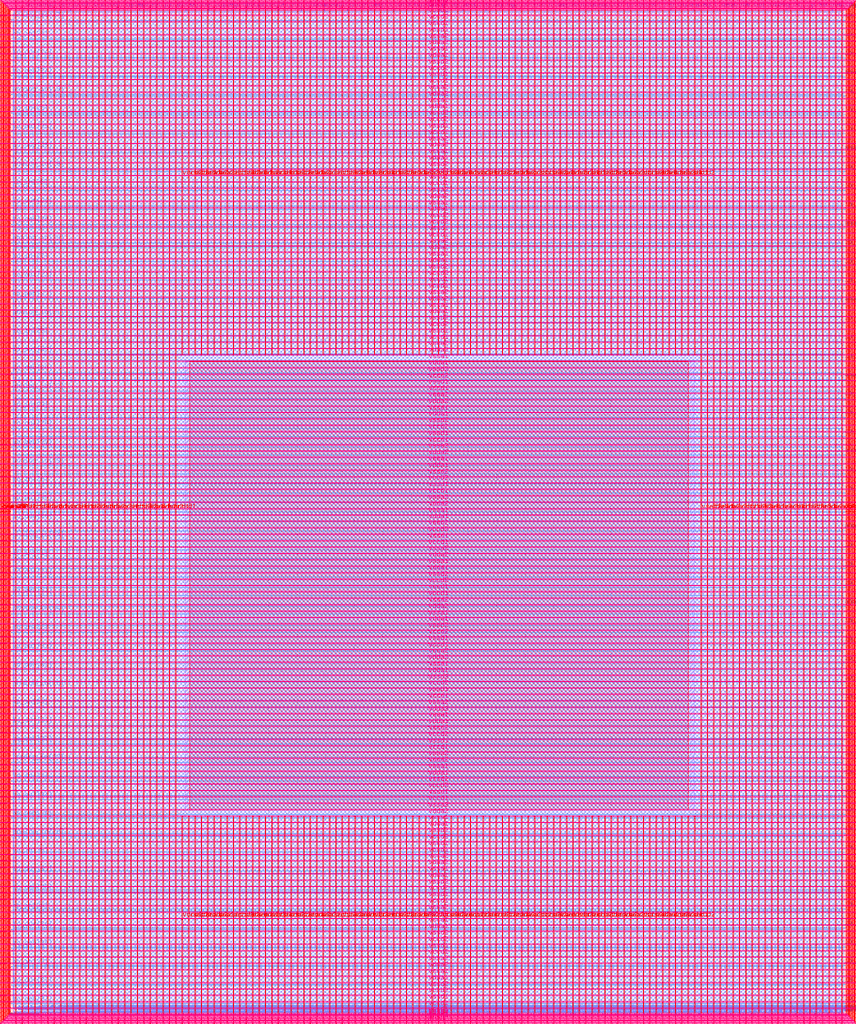
<source format=lef>
VERSION 5.7 ;
  NOWIREEXTENSIONATPIN ON ;
  DIVIDERCHAR "/" ;
  BUSBITCHARS "[]" ;
MACRO user_project_wrapper
  CLASS BLOCK ;
  FOREIGN user_project_wrapper ;
  ORIGIN 0.000 0.000 ;
  SIZE 2920.000 BY 3520.000 ;
  PIN analog_io[0]
    DIRECTION INOUT ;
    USE SIGNAL ;
    PORT
      LAYER met3 ;
        RECT 2917.600 1426.380 2924.800 1427.580 ;
    END
  END analog_io[0]
  PIN analog_io[10]
    DIRECTION INOUT ;
    USE SIGNAL ;
    PORT
      LAYER met2 ;
        RECT 2230.490 3517.600 2231.050 3524.800 ;
    END
  END analog_io[10]
  PIN analog_io[11]
    DIRECTION INOUT ;
    USE SIGNAL ;
    PORT
      LAYER met2 ;
        RECT 1905.730 3517.600 1906.290 3524.800 ;
    END
  END analog_io[11]
  PIN analog_io[12]
    DIRECTION INOUT ;
    USE SIGNAL ;
    PORT
      LAYER met2 ;
        RECT 1581.430 3517.600 1581.990 3524.800 ;
    END
  END analog_io[12]
  PIN analog_io[13]
    DIRECTION INOUT ;
    USE SIGNAL ;
    PORT
      LAYER met2 ;
        RECT 1257.130 3517.600 1257.690 3524.800 ;
    END
  END analog_io[13]
  PIN analog_io[14]
    DIRECTION INOUT ;
    USE SIGNAL ;
    PORT
      LAYER met2 ;
        RECT 932.370 3517.600 932.930 3524.800 ;
    END
  END analog_io[14]
  PIN analog_io[15]
    DIRECTION INOUT ;
    USE SIGNAL ;
    PORT
      LAYER met2 ;
        RECT 608.070 3517.600 608.630 3524.800 ;
    END
  END analog_io[15]
  PIN analog_io[16]
    DIRECTION INOUT ;
    USE SIGNAL ;
    PORT
      LAYER met2 ;
        RECT 283.770 3517.600 284.330 3524.800 ;
    END
  END analog_io[16]
  PIN analog_io[17]
    DIRECTION INOUT ;
    USE SIGNAL ;
    PORT
      LAYER met3 ;
        RECT -4.800 3486.100 2.400 3487.300 ;
    END
  END analog_io[17]
  PIN analog_io[18]
    DIRECTION INOUT ;
    USE SIGNAL ;
    PORT
      LAYER met3 ;
        RECT -4.800 3224.980 2.400 3226.180 ;
    END
  END analog_io[18]
  PIN analog_io[19]
    DIRECTION INOUT ;
    USE SIGNAL ;
    PORT
      LAYER met3 ;
        RECT -4.800 2964.540 2.400 2965.740 ;
    END
  END analog_io[19]
  PIN analog_io[1]
    DIRECTION INOUT ;
    USE SIGNAL ;
    PORT
      LAYER met3 ;
        RECT 2917.600 1692.260 2924.800 1693.460 ;
    END
  END analog_io[1]
  PIN analog_io[20]
    DIRECTION INOUT ;
    USE SIGNAL ;
    PORT
      LAYER met3 ;
        RECT -4.800 2703.420 2.400 2704.620 ;
    END
  END analog_io[20]
  PIN analog_io[21]
    DIRECTION INOUT ;
    USE SIGNAL ;
    PORT
      LAYER met3 ;
        RECT -4.800 2442.980 2.400 2444.180 ;
    END
  END analog_io[21]
  PIN analog_io[22]
    DIRECTION INOUT ;
    USE SIGNAL ;
    PORT
      LAYER met3 ;
        RECT -4.800 2182.540 2.400 2183.740 ;
    END
  END analog_io[22]
  PIN analog_io[23]
    DIRECTION INOUT ;
    USE SIGNAL ;
    PORT
      LAYER met3 ;
        RECT -4.800 1921.420 2.400 1922.620 ;
    END
  END analog_io[23]
  PIN analog_io[24]
    DIRECTION INOUT ;
    USE SIGNAL ;
    PORT
      LAYER met3 ;
        RECT -4.800 1660.980 2.400 1662.180 ;
    END
  END analog_io[24]
  PIN analog_io[25]
    DIRECTION INOUT ;
    USE SIGNAL ;
    PORT
      LAYER met3 ;
        RECT -4.800 1399.860 2.400 1401.060 ;
    END
  END analog_io[25]
  PIN analog_io[26]
    DIRECTION INOUT ;
    USE SIGNAL ;
    PORT
      LAYER met3 ;
        RECT -4.800 1139.420 2.400 1140.620 ;
    END
  END analog_io[26]
  PIN analog_io[27]
    DIRECTION INOUT ;
    USE SIGNAL ;
    PORT
      LAYER met3 ;
        RECT -4.800 878.980 2.400 880.180 ;
    END
  END analog_io[27]
  PIN analog_io[28]
    DIRECTION INOUT ;
    USE SIGNAL ;
    PORT
      LAYER met3 ;
        RECT -4.800 617.860 2.400 619.060 ;
    END
  END analog_io[28]
  PIN analog_io[2]
    DIRECTION INOUT ;
    USE SIGNAL ;
    PORT
      LAYER met3 ;
        RECT 2917.600 1958.140 2924.800 1959.340 ;
    END
  END analog_io[2]
  PIN analog_io[3]
    DIRECTION INOUT ;
    USE SIGNAL ;
    PORT
      LAYER met3 ;
        RECT 2917.600 2223.340 2924.800 2224.540 ;
    END
  END analog_io[3]
  PIN analog_io[4]
    DIRECTION INOUT ;
    USE SIGNAL ;
    PORT
      LAYER met3 ;
        RECT 2917.600 2489.220 2924.800 2490.420 ;
    END
  END analog_io[4]
  PIN analog_io[5]
    DIRECTION INOUT ;
    USE SIGNAL ;
    PORT
      LAYER met3 ;
        RECT 2917.600 2755.100 2924.800 2756.300 ;
    END
  END analog_io[5]
  PIN analog_io[6]
    DIRECTION INOUT ;
    USE SIGNAL ;
    PORT
      LAYER met3 ;
        RECT 2917.600 3020.300 2924.800 3021.500 ;
    END
  END analog_io[6]
  PIN analog_io[7]
    DIRECTION INOUT ;
    USE SIGNAL ;
    PORT
      LAYER met3 ;
        RECT 2917.600 3286.180 2924.800 3287.380 ;
    END
  END analog_io[7]
  PIN analog_io[8]
    DIRECTION INOUT ;
    USE SIGNAL ;
    PORT
      LAYER met2 ;
        RECT 2879.090 3517.600 2879.650 3524.800 ;
    END
  END analog_io[8]
  PIN analog_io[9]
    DIRECTION INOUT ;
    USE SIGNAL ;
    PORT
      LAYER met2 ;
        RECT 2554.790 3517.600 2555.350 3524.800 ;
    END
  END analog_io[9]
  PIN io_in[0]
    DIRECTION INPUT ;
    USE SIGNAL ;
    PORT
      LAYER met3 ;
        RECT 2917.600 32.380 2924.800 33.580 ;
    END
  END io_in[0]
  PIN io_in[10]
    DIRECTION INPUT ;
    USE SIGNAL ;
    PORT
      LAYER met3 ;
        RECT 2917.600 2289.980 2924.800 2291.180 ;
    END
  END io_in[10]
  PIN io_in[11]
    DIRECTION INPUT ;
    USE SIGNAL ;
    PORT
      LAYER met3 ;
        RECT 2917.600 2555.860 2924.800 2557.060 ;
    END
  END io_in[11]
  PIN io_in[12]
    DIRECTION INPUT ;
    USE SIGNAL ;
    PORT
      LAYER met3 ;
        RECT 2917.600 2821.060 2924.800 2822.260 ;
    END
  END io_in[12]
  PIN io_in[13]
    DIRECTION INPUT ;
    USE SIGNAL ;
    PORT
      LAYER met3 ;
        RECT 2917.600 3086.940 2924.800 3088.140 ;
    END
  END io_in[13]
  PIN io_in[14]
    DIRECTION INPUT ;
    USE SIGNAL ;
    PORT
      LAYER met3 ;
        RECT 2917.600 3352.820 2924.800 3354.020 ;
    END
  END io_in[14]
  PIN io_in[15]
    DIRECTION INPUT ;
    USE SIGNAL ;
    PORT
      LAYER met2 ;
        RECT 2798.130 3517.600 2798.690 3524.800 ;
    END
  END io_in[15]
  PIN io_in[16]
    DIRECTION INPUT ;
    USE SIGNAL ;
    PORT
      LAYER met2 ;
        RECT 2473.830 3517.600 2474.390 3524.800 ;
    END
  END io_in[16]
  PIN io_in[17]
    DIRECTION INPUT ;
    USE SIGNAL ;
    PORT
      LAYER met2 ;
        RECT 2149.070 3517.600 2149.630 3524.800 ;
    END
  END io_in[17]
  PIN io_in[18]
    DIRECTION INPUT ;
    USE SIGNAL ;
    PORT
      LAYER met2 ;
        RECT 1824.770 3517.600 1825.330 3524.800 ;
    END
  END io_in[18]
  PIN io_in[19]
    DIRECTION INPUT ;
    USE SIGNAL ;
    PORT
      LAYER met2 ;
        RECT 1500.470 3517.600 1501.030 3524.800 ;
    END
  END io_in[19]
  PIN io_in[1]
    DIRECTION INPUT ;
    USE SIGNAL ;
    PORT
      LAYER met3 ;
        RECT 2917.600 230.940 2924.800 232.140 ;
    END
  END io_in[1]
  PIN io_in[20]
    DIRECTION INPUT ;
    USE SIGNAL ;
    PORT
      LAYER met2 ;
        RECT 1175.710 3517.600 1176.270 3524.800 ;
    END
  END io_in[20]
  PIN io_in[21]
    DIRECTION INPUT ;
    USE SIGNAL ;
    PORT
      LAYER met2 ;
        RECT 851.410 3517.600 851.970 3524.800 ;
    END
  END io_in[21]
  PIN io_in[22]
    DIRECTION INPUT ;
    USE SIGNAL ;
    PORT
      LAYER met2 ;
        RECT 527.110 3517.600 527.670 3524.800 ;
    END
  END io_in[22]
  PIN io_in[23]
    DIRECTION INPUT ;
    USE SIGNAL ;
    PORT
      LAYER met2 ;
        RECT 202.350 3517.600 202.910 3524.800 ;
    END
  END io_in[23]
  PIN io_in[24]
    DIRECTION INPUT ;
    USE SIGNAL ;
    PORT
      LAYER met3 ;
        RECT -4.800 3420.820 2.400 3422.020 ;
    END
  END io_in[24]
  PIN io_in[25]
    DIRECTION INPUT ;
    USE SIGNAL ;
    PORT
      LAYER met3 ;
        RECT -4.800 3159.700 2.400 3160.900 ;
    END
  END io_in[25]
  PIN io_in[26]
    DIRECTION INPUT ;
    USE SIGNAL ;
    PORT
      LAYER met3 ;
        RECT -4.800 2899.260 2.400 2900.460 ;
    END
  END io_in[26]
  PIN io_in[27]
    DIRECTION INPUT ;
    USE SIGNAL ;
    PORT
      LAYER met3 ;
        RECT -4.800 2638.820 2.400 2640.020 ;
    END
  END io_in[27]
  PIN io_in[28]
    DIRECTION INPUT ;
    USE SIGNAL ;
    PORT
      LAYER met3 ;
        RECT -4.800 2377.700 2.400 2378.900 ;
    END
  END io_in[28]
  PIN io_in[29]
    DIRECTION INPUT ;
    USE SIGNAL ;
    PORT
      LAYER met3 ;
        RECT -4.800 2117.260 2.400 2118.460 ;
    END
  END io_in[29]
  PIN io_in[2]
    DIRECTION INPUT ;
    USE SIGNAL ;
    PORT
      LAYER met3 ;
        RECT 2917.600 430.180 2924.800 431.380 ;
    END
  END io_in[2]
  PIN io_in[30]
    DIRECTION INPUT ;
    USE SIGNAL ;
    PORT
      LAYER met3 ;
        RECT -4.800 1856.140 2.400 1857.340 ;
    END
  END io_in[30]
  PIN io_in[31]
    DIRECTION INPUT ;
    USE SIGNAL ;
    PORT
      LAYER met3 ;
        RECT -4.800 1595.700 2.400 1596.900 ;
    END
  END io_in[31]
  PIN io_in[32]
    DIRECTION INPUT ;
    USE SIGNAL ;
    PORT
      LAYER met3 ;
        RECT -4.800 1335.260 2.400 1336.460 ;
    END
  END io_in[32]
  PIN io_in[33]
    DIRECTION INPUT ;
    USE SIGNAL ;
    PORT
      LAYER met3 ;
        RECT -4.800 1074.140 2.400 1075.340 ;
    END
  END io_in[33]
  PIN io_in[34]
    DIRECTION INPUT ;
    USE SIGNAL ;
    PORT
      LAYER met3 ;
        RECT -4.800 813.700 2.400 814.900 ;
    END
  END io_in[34]
  PIN io_in[35]
    DIRECTION INPUT ;
    USE SIGNAL ;
    PORT
      LAYER met3 ;
        RECT -4.800 552.580 2.400 553.780 ;
    END
  END io_in[35]
  PIN io_in[36]
    DIRECTION INPUT ;
    USE SIGNAL ;
    PORT
      LAYER met3 ;
        RECT -4.800 357.420 2.400 358.620 ;
    END
  END io_in[36]
  PIN io_in[37]
    DIRECTION INPUT ;
    USE SIGNAL ;
    PORT
      LAYER met3 ;
        RECT -4.800 161.580 2.400 162.780 ;
    END
  END io_in[37]
  PIN io_in[3]
    DIRECTION INPUT ;
    USE SIGNAL ;
    PORT
      LAYER met3 ;
        RECT 2917.600 629.420 2924.800 630.620 ;
    END
  END io_in[3]
  PIN io_in[4]
    DIRECTION INPUT ;
    USE SIGNAL ;
    PORT
      LAYER met3 ;
        RECT 2917.600 828.660 2924.800 829.860 ;
    END
  END io_in[4]
  PIN io_in[5]
    DIRECTION INPUT ;
    USE SIGNAL ;
    PORT
      LAYER met3 ;
        RECT 2917.600 1027.900 2924.800 1029.100 ;
    END
  END io_in[5]
  PIN io_in[6]
    DIRECTION INPUT ;
    USE SIGNAL ;
    PORT
      LAYER met3 ;
        RECT 2917.600 1227.140 2924.800 1228.340 ;
    END
  END io_in[6]
  PIN io_in[7]
    DIRECTION INPUT ;
    USE SIGNAL ;
    PORT
      LAYER met3 ;
        RECT 2917.600 1493.020 2924.800 1494.220 ;
    END
  END io_in[7]
  PIN io_in[8]
    DIRECTION INPUT ;
    USE SIGNAL ;
    PORT
      LAYER met3 ;
        RECT 2917.600 1758.900 2924.800 1760.100 ;
    END
  END io_in[8]
  PIN io_in[9]
    DIRECTION INPUT ;
    USE SIGNAL ;
    PORT
      LAYER met3 ;
        RECT 2917.600 2024.100 2924.800 2025.300 ;
    END
  END io_in[9]
  PIN io_oeb[0]
    DIRECTION OUTPUT TRISTATE ;
    USE SIGNAL ;
    PORT
      LAYER met3 ;
        RECT 2917.600 164.980 2924.800 166.180 ;
    END
  END io_oeb[0]
  PIN io_oeb[10]
    DIRECTION OUTPUT TRISTATE ;
    USE SIGNAL ;
    PORT
      LAYER met3 ;
        RECT 2917.600 2422.580 2924.800 2423.780 ;
    END
  END io_oeb[10]
  PIN io_oeb[11]
    DIRECTION OUTPUT TRISTATE ;
    USE SIGNAL ;
    PORT
      LAYER met3 ;
        RECT 2917.600 2688.460 2924.800 2689.660 ;
    END
  END io_oeb[11]
  PIN io_oeb[12]
    DIRECTION OUTPUT TRISTATE ;
    USE SIGNAL ;
    PORT
      LAYER met3 ;
        RECT 2917.600 2954.340 2924.800 2955.540 ;
    END
  END io_oeb[12]
  PIN io_oeb[13]
    DIRECTION OUTPUT TRISTATE ;
    USE SIGNAL ;
    PORT
      LAYER met3 ;
        RECT 2917.600 3219.540 2924.800 3220.740 ;
    END
  END io_oeb[13]
  PIN io_oeb[14]
    DIRECTION OUTPUT TRISTATE ;
    USE SIGNAL ;
    PORT
      LAYER met3 ;
        RECT 2917.600 3485.420 2924.800 3486.620 ;
    END
  END io_oeb[14]
  PIN io_oeb[15]
    DIRECTION OUTPUT TRISTATE ;
    USE SIGNAL ;
    PORT
      LAYER met2 ;
        RECT 2635.750 3517.600 2636.310 3524.800 ;
    END
  END io_oeb[15]
  PIN io_oeb[16]
    DIRECTION OUTPUT TRISTATE ;
    USE SIGNAL ;
    PORT
      LAYER met2 ;
        RECT 2311.450 3517.600 2312.010 3524.800 ;
    END
  END io_oeb[16]
  PIN io_oeb[17]
    DIRECTION OUTPUT TRISTATE ;
    USE SIGNAL ;
    PORT
      LAYER met2 ;
        RECT 1987.150 3517.600 1987.710 3524.800 ;
    END
  END io_oeb[17]
  PIN io_oeb[18]
    DIRECTION OUTPUT TRISTATE ;
    USE SIGNAL ;
    PORT
      LAYER met2 ;
        RECT 1662.390 3517.600 1662.950 3524.800 ;
    END
  END io_oeb[18]
  PIN io_oeb[19]
    DIRECTION OUTPUT TRISTATE ;
    USE SIGNAL ;
    PORT
      LAYER met2 ;
        RECT 1338.090 3517.600 1338.650 3524.800 ;
    END
  END io_oeb[19]
  PIN io_oeb[1]
    DIRECTION OUTPUT TRISTATE ;
    USE SIGNAL ;
    PORT
      LAYER met3 ;
        RECT 2917.600 364.220 2924.800 365.420 ;
    END
  END io_oeb[1]
  PIN io_oeb[20]
    DIRECTION OUTPUT TRISTATE ;
    USE SIGNAL ;
    PORT
      LAYER met2 ;
        RECT 1013.790 3517.600 1014.350 3524.800 ;
    END
  END io_oeb[20]
  PIN io_oeb[21]
    DIRECTION OUTPUT TRISTATE ;
    USE SIGNAL ;
    PORT
      LAYER met2 ;
        RECT 689.030 3517.600 689.590 3524.800 ;
    END
  END io_oeb[21]
  PIN io_oeb[22]
    DIRECTION OUTPUT TRISTATE ;
    USE SIGNAL ;
    PORT
      LAYER met2 ;
        RECT 364.730 3517.600 365.290 3524.800 ;
    END
  END io_oeb[22]
  PIN io_oeb[23]
    DIRECTION OUTPUT TRISTATE ;
    USE SIGNAL ;
    PORT
      LAYER met2 ;
        RECT 40.430 3517.600 40.990 3524.800 ;
    END
  END io_oeb[23]
  PIN io_oeb[24]
    DIRECTION OUTPUT TRISTATE ;
    USE SIGNAL ;
    PORT
      LAYER met3 ;
        RECT -4.800 3290.260 2.400 3291.460 ;
    END
  END io_oeb[24]
  PIN io_oeb[25]
    DIRECTION OUTPUT TRISTATE ;
    USE SIGNAL ;
    PORT
      LAYER met3 ;
        RECT -4.800 3029.820 2.400 3031.020 ;
    END
  END io_oeb[25]
  PIN io_oeb[26]
    DIRECTION OUTPUT TRISTATE ;
    USE SIGNAL ;
    PORT
      LAYER met3 ;
        RECT -4.800 2768.700 2.400 2769.900 ;
    END
  END io_oeb[26]
  PIN io_oeb[27]
    DIRECTION OUTPUT TRISTATE ;
    USE SIGNAL ;
    PORT
      LAYER met3 ;
        RECT -4.800 2508.260 2.400 2509.460 ;
    END
  END io_oeb[27]
  PIN io_oeb[28]
    DIRECTION OUTPUT TRISTATE ;
    USE SIGNAL ;
    PORT
      LAYER met3 ;
        RECT -4.800 2247.140 2.400 2248.340 ;
    END
  END io_oeb[28]
  PIN io_oeb[29]
    DIRECTION OUTPUT TRISTATE ;
    USE SIGNAL ;
    PORT
      LAYER met3 ;
        RECT -4.800 1986.700 2.400 1987.900 ;
    END
  END io_oeb[29]
  PIN io_oeb[2]
    DIRECTION OUTPUT TRISTATE ;
    USE SIGNAL ;
    PORT
      LAYER met3 ;
        RECT 2917.600 563.460 2924.800 564.660 ;
    END
  END io_oeb[2]
  PIN io_oeb[30]
    DIRECTION OUTPUT TRISTATE ;
    USE SIGNAL ;
    PORT
      LAYER met3 ;
        RECT -4.800 1726.260 2.400 1727.460 ;
    END
  END io_oeb[30]
  PIN io_oeb[31]
    DIRECTION OUTPUT TRISTATE ;
    USE SIGNAL ;
    PORT
      LAYER met3 ;
        RECT -4.800 1465.140 2.400 1466.340 ;
    END
  END io_oeb[31]
  PIN io_oeb[32]
    DIRECTION OUTPUT TRISTATE ;
    USE SIGNAL ;
    PORT
      LAYER met3 ;
        RECT -4.800 1204.700 2.400 1205.900 ;
    END
  END io_oeb[32]
  PIN io_oeb[33]
    DIRECTION OUTPUT TRISTATE ;
    USE SIGNAL ;
    PORT
      LAYER met3 ;
        RECT -4.800 943.580 2.400 944.780 ;
    END
  END io_oeb[33]
  PIN io_oeb[34]
    DIRECTION OUTPUT TRISTATE ;
    USE SIGNAL ;
    PORT
      LAYER met3 ;
        RECT -4.800 683.140 2.400 684.340 ;
    END
  END io_oeb[34]
  PIN io_oeb[35]
    DIRECTION OUTPUT TRISTATE ;
    USE SIGNAL ;
    PORT
      LAYER met3 ;
        RECT -4.800 422.700 2.400 423.900 ;
    END
  END io_oeb[35]
  PIN io_oeb[36]
    DIRECTION OUTPUT TRISTATE ;
    USE SIGNAL ;
    PORT
      LAYER met3 ;
        RECT -4.800 226.860 2.400 228.060 ;
    END
  END io_oeb[36]
  PIN io_oeb[37]
    DIRECTION OUTPUT TRISTATE ;
    USE SIGNAL ;
    PORT
      LAYER met3 ;
        RECT -4.800 31.700 2.400 32.900 ;
    END
  END io_oeb[37]
  PIN io_oeb[3]
    DIRECTION OUTPUT TRISTATE ;
    USE SIGNAL ;
    PORT
      LAYER met3 ;
        RECT 2917.600 762.700 2924.800 763.900 ;
    END
  END io_oeb[3]
  PIN io_oeb[4]
    DIRECTION OUTPUT TRISTATE ;
    USE SIGNAL ;
    PORT
      LAYER met3 ;
        RECT 2917.600 961.940 2924.800 963.140 ;
    END
  END io_oeb[4]
  PIN io_oeb[5]
    DIRECTION OUTPUT TRISTATE ;
    USE SIGNAL ;
    PORT
      LAYER met3 ;
        RECT 2917.600 1161.180 2924.800 1162.380 ;
    END
  END io_oeb[5]
  PIN io_oeb[6]
    DIRECTION OUTPUT TRISTATE ;
    USE SIGNAL ;
    PORT
      LAYER met3 ;
        RECT 2917.600 1360.420 2924.800 1361.620 ;
    END
  END io_oeb[6]
  PIN io_oeb[7]
    DIRECTION OUTPUT TRISTATE ;
    USE SIGNAL ;
    PORT
      LAYER met3 ;
        RECT 2917.600 1625.620 2924.800 1626.820 ;
    END
  END io_oeb[7]
  PIN io_oeb[8]
    DIRECTION OUTPUT TRISTATE ;
    USE SIGNAL ;
    PORT
      LAYER met3 ;
        RECT 2917.600 1891.500 2924.800 1892.700 ;
    END
  END io_oeb[8]
  PIN io_oeb[9]
    DIRECTION OUTPUT TRISTATE ;
    USE SIGNAL ;
    PORT
      LAYER met3 ;
        RECT 2917.600 2157.380 2924.800 2158.580 ;
    END
  END io_oeb[9]
  PIN io_out[0]
    DIRECTION OUTPUT TRISTATE ;
    USE SIGNAL ;
    PORT
      LAYER met3 ;
        RECT 2917.600 98.340 2924.800 99.540 ;
    END
  END io_out[0]
  PIN io_out[10]
    DIRECTION OUTPUT TRISTATE ;
    USE SIGNAL ;
    PORT
      LAYER met3 ;
        RECT 2917.600 2356.620 2924.800 2357.820 ;
    END
  END io_out[10]
  PIN io_out[11]
    DIRECTION OUTPUT TRISTATE ;
    USE SIGNAL ;
    PORT
      LAYER met3 ;
        RECT 2917.600 2621.820 2924.800 2623.020 ;
    END
  END io_out[11]
  PIN io_out[12]
    DIRECTION OUTPUT TRISTATE ;
    USE SIGNAL ;
    PORT
      LAYER met3 ;
        RECT 2917.600 2887.700 2924.800 2888.900 ;
    END
  END io_out[12]
  PIN io_out[13]
    DIRECTION OUTPUT TRISTATE ;
    USE SIGNAL ;
    PORT
      LAYER met3 ;
        RECT 2917.600 3153.580 2924.800 3154.780 ;
    END
  END io_out[13]
  PIN io_out[14]
    DIRECTION OUTPUT TRISTATE ;
    USE SIGNAL ;
    PORT
      LAYER met3 ;
        RECT 2917.600 3418.780 2924.800 3419.980 ;
    END
  END io_out[14]
  PIN io_out[15]
    DIRECTION OUTPUT TRISTATE ;
    USE SIGNAL ;
    PORT
      LAYER met2 ;
        RECT 2717.170 3517.600 2717.730 3524.800 ;
    END
  END io_out[15]
  PIN io_out[16]
    DIRECTION OUTPUT TRISTATE ;
    USE SIGNAL ;
    PORT
      LAYER met2 ;
        RECT 2392.410 3517.600 2392.970 3524.800 ;
    END
  END io_out[16]
  PIN io_out[17]
    DIRECTION OUTPUT TRISTATE ;
    USE SIGNAL ;
    PORT
      LAYER met2 ;
        RECT 2068.110 3517.600 2068.670 3524.800 ;
    END
  END io_out[17]
  PIN io_out[18]
    DIRECTION OUTPUT TRISTATE ;
    USE SIGNAL ;
    PORT
      LAYER met2 ;
        RECT 1743.810 3517.600 1744.370 3524.800 ;
    END
  END io_out[18]
  PIN io_out[19]
    DIRECTION OUTPUT TRISTATE ;
    USE SIGNAL ;
    PORT
      LAYER met2 ;
        RECT 1419.050 3517.600 1419.610 3524.800 ;
    END
  END io_out[19]
  PIN io_out[1]
    DIRECTION OUTPUT TRISTATE ;
    USE SIGNAL ;
    PORT
      LAYER met3 ;
        RECT 2917.600 297.580 2924.800 298.780 ;
    END
  END io_out[1]
  PIN io_out[20]
    DIRECTION OUTPUT TRISTATE ;
    USE SIGNAL ;
    PORT
      LAYER met2 ;
        RECT 1094.750 3517.600 1095.310 3524.800 ;
    END
  END io_out[20]
  PIN io_out[21]
    DIRECTION OUTPUT TRISTATE ;
    USE SIGNAL ;
    PORT
      LAYER met2 ;
        RECT 770.450 3517.600 771.010 3524.800 ;
    END
  END io_out[21]
  PIN io_out[22]
    DIRECTION OUTPUT TRISTATE ;
    USE SIGNAL ;
    PORT
      LAYER met2 ;
        RECT 445.690 3517.600 446.250 3524.800 ;
    END
  END io_out[22]
  PIN io_out[23]
    DIRECTION OUTPUT TRISTATE ;
    USE SIGNAL ;
    PORT
      LAYER met2 ;
        RECT 121.390 3517.600 121.950 3524.800 ;
    END
  END io_out[23]
  PIN io_out[24]
    DIRECTION OUTPUT TRISTATE ;
    USE SIGNAL ;
    PORT
      LAYER met3 ;
        RECT -4.800 3355.540 2.400 3356.740 ;
    END
  END io_out[24]
  PIN io_out[25]
    DIRECTION OUTPUT TRISTATE ;
    USE SIGNAL ;
    PORT
      LAYER met3 ;
        RECT -4.800 3095.100 2.400 3096.300 ;
    END
  END io_out[25]
  PIN io_out[26]
    DIRECTION OUTPUT TRISTATE ;
    USE SIGNAL ;
    PORT
      LAYER met3 ;
        RECT -4.800 2833.980 2.400 2835.180 ;
    END
  END io_out[26]
  PIN io_out[27]
    DIRECTION OUTPUT TRISTATE ;
    USE SIGNAL ;
    PORT
      LAYER met3 ;
        RECT -4.800 2573.540 2.400 2574.740 ;
    END
  END io_out[27]
  PIN io_out[28]
    DIRECTION OUTPUT TRISTATE ;
    USE SIGNAL ;
    PORT
      LAYER met3 ;
        RECT -4.800 2312.420 2.400 2313.620 ;
    END
  END io_out[28]
  PIN io_out[29]
    DIRECTION OUTPUT TRISTATE ;
    USE SIGNAL ;
    PORT
      LAYER met3 ;
        RECT -4.800 2051.980 2.400 2053.180 ;
    END
  END io_out[29]
  PIN io_out[2]
    DIRECTION OUTPUT TRISTATE ;
    USE SIGNAL ;
    PORT
      LAYER met3 ;
        RECT 2917.600 496.820 2924.800 498.020 ;
    END
  END io_out[2]
  PIN io_out[30]
    DIRECTION OUTPUT TRISTATE ;
    USE SIGNAL ;
    PORT
      LAYER met3 ;
        RECT -4.800 1791.540 2.400 1792.740 ;
    END
  END io_out[30]
  PIN io_out[31]
    DIRECTION OUTPUT TRISTATE ;
    USE SIGNAL ;
    PORT
      LAYER met3 ;
        RECT -4.800 1530.420 2.400 1531.620 ;
    END
  END io_out[31]
  PIN io_out[32]
    DIRECTION OUTPUT TRISTATE ;
    USE SIGNAL ;
    PORT
      LAYER met3 ;
        RECT -4.800 1269.980 2.400 1271.180 ;
    END
  END io_out[32]
  PIN io_out[33]
    DIRECTION OUTPUT TRISTATE ;
    USE SIGNAL ;
    PORT
      LAYER met3 ;
        RECT -4.800 1008.860 2.400 1010.060 ;
    END
  END io_out[33]
  PIN io_out[34]
    DIRECTION OUTPUT TRISTATE ;
    USE SIGNAL ;
    PORT
      LAYER met3 ;
        RECT -4.800 748.420 2.400 749.620 ;
    END
  END io_out[34]
  PIN io_out[35]
    DIRECTION OUTPUT TRISTATE ;
    USE SIGNAL ;
    PORT
      LAYER met3 ;
        RECT -4.800 487.300 2.400 488.500 ;
    END
  END io_out[35]
  PIN io_out[36]
    DIRECTION OUTPUT TRISTATE ;
    USE SIGNAL ;
    PORT
      LAYER met3 ;
        RECT -4.800 292.140 2.400 293.340 ;
    END
  END io_out[36]
  PIN io_out[37]
    DIRECTION OUTPUT TRISTATE ;
    USE SIGNAL ;
    PORT
      LAYER met3 ;
        RECT -4.800 96.300 2.400 97.500 ;
    END
  END io_out[37]
  PIN io_out[3]
    DIRECTION OUTPUT TRISTATE ;
    USE SIGNAL ;
    PORT
      LAYER met3 ;
        RECT 2917.600 696.060 2924.800 697.260 ;
    END
  END io_out[3]
  PIN io_out[4]
    DIRECTION OUTPUT TRISTATE ;
    USE SIGNAL ;
    PORT
      LAYER met3 ;
        RECT 2917.600 895.300 2924.800 896.500 ;
    END
  END io_out[4]
  PIN io_out[5]
    DIRECTION OUTPUT TRISTATE ;
    USE SIGNAL ;
    PORT
      LAYER met3 ;
        RECT 2917.600 1094.540 2924.800 1095.740 ;
    END
  END io_out[5]
  PIN io_out[6]
    DIRECTION OUTPUT TRISTATE ;
    USE SIGNAL ;
    PORT
      LAYER met3 ;
        RECT 2917.600 1293.780 2924.800 1294.980 ;
    END
  END io_out[6]
  PIN io_out[7]
    DIRECTION OUTPUT TRISTATE ;
    USE SIGNAL ;
    PORT
      LAYER met3 ;
        RECT 2917.600 1559.660 2924.800 1560.860 ;
    END
  END io_out[7]
  PIN io_out[8]
    DIRECTION OUTPUT TRISTATE ;
    USE SIGNAL ;
    PORT
      LAYER met3 ;
        RECT 2917.600 1824.860 2924.800 1826.060 ;
    END
  END io_out[8]
  PIN io_out[9]
    DIRECTION OUTPUT TRISTATE ;
    USE SIGNAL ;
    PORT
      LAYER met3 ;
        RECT 2917.600 2090.740 2924.800 2091.940 ;
    END
  END io_out[9]
  PIN la_data_in[0]
    DIRECTION INPUT ;
    USE SIGNAL ;
    PORT
      LAYER met2 ;
        RECT 629.230 -4.800 629.790 2.400 ;
    END
  END la_data_in[0]
  PIN la_data_in[100]
    DIRECTION INPUT ;
    USE SIGNAL ;
    PORT
      LAYER met2 ;
        RECT 2402.530 -4.800 2403.090 2.400 ;
    END
  END la_data_in[100]
  PIN la_data_in[101]
    DIRECTION INPUT ;
    USE SIGNAL ;
    PORT
      LAYER met2 ;
        RECT 2420.010 -4.800 2420.570 2.400 ;
    END
  END la_data_in[101]
  PIN la_data_in[102]
    DIRECTION INPUT ;
    USE SIGNAL ;
    PORT
      LAYER met2 ;
        RECT 2437.950 -4.800 2438.510 2.400 ;
    END
  END la_data_in[102]
  PIN la_data_in[103]
    DIRECTION INPUT ;
    USE SIGNAL ;
    PORT
      LAYER met2 ;
        RECT 2455.430 -4.800 2455.990 2.400 ;
    END
  END la_data_in[103]
  PIN la_data_in[104]
    DIRECTION INPUT ;
    USE SIGNAL ;
    PORT
      LAYER met2 ;
        RECT 2473.370 -4.800 2473.930 2.400 ;
    END
  END la_data_in[104]
  PIN la_data_in[105]
    DIRECTION INPUT ;
    USE SIGNAL ;
    PORT
      LAYER met2 ;
        RECT 2490.850 -4.800 2491.410 2.400 ;
    END
  END la_data_in[105]
  PIN la_data_in[106]
    DIRECTION INPUT ;
    USE SIGNAL ;
    PORT
      LAYER met2 ;
        RECT 2508.790 -4.800 2509.350 2.400 ;
    END
  END la_data_in[106]
  PIN la_data_in[107]
    DIRECTION INPUT ;
    USE SIGNAL ;
    PORT
      LAYER met2 ;
        RECT 2526.730 -4.800 2527.290 2.400 ;
    END
  END la_data_in[107]
  PIN la_data_in[108]
    DIRECTION INPUT ;
    USE SIGNAL ;
    PORT
      LAYER met2 ;
        RECT 2544.210 -4.800 2544.770 2.400 ;
    END
  END la_data_in[108]
  PIN la_data_in[109]
    DIRECTION INPUT ;
    USE SIGNAL ;
    PORT
      LAYER met2 ;
        RECT 2562.150 -4.800 2562.710 2.400 ;
    END
  END la_data_in[109]
  PIN la_data_in[10]
    DIRECTION INPUT ;
    USE SIGNAL ;
    PORT
      LAYER met2 ;
        RECT 806.330 -4.800 806.890 2.400 ;
    END
  END la_data_in[10]
  PIN la_data_in[110]
    DIRECTION INPUT ;
    USE SIGNAL ;
    PORT
      LAYER met2 ;
        RECT 2579.630 -4.800 2580.190 2.400 ;
    END
  END la_data_in[110]
  PIN la_data_in[111]
    DIRECTION INPUT ;
    USE SIGNAL ;
    PORT
      LAYER met2 ;
        RECT 2597.570 -4.800 2598.130 2.400 ;
    END
  END la_data_in[111]
  PIN la_data_in[112]
    DIRECTION INPUT ;
    USE SIGNAL ;
    PORT
      LAYER met2 ;
        RECT 2615.050 -4.800 2615.610 2.400 ;
    END
  END la_data_in[112]
  PIN la_data_in[113]
    DIRECTION INPUT ;
    USE SIGNAL ;
    PORT
      LAYER met2 ;
        RECT 2632.990 -4.800 2633.550 2.400 ;
    END
  END la_data_in[113]
  PIN la_data_in[114]
    DIRECTION INPUT ;
    USE SIGNAL ;
    PORT
      LAYER met2 ;
        RECT 2650.470 -4.800 2651.030 2.400 ;
    END
  END la_data_in[114]
  PIN la_data_in[115]
    DIRECTION INPUT ;
    USE SIGNAL ;
    PORT
      LAYER met2 ;
        RECT 2668.410 -4.800 2668.970 2.400 ;
    END
  END la_data_in[115]
  PIN la_data_in[116]
    DIRECTION INPUT ;
    USE SIGNAL ;
    PORT
      LAYER met2 ;
        RECT 2685.890 -4.800 2686.450 2.400 ;
    END
  END la_data_in[116]
  PIN la_data_in[117]
    DIRECTION INPUT ;
    USE SIGNAL ;
    PORT
      LAYER met2 ;
        RECT 2703.830 -4.800 2704.390 2.400 ;
    END
  END la_data_in[117]
  PIN la_data_in[118]
    DIRECTION INPUT ;
    USE SIGNAL ;
    PORT
      LAYER met2 ;
        RECT 2721.770 -4.800 2722.330 2.400 ;
    END
  END la_data_in[118]
  PIN la_data_in[119]
    DIRECTION INPUT ;
    USE SIGNAL ;
    PORT
      LAYER met2 ;
        RECT 2739.250 -4.800 2739.810 2.400 ;
    END
  END la_data_in[119]
  PIN la_data_in[11]
    DIRECTION INPUT ;
    USE SIGNAL ;
    PORT
      LAYER met2 ;
        RECT 824.270 -4.800 824.830 2.400 ;
    END
  END la_data_in[11]
  PIN la_data_in[120]
    DIRECTION INPUT ;
    USE SIGNAL ;
    PORT
      LAYER met2 ;
        RECT 2757.190 -4.800 2757.750 2.400 ;
    END
  END la_data_in[120]
  PIN la_data_in[121]
    DIRECTION INPUT ;
    USE SIGNAL ;
    PORT
      LAYER met2 ;
        RECT 2774.670 -4.800 2775.230 2.400 ;
    END
  END la_data_in[121]
  PIN la_data_in[122]
    DIRECTION INPUT ;
    USE SIGNAL ;
    PORT
      LAYER met2 ;
        RECT 2792.610 -4.800 2793.170 2.400 ;
    END
  END la_data_in[122]
  PIN la_data_in[123]
    DIRECTION INPUT ;
    USE SIGNAL ;
    PORT
      LAYER met2 ;
        RECT 2810.090 -4.800 2810.650 2.400 ;
    END
  END la_data_in[123]
  PIN la_data_in[124]
    DIRECTION INPUT ;
    USE SIGNAL ;
    PORT
      LAYER met2 ;
        RECT 2828.030 -4.800 2828.590 2.400 ;
    END
  END la_data_in[124]
  PIN la_data_in[125]
    DIRECTION INPUT ;
    USE SIGNAL ;
    PORT
      LAYER met2 ;
        RECT 2845.510 -4.800 2846.070 2.400 ;
    END
  END la_data_in[125]
  PIN la_data_in[126]
    DIRECTION INPUT ;
    USE SIGNAL ;
    PORT
      LAYER met2 ;
        RECT 2863.450 -4.800 2864.010 2.400 ;
    END
  END la_data_in[126]
  PIN la_data_in[127]
    DIRECTION INPUT ;
    USE SIGNAL ;
    PORT
      LAYER met2 ;
        RECT 2881.390 -4.800 2881.950 2.400 ;
    END
  END la_data_in[127]
  PIN la_data_in[12]
    DIRECTION INPUT ;
    USE SIGNAL ;
    PORT
      LAYER met2 ;
        RECT 841.750 -4.800 842.310 2.400 ;
    END
  END la_data_in[12]
  PIN la_data_in[13]
    DIRECTION INPUT ;
    USE SIGNAL ;
    PORT
      LAYER met2 ;
        RECT 859.690 -4.800 860.250 2.400 ;
    END
  END la_data_in[13]
  PIN la_data_in[14]
    DIRECTION INPUT ;
    USE SIGNAL ;
    PORT
      LAYER met2 ;
        RECT 877.170 -4.800 877.730 2.400 ;
    END
  END la_data_in[14]
  PIN la_data_in[15]
    DIRECTION INPUT ;
    USE SIGNAL ;
    PORT
      LAYER met2 ;
        RECT 895.110 -4.800 895.670 2.400 ;
    END
  END la_data_in[15]
  PIN la_data_in[16]
    DIRECTION INPUT ;
    USE SIGNAL ;
    PORT
      LAYER met2 ;
        RECT 912.590 -4.800 913.150 2.400 ;
    END
  END la_data_in[16]
  PIN la_data_in[17]
    DIRECTION INPUT ;
    USE SIGNAL ;
    PORT
      LAYER met2 ;
        RECT 930.530 -4.800 931.090 2.400 ;
    END
  END la_data_in[17]
  PIN la_data_in[18]
    DIRECTION INPUT ;
    USE SIGNAL ;
    PORT
      LAYER met2 ;
        RECT 948.470 -4.800 949.030 2.400 ;
    END
  END la_data_in[18]
  PIN la_data_in[19]
    DIRECTION INPUT ;
    USE SIGNAL ;
    PORT
      LAYER met2 ;
        RECT 965.950 -4.800 966.510 2.400 ;
    END
  END la_data_in[19]
  PIN la_data_in[1]
    DIRECTION INPUT ;
    USE SIGNAL ;
    PORT
      LAYER met2 ;
        RECT 646.710 -4.800 647.270 2.400 ;
    END
  END la_data_in[1]
  PIN la_data_in[20]
    DIRECTION INPUT ;
    USE SIGNAL ;
    PORT
      LAYER met2 ;
        RECT 983.890 -4.800 984.450 2.400 ;
    END
  END la_data_in[20]
  PIN la_data_in[21]
    DIRECTION INPUT ;
    USE SIGNAL ;
    PORT
      LAYER met2 ;
        RECT 1001.370 -4.800 1001.930 2.400 ;
    END
  END la_data_in[21]
  PIN la_data_in[22]
    DIRECTION INPUT ;
    USE SIGNAL ;
    PORT
      LAYER met2 ;
        RECT 1019.310 -4.800 1019.870 2.400 ;
    END
  END la_data_in[22]
  PIN la_data_in[23]
    DIRECTION INPUT ;
    USE SIGNAL ;
    PORT
      LAYER met2 ;
        RECT 1036.790 -4.800 1037.350 2.400 ;
    END
  END la_data_in[23]
  PIN la_data_in[24]
    DIRECTION INPUT ;
    USE SIGNAL ;
    PORT
      LAYER met2 ;
        RECT 1054.730 -4.800 1055.290 2.400 ;
    END
  END la_data_in[24]
  PIN la_data_in[25]
    DIRECTION INPUT ;
    USE SIGNAL ;
    PORT
      LAYER met2 ;
        RECT 1072.210 -4.800 1072.770 2.400 ;
    END
  END la_data_in[25]
  PIN la_data_in[26]
    DIRECTION INPUT ;
    USE SIGNAL ;
    PORT
      LAYER met2 ;
        RECT 1090.150 -4.800 1090.710 2.400 ;
    END
  END la_data_in[26]
  PIN la_data_in[27]
    DIRECTION INPUT ;
    USE SIGNAL ;
    PORT
      LAYER met2 ;
        RECT 1107.630 -4.800 1108.190 2.400 ;
    END
  END la_data_in[27]
  PIN la_data_in[28]
    DIRECTION INPUT ;
    USE SIGNAL ;
    PORT
      LAYER met2 ;
        RECT 1125.570 -4.800 1126.130 2.400 ;
    END
  END la_data_in[28]
  PIN la_data_in[29]
    DIRECTION INPUT ;
    USE SIGNAL ;
    PORT
      LAYER met2 ;
        RECT 1143.510 -4.800 1144.070 2.400 ;
    END
  END la_data_in[29]
  PIN la_data_in[2]
    DIRECTION INPUT ;
    USE SIGNAL ;
    PORT
      LAYER met2 ;
        RECT 664.650 -4.800 665.210 2.400 ;
    END
  END la_data_in[2]
  PIN la_data_in[30]
    DIRECTION INPUT ;
    USE SIGNAL ;
    PORT
      LAYER met2 ;
        RECT 1160.990 -4.800 1161.550 2.400 ;
    END
  END la_data_in[30]
  PIN la_data_in[31]
    DIRECTION INPUT ;
    USE SIGNAL ;
    PORT
      LAYER met2 ;
        RECT 1178.930 -4.800 1179.490 2.400 ;
    END
  END la_data_in[31]
  PIN la_data_in[32]
    DIRECTION INPUT ;
    USE SIGNAL ;
    PORT
      LAYER met2 ;
        RECT 1196.410 -4.800 1196.970 2.400 ;
    END
  END la_data_in[32]
  PIN la_data_in[33]
    DIRECTION INPUT ;
    USE SIGNAL ;
    PORT
      LAYER met2 ;
        RECT 1214.350 -4.800 1214.910 2.400 ;
    END
  END la_data_in[33]
  PIN la_data_in[34]
    DIRECTION INPUT ;
    USE SIGNAL ;
    PORT
      LAYER met2 ;
        RECT 1231.830 -4.800 1232.390 2.400 ;
    END
  END la_data_in[34]
  PIN la_data_in[35]
    DIRECTION INPUT ;
    USE SIGNAL ;
    PORT
      LAYER met2 ;
        RECT 1249.770 -4.800 1250.330 2.400 ;
    END
  END la_data_in[35]
  PIN la_data_in[36]
    DIRECTION INPUT ;
    USE SIGNAL ;
    PORT
      LAYER met2 ;
        RECT 1267.250 -4.800 1267.810 2.400 ;
    END
  END la_data_in[36]
  PIN la_data_in[37]
    DIRECTION INPUT ;
    USE SIGNAL ;
    PORT
      LAYER met2 ;
        RECT 1285.190 -4.800 1285.750 2.400 ;
    END
  END la_data_in[37]
  PIN la_data_in[38]
    DIRECTION INPUT ;
    USE SIGNAL ;
    PORT
      LAYER met2 ;
        RECT 1303.130 -4.800 1303.690 2.400 ;
    END
  END la_data_in[38]
  PIN la_data_in[39]
    DIRECTION INPUT ;
    USE SIGNAL ;
    PORT
      LAYER met2 ;
        RECT 1320.610 -4.800 1321.170 2.400 ;
    END
  END la_data_in[39]
  PIN la_data_in[3]
    DIRECTION INPUT ;
    USE SIGNAL ;
    PORT
      LAYER met2 ;
        RECT 682.130 -4.800 682.690 2.400 ;
    END
  END la_data_in[3]
  PIN la_data_in[40]
    DIRECTION INPUT ;
    USE SIGNAL ;
    PORT
      LAYER met2 ;
        RECT 1338.550 -4.800 1339.110 2.400 ;
    END
  END la_data_in[40]
  PIN la_data_in[41]
    DIRECTION INPUT ;
    USE SIGNAL ;
    PORT
      LAYER met2 ;
        RECT 1356.030 -4.800 1356.590 2.400 ;
    END
  END la_data_in[41]
  PIN la_data_in[42]
    DIRECTION INPUT ;
    USE SIGNAL ;
    PORT
      LAYER met2 ;
        RECT 1373.970 -4.800 1374.530 2.400 ;
    END
  END la_data_in[42]
  PIN la_data_in[43]
    DIRECTION INPUT ;
    USE SIGNAL ;
    PORT
      LAYER met2 ;
        RECT 1391.450 -4.800 1392.010 2.400 ;
    END
  END la_data_in[43]
  PIN la_data_in[44]
    DIRECTION INPUT ;
    USE SIGNAL ;
    PORT
      LAYER met2 ;
        RECT 1409.390 -4.800 1409.950 2.400 ;
    END
  END la_data_in[44]
  PIN la_data_in[45]
    DIRECTION INPUT ;
    USE SIGNAL ;
    PORT
      LAYER met2 ;
        RECT 1426.870 -4.800 1427.430 2.400 ;
    END
  END la_data_in[45]
  PIN la_data_in[46]
    DIRECTION INPUT ;
    USE SIGNAL ;
    PORT
      LAYER met2 ;
        RECT 1444.810 -4.800 1445.370 2.400 ;
    END
  END la_data_in[46]
  PIN la_data_in[47]
    DIRECTION INPUT ;
    USE SIGNAL ;
    PORT
      LAYER met2 ;
        RECT 1462.750 -4.800 1463.310 2.400 ;
    END
  END la_data_in[47]
  PIN la_data_in[48]
    DIRECTION INPUT ;
    USE SIGNAL ;
    PORT
      LAYER met2 ;
        RECT 1480.230 -4.800 1480.790 2.400 ;
    END
  END la_data_in[48]
  PIN la_data_in[49]
    DIRECTION INPUT ;
    USE SIGNAL ;
    PORT
      LAYER met2 ;
        RECT 1498.170 -4.800 1498.730 2.400 ;
    END
  END la_data_in[49]
  PIN la_data_in[4]
    DIRECTION INPUT ;
    USE SIGNAL ;
    PORT
      LAYER met2 ;
        RECT 700.070 -4.800 700.630 2.400 ;
    END
  END la_data_in[4]
  PIN la_data_in[50]
    DIRECTION INPUT ;
    USE SIGNAL ;
    PORT
      LAYER met2 ;
        RECT 1515.650 -4.800 1516.210 2.400 ;
    END
  END la_data_in[50]
  PIN la_data_in[51]
    DIRECTION INPUT ;
    USE SIGNAL ;
    PORT
      LAYER met2 ;
        RECT 1533.590 -4.800 1534.150 2.400 ;
    END
  END la_data_in[51]
  PIN la_data_in[52]
    DIRECTION INPUT ;
    USE SIGNAL ;
    PORT
      LAYER met2 ;
        RECT 1551.070 -4.800 1551.630 2.400 ;
    END
  END la_data_in[52]
  PIN la_data_in[53]
    DIRECTION INPUT ;
    USE SIGNAL ;
    PORT
      LAYER met2 ;
        RECT 1569.010 -4.800 1569.570 2.400 ;
    END
  END la_data_in[53]
  PIN la_data_in[54]
    DIRECTION INPUT ;
    USE SIGNAL ;
    PORT
      LAYER met2 ;
        RECT 1586.490 -4.800 1587.050 2.400 ;
    END
  END la_data_in[54]
  PIN la_data_in[55]
    DIRECTION INPUT ;
    USE SIGNAL ;
    PORT
      LAYER met2 ;
        RECT 1604.430 -4.800 1604.990 2.400 ;
    END
  END la_data_in[55]
  PIN la_data_in[56]
    DIRECTION INPUT ;
    USE SIGNAL ;
    PORT
      LAYER met2 ;
        RECT 1621.910 -4.800 1622.470 2.400 ;
    END
  END la_data_in[56]
  PIN la_data_in[57]
    DIRECTION INPUT ;
    USE SIGNAL ;
    PORT
      LAYER met2 ;
        RECT 1639.850 -4.800 1640.410 2.400 ;
    END
  END la_data_in[57]
  PIN la_data_in[58]
    DIRECTION INPUT ;
    USE SIGNAL ;
    PORT
      LAYER met2 ;
        RECT 1657.790 -4.800 1658.350 2.400 ;
    END
  END la_data_in[58]
  PIN la_data_in[59]
    DIRECTION INPUT ;
    USE SIGNAL ;
    PORT
      LAYER met2 ;
        RECT 1675.270 -4.800 1675.830 2.400 ;
    END
  END la_data_in[59]
  PIN la_data_in[5]
    DIRECTION INPUT ;
    USE SIGNAL ;
    PORT
      LAYER met2 ;
        RECT 717.550 -4.800 718.110 2.400 ;
    END
  END la_data_in[5]
  PIN la_data_in[60]
    DIRECTION INPUT ;
    USE SIGNAL ;
    PORT
      LAYER met2 ;
        RECT 1693.210 -4.800 1693.770 2.400 ;
    END
  END la_data_in[60]
  PIN la_data_in[61]
    DIRECTION INPUT ;
    USE SIGNAL ;
    PORT
      LAYER met2 ;
        RECT 1710.690 -4.800 1711.250 2.400 ;
    END
  END la_data_in[61]
  PIN la_data_in[62]
    DIRECTION INPUT ;
    USE SIGNAL ;
    PORT
      LAYER met2 ;
        RECT 1728.630 -4.800 1729.190 2.400 ;
    END
  END la_data_in[62]
  PIN la_data_in[63]
    DIRECTION INPUT ;
    USE SIGNAL ;
    PORT
      LAYER met2 ;
        RECT 1746.110 -4.800 1746.670 2.400 ;
    END
  END la_data_in[63]
  PIN la_data_in[64]
    DIRECTION INPUT ;
    USE SIGNAL ;
    PORT
      LAYER met2 ;
        RECT 1764.050 -4.800 1764.610 2.400 ;
    END
  END la_data_in[64]
  PIN la_data_in[65]
    DIRECTION INPUT ;
    USE SIGNAL ;
    PORT
      LAYER met2 ;
        RECT 1781.530 -4.800 1782.090 2.400 ;
    END
  END la_data_in[65]
  PIN la_data_in[66]
    DIRECTION INPUT ;
    USE SIGNAL ;
    PORT
      LAYER met2 ;
        RECT 1799.470 -4.800 1800.030 2.400 ;
    END
  END la_data_in[66]
  PIN la_data_in[67]
    DIRECTION INPUT ;
    USE SIGNAL ;
    PORT
      LAYER met2 ;
        RECT 1817.410 -4.800 1817.970 2.400 ;
    END
  END la_data_in[67]
  PIN la_data_in[68]
    DIRECTION INPUT ;
    USE SIGNAL ;
    PORT
      LAYER met2 ;
        RECT 1834.890 -4.800 1835.450 2.400 ;
    END
  END la_data_in[68]
  PIN la_data_in[69]
    DIRECTION INPUT ;
    USE SIGNAL ;
    PORT
      LAYER met2 ;
        RECT 1852.830 -4.800 1853.390 2.400 ;
    END
  END la_data_in[69]
  PIN la_data_in[6]
    DIRECTION INPUT ;
    USE SIGNAL ;
    PORT
      LAYER met2 ;
        RECT 735.490 -4.800 736.050 2.400 ;
    END
  END la_data_in[6]
  PIN la_data_in[70]
    DIRECTION INPUT ;
    USE SIGNAL ;
    PORT
      LAYER met2 ;
        RECT 1870.310 -4.800 1870.870 2.400 ;
    END
  END la_data_in[70]
  PIN la_data_in[71]
    DIRECTION INPUT ;
    USE SIGNAL ;
    PORT
      LAYER met2 ;
        RECT 1888.250 -4.800 1888.810 2.400 ;
    END
  END la_data_in[71]
  PIN la_data_in[72]
    DIRECTION INPUT ;
    USE SIGNAL ;
    PORT
      LAYER met2 ;
        RECT 1905.730 -4.800 1906.290 2.400 ;
    END
  END la_data_in[72]
  PIN la_data_in[73]
    DIRECTION INPUT ;
    USE SIGNAL ;
    PORT
      LAYER met2 ;
        RECT 1923.670 -4.800 1924.230 2.400 ;
    END
  END la_data_in[73]
  PIN la_data_in[74]
    DIRECTION INPUT ;
    USE SIGNAL ;
    PORT
      LAYER met2 ;
        RECT 1941.150 -4.800 1941.710 2.400 ;
    END
  END la_data_in[74]
  PIN la_data_in[75]
    DIRECTION INPUT ;
    USE SIGNAL ;
    PORT
      LAYER met2 ;
        RECT 1959.090 -4.800 1959.650 2.400 ;
    END
  END la_data_in[75]
  PIN la_data_in[76]
    DIRECTION INPUT ;
    USE SIGNAL ;
    PORT
      LAYER met2 ;
        RECT 1976.570 -4.800 1977.130 2.400 ;
    END
  END la_data_in[76]
  PIN la_data_in[77]
    DIRECTION INPUT ;
    USE SIGNAL ;
    PORT
      LAYER met2 ;
        RECT 1994.510 -4.800 1995.070 2.400 ;
    END
  END la_data_in[77]
  PIN la_data_in[78]
    DIRECTION INPUT ;
    USE SIGNAL ;
    PORT
      LAYER met2 ;
        RECT 2012.450 -4.800 2013.010 2.400 ;
    END
  END la_data_in[78]
  PIN la_data_in[79]
    DIRECTION INPUT ;
    USE SIGNAL ;
    PORT
      LAYER met2 ;
        RECT 2029.930 -4.800 2030.490 2.400 ;
    END
  END la_data_in[79]
  PIN la_data_in[7]
    DIRECTION INPUT ;
    USE SIGNAL ;
    PORT
      LAYER met2 ;
        RECT 752.970 -4.800 753.530 2.400 ;
    END
  END la_data_in[7]
  PIN la_data_in[80]
    DIRECTION INPUT ;
    USE SIGNAL ;
    PORT
      LAYER met2 ;
        RECT 2047.870 -4.800 2048.430 2.400 ;
    END
  END la_data_in[80]
  PIN la_data_in[81]
    DIRECTION INPUT ;
    USE SIGNAL ;
    PORT
      LAYER met2 ;
        RECT 2065.350 -4.800 2065.910 2.400 ;
    END
  END la_data_in[81]
  PIN la_data_in[82]
    DIRECTION INPUT ;
    USE SIGNAL ;
    PORT
      LAYER met2 ;
        RECT 2083.290 -4.800 2083.850 2.400 ;
    END
  END la_data_in[82]
  PIN la_data_in[83]
    DIRECTION INPUT ;
    USE SIGNAL ;
    PORT
      LAYER met2 ;
        RECT 2100.770 -4.800 2101.330 2.400 ;
    END
  END la_data_in[83]
  PIN la_data_in[84]
    DIRECTION INPUT ;
    USE SIGNAL ;
    PORT
      LAYER met2 ;
        RECT 2118.710 -4.800 2119.270 2.400 ;
    END
  END la_data_in[84]
  PIN la_data_in[85]
    DIRECTION INPUT ;
    USE SIGNAL ;
    PORT
      LAYER met2 ;
        RECT 2136.190 -4.800 2136.750 2.400 ;
    END
  END la_data_in[85]
  PIN la_data_in[86]
    DIRECTION INPUT ;
    USE SIGNAL ;
    PORT
      LAYER met2 ;
        RECT 2154.130 -4.800 2154.690 2.400 ;
    END
  END la_data_in[86]
  PIN la_data_in[87]
    DIRECTION INPUT ;
    USE SIGNAL ;
    PORT
      LAYER met2 ;
        RECT 2172.070 -4.800 2172.630 2.400 ;
    END
  END la_data_in[87]
  PIN la_data_in[88]
    DIRECTION INPUT ;
    USE SIGNAL ;
    PORT
      LAYER met2 ;
        RECT 2189.550 -4.800 2190.110 2.400 ;
    END
  END la_data_in[88]
  PIN la_data_in[89]
    DIRECTION INPUT ;
    USE SIGNAL ;
    PORT
      LAYER met2 ;
        RECT 2207.490 -4.800 2208.050 2.400 ;
    END
  END la_data_in[89]
  PIN la_data_in[8]
    DIRECTION INPUT ;
    USE SIGNAL ;
    PORT
      LAYER met2 ;
        RECT 770.910 -4.800 771.470 2.400 ;
    END
  END la_data_in[8]
  PIN la_data_in[90]
    DIRECTION INPUT ;
    USE SIGNAL ;
    PORT
      LAYER met2 ;
        RECT 2224.970 -4.800 2225.530 2.400 ;
    END
  END la_data_in[90]
  PIN la_data_in[91]
    DIRECTION INPUT ;
    USE SIGNAL ;
    PORT
      LAYER met2 ;
        RECT 2242.910 -4.800 2243.470 2.400 ;
    END
  END la_data_in[91]
  PIN la_data_in[92]
    DIRECTION INPUT ;
    USE SIGNAL ;
    PORT
      LAYER met2 ;
        RECT 2260.390 -4.800 2260.950 2.400 ;
    END
  END la_data_in[92]
  PIN la_data_in[93]
    DIRECTION INPUT ;
    USE SIGNAL ;
    PORT
      LAYER met2 ;
        RECT 2278.330 -4.800 2278.890 2.400 ;
    END
  END la_data_in[93]
  PIN la_data_in[94]
    DIRECTION INPUT ;
    USE SIGNAL ;
    PORT
      LAYER met2 ;
        RECT 2295.810 -4.800 2296.370 2.400 ;
    END
  END la_data_in[94]
  PIN la_data_in[95]
    DIRECTION INPUT ;
    USE SIGNAL ;
    PORT
      LAYER met2 ;
        RECT 2313.750 -4.800 2314.310 2.400 ;
    END
  END la_data_in[95]
  PIN la_data_in[96]
    DIRECTION INPUT ;
    USE SIGNAL ;
    PORT
      LAYER met2 ;
        RECT 2331.230 -4.800 2331.790 2.400 ;
    END
  END la_data_in[96]
  PIN la_data_in[97]
    DIRECTION INPUT ;
    USE SIGNAL ;
    PORT
      LAYER met2 ;
        RECT 2349.170 -4.800 2349.730 2.400 ;
    END
  END la_data_in[97]
  PIN la_data_in[98]
    DIRECTION INPUT ;
    USE SIGNAL ;
    PORT
      LAYER met2 ;
        RECT 2367.110 -4.800 2367.670 2.400 ;
    END
  END la_data_in[98]
  PIN la_data_in[99]
    DIRECTION INPUT ;
    USE SIGNAL ;
    PORT
      LAYER met2 ;
        RECT 2384.590 -4.800 2385.150 2.400 ;
    END
  END la_data_in[99]
  PIN la_data_in[9]
    DIRECTION INPUT ;
    USE SIGNAL ;
    PORT
      LAYER met2 ;
        RECT 788.850 -4.800 789.410 2.400 ;
    END
  END la_data_in[9]
  PIN la_data_out[0]
    DIRECTION OUTPUT TRISTATE ;
    USE SIGNAL ;
    PORT
      LAYER met2 ;
        RECT 634.750 -4.800 635.310 2.400 ;
    END
  END la_data_out[0]
  PIN la_data_out[100]
    DIRECTION OUTPUT TRISTATE ;
    USE SIGNAL ;
    PORT
      LAYER met2 ;
        RECT 2408.510 -4.800 2409.070 2.400 ;
    END
  END la_data_out[100]
  PIN la_data_out[101]
    DIRECTION OUTPUT TRISTATE ;
    USE SIGNAL ;
    PORT
      LAYER met2 ;
        RECT 2425.990 -4.800 2426.550 2.400 ;
    END
  END la_data_out[101]
  PIN la_data_out[102]
    DIRECTION OUTPUT TRISTATE ;
    USE SIGNAL ;
    PORT
      LAYER met2 ;
        RECT 2443.930 -4.800 2444.490 2.400 ;
    END
  END la_data_out[102]
  PIN la_data_out[103]
    DIRECTION OUTPUT TRISTATE ;
    USE SIGNAL ;
    PORT
      LAYER met2 ;
        RECT 2461.410 -4.800 2461.970 2.400 ;
    END
  END la_data_out[103]
  PIN la_data_out[104]
    DIRECTION OUTPUT TRISTATE ;
    USE SIGNAL ;
    PORT
      LAYER met2 ;
        RECT 2479.350 -4.800 2479.910 2.400 ;
    END
  END la_data_out[104]
  PIN la_data_out[105]
    DIRECTION OUTPUT TRISTATE ;
    USE SIGNAL ;
    PORT
      LAYER met2 ;
        RECT 2496.830 -4.800 2497.390 2.400 ;
    END
  END la_data_out[105]
  PIN la_data_out[106]
    DIRECTION OUTPUT TRISTATE ;
    USE SIGNAL ;
    PORT
      LAYER met2 ;
        RECT 2514.770 -4.800 2515.330 2.400 ;
    END
  END la_data_out[106]
  PIN la_data_out[107]
    DIRECTION OUTPUT TRISTATE ;
    USE SIGNAL ;
    PORT
      LAYER met2 ;
        RECT 2532.250 -4.800 2532.810 2.400 ;
    END
  END la_data_out[107]
  PIN la_data_out[108]
    DIRECTION OUTPUT TRISTATE ;
    USE SIGNAL ;
    PORT
      LAYER met2 ;
        RECT 2550.190 -4.800 2550.750 2.400 ;
    END
  END la_data_out[108]
  PIN la_data_out[109]
    DIRECTION OUTPUT TRISTATE ;
    USE SIGNAL ;
    PORT
      LAYER met2 ;
        RECT 2567.670 -4.800 2568.230 2.400 ;
    END
  END la_data_out[109]
  PIN la_data_out[10]
    DIRECTION OUTPUT TRISTATE ;
    USE SIGNAL ;
    PORT
      LAYER met2 ;
        RECT 812.310 -4.800 812.870 2.400 ;
    END
  END la_data_out[10]
  PIN la_data_out[110]
    DIRECTION OUTPUT TRISTATE ;
    USE SIGNAL ;
    PORT
      LAYER met2 ;
        RECT 2585.610 -4.800 2586.170 2.400 ;
    END
  END la_data_out[110]
  PIN la_data_out[111]
    DIRECTION OUTPUT TRISTATE ;
    USE SIGNAL ;
    PORT
      LAYER met2 ;
        RECT 2603.550 -4.800 2604.110 2.400 ;
    END
  END la_data_out[111]
  PIN la_data_out[112]
    DIRECTION OUTPUT TRISTATE ;
    USE SIGNAL ;
    PORT
      LAYER met2 ;
        RECT 2621.030 -4.800 2621.590 2.400 ;
    END
  END la_data_out[112]
  PIN la_data_out[113]
    DIRECTION OUTPUT TRISTATE ;
    USE SIGNAL ;
    PORT
      LAYER met2 ;
        RECT 2638.970 -4.800 2639.530 2.400 ;
    END
  END la_data_out[113]
  PIN la_data_out[114]
    DIRECTION OUTPUT TRISTATE ;
    USE SIGNAL ;
    PORT
      LAYER met2 ;
        RECT 2656.450 -4.800 2657.010 2.400 ;
    END
  END la_data_out[114]
  PIN la_data_out[115]
    DIRECTION OUTPUT TRISTATE ;
    USE SIGNAL ;
    PORT
      LAYER met2 ;
        RECT 2674.390 -4.800 2674.950 2.400 ;
    END
  END la_data_out[115]
  PIN la_data_out[116]
    DIRECTION OUTPUT TRISTATE ;
    USE SIGNAL ;
    PORT
      LAYER met2 ;
        RECT 2691.870 -4.800 2692.430 2.400 ;
    END
  END la_data_out[116]
  PIN la_data_out[117]
    DIRECTION OUTPUT TRISTATE ;
    USE SIGNAL ;
    PORT
      LAYER met2 ;
        RECT 2709.810 -4.800 2710.370 2.400 ;
    END
  END la_data_out[117]
  PIN la_data_out[118]
    DIRECTION OUTPUT TRISTATE ;
    USE SIGNAL ;
    PORT
      LAYER met2 ;
        RECT 2727.290 -4.800 2727.850 2.400 ;
    END
  END la_data_out[118]
  PIN la_data_out[119]
    DIRECTION OUTPUT TRISTATE ;
    USE SIGNAL ;
    PORT
      LAYER met2 ;
        RECT 2745.230 -4.800 2745.790 2.400 ;
    END
  END la_data_out[119]
  PIN la_data_out[11]
    DIRECTION OUTPUT TRISTATE ;
    USE SIGNAL ;
    PORT
      LAYER met2 ;
        RECT 830.250 -4.800 830.810 2.400 ;
    END
  END la_data_out[11]
  PIN la_data_out[120]
    DIRECTION OUTPUT TRISTATE ;
    USE SIGNAL ;
    PORT
      LAYER met2 ;
        RECT 2763.170 -4.800 2763.730 2.400 ;
    END
  END la_data_out[120]
  PIN la_data_out[121]
    DIRECTION OUTPUT TRISTATE ;
    USE SIGNAL ;
    PORT
      LAYER met2 ;
        RECT 2780.650 -4.800 2781.210 2.400 ;
    END
  END la_data_out[121]
  PIN la_data_out[122]
    DIRECTION OUTPUT TRISTATE ;
    USE SIGNAL ;
    PORT
      LAYER met2 ;
        RECT 2798.590 -4.800 2799.150 2.400 ;
    END
  END la_data_out[122]
  PIN la_data_out[123]
    DIRECTION OUTPUT TRISTATE ;
    USE SIGNAL ;
    PORT
      LAYER met2 ;
        RECT 2816.070 -4.800 2816.630 2.400 ;
    END
  END la_data_out[123]
  PIN la_data_out[124]
    DIRECTION OUTPUT TRISTATE ;
    USE SIGNAL ;
    PORT
      LAYER met2 ;
        RECT 2834.010 -4.800 2834.570 2.400 ;
    END
  END la_data_out[124]
  PIN la_data_out[125]
    DIRECTION OUTPUT TRISTATE ;
    USE SIGNAL ;
    PORT
      LAYER met2 ;
        RECT 2851.490 -4.800 2852.050 2.400 ;
    END
  END la_data_out[125]
  PIN la_data_out[126]
    DIRECTION OUTPUT TRISTATE ;
    USE SIGNAL ;
    PORT
      LAYER met2 ;
        RECT 2869.430 -4.800 2869.990 2.400 ;
    END
  END la_data_out[126]
  PIN la_data_out[127]
    DIRECTION OUTPUT TRISTATE ;
    USE SIGNAL ;
    PORT
      LAYER met2 ;
        RECT 2886.910 -4.800 2887.470 2.400 ;
    END
  END la_data_out[127]
  PIN la_data_out[12]
    DIRECTION OUTPUT TRISTATE ;
    USE SIGNAL ;
    PORT
      LAYER met2 ;
        RECT 847.730 -4.800 848.290 2.400 ;
    END
  END la_data_out[12]
  PIN la_data_out[13]
    DIRECTION OUTPUT TRISTATE ;
    USE SIGNAL ;
    PORT
      LAYER met2 ;
        RECT 865.670 -4.800 866.230 2.400 ;
    END
  END la_data_out[13]
  PIN la_data_out[14]
    DIRECTION OUTPUT TRISTATE ;
    USE SIGNAL ;
    PORT
      LAYER met2 ;
        RECT 883.150 -4.800 883.710 2.400 ;
    END
  END la_data_out[14]
  PIN la_data_out[15]
    DIRECTION OUTPUT TRISTATE ;
    USE SIGNAL ;
    PORT
      LAYER met2 ;
        RECT 901.090 -4.800 901.650 2.400 ;
    END
  END la_data_out[15]
  PIN la_data_out[16]
    DIRECTION OUTPUT TRISTATE ;
    USE SIGNAL ;
    PORT
      LAYER met2 ;
        RECT 918.570 -4.800 919.130 2.400 ;
    END
  END la_data_out[16]
  PIN la_data_out[17]
    DIRECTION OUTPUT TRISTATE ;
    USE SIGNAL ;
    PORT
      LAYER met2 ;
        RECT 936.510 -4.800 937.070 2.400 ;
    END
  END la_data_out[17]
  PIN la_data_out[18]
    DIRECTION OUTPUT TRISTATE ;
    USE SIGNAL ;
    PORT
      LAYER met2 ;
        RECT 953.990 -4.800 954.550 2.400 ;
    END
  END la_data_out[18]
  PIN la_data_out[19]
    DIRECTION OUTPUT TRISTATE ;
    USE SIGNAL ;
    PORT
      LAYER met2 ;
        RECT 971.930 -4.800 972.490 2.400 ;
    END
  END la_data_out[19]
  PIN la_data_out[1]
    DIRECTION OUTPUT TRISTATE ;
    USE SIGNAL ;
    PORT
      LAYER met2 ;
        RECT 652.690 -4.800 653.250 2.400 ;
    END
  END la_data_out[1]
  PIN la_data_out[20]
    DIRECTION OUTPUT TRISTATE ;
    USE SIGNAL ;
    PORT
      LAYER met2 ;
        RECT 989.410 -4.800 989.970 2.400 ;
    END
  END la_data_out[20]
  PIN la_data_out[21]
    DIRECTION OUTPUT TRISTATE ;
    USE SIGNAL ;
    PORT
      LAYER met2 ;
        RECT 1007.350 -4.800 1007.910 2.400 ;
    END
  END la_data_out[21]
  PIN la_data_out[22]
    DIRECTION OUTPUT TRISTATE ;
    USE SIGNAL ;
    PORT
      LAYER met2 ;
        RECT 1025.290 -4.800 1025.850 2.400 ;
    END
  END la_data_out[22]
  PIN la_data_out[23]
    DIRECTION OUTPUT TRISTATE ;
    USE SIGNAL ;
    PORT
      LAYER met2 ;
        RECT 1042.770 -4.800 1043.330 2.400 ;
    END
  END la_data_out[23]
  PIN la_data_out[24]
    DIRECTION OUTPUT TRISTATE ;
    USE SIGNAL ;
    PORT
      LAYER met2 ;
        RECT 1060.710 -4.800 1061.270 2.400 ;
    END
  END la_data_out[24]
  PIN la_data_out[25]
    DIRECTION OUTPUT TRISTATE ;
    USE SIGNAL ;
    PORT
      LAYER met2 ;
        RECT 1078.190 -4.800 1078.750 2.400 ;
    END
  END la_data_out[25]
  PIN la_data_out[26]
    DIRECTION OUTPUT TRISTATE ;
    USE SIGNAL ;
    PORT
      LAYER met2 ;
        RECT 1096.130 -4.800 1096.690 2.400 ;
    END
  END la_data_out[26]
  PIN la_data_out[27]
    DIRECTION OUTPUT TRISTATE ;
    USE SIGNAL ;
    PORT
      LAYER met2 ;
        RECT 1113.610 -4.800 1114.170 2.400 ;
    END
  END la_data_out[27]
  PIN la_data_out[28]
    DIRECTION OUTPUT TRISTATE ;
    USE SIGNAL ;
    PORT
      LAYER met2 ;
        RECT 1131.550 -4.800 1132.110 2.400 ;
    END
  END la_data_out[28]
  PIN la_data_out[29]
    DIRECTION OUTPUT TRISTATE ;
    USE SIGNAL ;
    PORT
      LAYER met2 ;
        RECT 1149.030 -4.800 1149.590 2.400 ;
    END
  END la_data_out[29]
  PIN la_data_out[2]
    DIRECTION OUTPUT TRISTATE ;
    USE SIGNAL ;
    PORT
      LAYER met2 ;
        RECT 670.630 -4.800 671.190 2.400 ;
    END
  END la_data_out[2]
  PIN la_data_out[30]
    DIRECTION OUTPUT TRISTATE ;
    USE SIGNAL ;
    PORT
      LAYER met2 ;
        RECT 1166.970 -4.800 1167.530 2.400 ;
    END
  END la_data_out[30]
  PIN la_data_out[31]
    DIRECTION OUTPUT TRISTATE ;
    USE SIGNAL ;
    PORT
      LAYER met2 ;
        RECT 1184.910 -4.800 1185.470 2.400 ;
    END
  END la_data_out[31]
  PIN la_data_out[32]
    DIRECTION OUTPUT TRISTATE ;
    USE SIGNAL ;
    PORT
      LAYER met2 ;
        RECT 1202.390 -4.800 1202.950 2.400 ;
    END
  END la_data_out[32]
  PIN la_data_out[33]
    DIRECTION OUTPUT TRISTATE ;
    USE SIGNAL ;
    PORT
      LAYER met2 ;
        RECT 1220.330 -4.800 1220.890 2.400 ;
    END
  END la_data_out[33]
  PIN la_data_out[34]
    DIRECTION OUTPUT TRISTATE ;
    USE SIGNAL ;
    PORT
      LAYER met2 ;
        RECT 1237.810 -4.800 1238.370 2.400 ;
    END
  END la_data_out[34]
  PIN la_data_out[35]
    DIRECTION OUTPUT TRISTATE ;
    USE SIGNAL ;
    PORT
      LAYER met2 ;
        RECT 1255.750 -4.800 1256.310 2.400 ;
    END
  END la_data_out[35]
  PIN la_data_out[36]
    DIRECTION OUTPUT TRISTATE ;
    USE SIGNAL ;
    PORT
      LAYER met2 ;
        RECT 1273.230 -4.800 1273.790 2.400 ;
    END
  END la_data_out[36]
  PIN la_data_out[37]
    DIRECTION OUTPUT TRISTATE ;
    USE SIGNAL ;
    PORT
      LAYER met2 ;
        RECT 1291.170 -4.800 1291.730 2.400 ;
    END
  END la_data_out[37]
  PIN la_data_out[38]
    DIRECTION OUTPUT TRISTATE ;
    USE SIGNAL ;
    PORT
      LAYER met2 ;
        RECT 1308.650 -4.800 1309.210 2.400 ;
    END
  END la_data_out[38]
  PIN la_data_out[39]
    DIRECTION OUTPUT TRISTATE ;
    USE SIGNAL ;
    PORT
      LAYER met2 ;
        RECT 1326.590 -4.800 1327.150 2.400 ;
    END
  END la_data_out[39]
  PIN la_data_out[3]
    DIRECTION OUTPUT TRISTATE ;
    USE SIGNAL ;
    PORT
      LAYER met2 ;
        RECT 688.110 -4.800 688.670 2.400 ;
    END
  END la_data_out[3]
  PIN la_data_out[40]
    DIRECTION OUTPUT TRISTATE ;
    USE SIGNAL ;
    PORT
      LAYER met2 ;
        RECT 1344.070 -4.800 1344.630 2.400 ;
    END
  END la_data_out[40]
  PIN la_data_out[41]
    DIRECTION OUTPUT TRISTATE ;
    USE SIGNAL ;
    PORT
      LAYER met2 ;
        RECT 1362.010 -4.800 1362.570 2.400 ;
    END
  END la_data_out[41]
  PIN la_data_out[42]
    DIRECTION OUTPUT TRISTATE ;
    USE SIGNAL ;
    PORT
      LAYER met2 ;
        RECT 1379.950 -4.800 1380.510 2.400 ;
    END
  END la_data_out[42]
  PIN la_data_out[43]
    DIRECTION OUTPUT TRISTATE ;
    USE SIGNAL ;
    PORT
      LAYER met2 ;
        RECT 1397.430 -4.800 1397.990 2.400 ;
    END
  END la_data_out[43]
  PIN la_data_out[44]
    DIRECTION OUTPUT TRISTATE ;
    USE SIGNAL ;
    PORT
      LAYER met2 ;
        RECT 1415.370 -4.800 1415.930 2.400 ;
    END
  END la_data_out[44]
  PIN la_data_out[45]
    DIRECTION OUTPUT TRISTATE ;
    USE SIGNAL ;
    PORT
      LAYER met2 ;
        RECT 1432.850 -4.800 1433.410 2.400 ;
    END
  END la_data_out[45]
  PIN la_data_out[46]
    DIRECTION OUTPUT TRISTATE ;
    USE SIGNAL ;
    PORT
      LAYER met2 ;
        RECT 1450.790 -4.800 1451.350 2.400 ;
    END
  END la_data_out[46]
  PIN la_data_out[47]
    DIRECTION OUTPUT TRISTATE ;
    USE SIGNAL ;
    PORT
      LAYER met2 ;
        RECT 1468.270 -4.800 1468.830 2.400 ;
    END
  END la_data_out[47]
  PIN la_data_out[48]
    DIRECTION OUTPUT TRISTATE ;
    USE SIGNAL ;
    PORT
      LAYER met2 ;
        RECT 1486.210 -4.800 1486.770 2.400 ;
    END
  END la_data_out[48]
  PIN la_data_out[49]
    DIRECTION OUTPUT TRISTATE ;
    USE SIGNAL ;
    PORT
      LAYER met2 ;
        RECT 1503.690 -4.800 1504.250 2.400 ;
    END
  END la_data_out[49]
  PIN la_data_out[4]
    DIRECTION OUTPUT TRISTATE ;
    USE SIGNAL ;
    PORT
      LAYER met2 ;
        RECT 706.050 -4.800 706.610 2.400 ;
    END
  END la_data_out[4]
  PIN la_data_out[50]
    DIRECTION OUTPUT TRISTATE ;
    USE SIGNAL ;
    PORT
      LAYER met2 ;
        RECT 1521.630 -4.800 1522.190 2.400 ;
    END
  END la_data_out[50]
  PIN la_data_out[51]
    DIRECTION OUTPUT TRISTATE ;
    USE SIGNAL ;
    PORT
      LAYER met2 ;
        RECT 1539.570 -4.800 1540.130 2.400 ;
    END
  END la_data_out[51]
  PIN la_data_out[52]
    DIRECTION OUTPUT TRISTATE ;
    USE SIGNAL ;
    PORT
      LAYER met2 ;
        RECT 1557.050 -4.800 1557.610 2.400 ;
    END
  END la_data_out[52]
  PIN la_data_out[53]
    DIRECTION OUTPUT TRISTATE ;
    USE SIGNAL ;
    PORT
      LAYER met2 ;
        RECT 1574.990 -4.800 1575.550 2.400 ;
    END
  END la_data_out[53]
  PIN la_data_out[54]
    DIRECTION OUTPUT TRISTATE ;
    USE SIGNAL ;
    PORT
      LAYER met2 ;
        RECT 1592.470 -4.800 1593.030 2.400 ;
    END
  END la_data_out[54]
  PIN la_data_out[55]
    DIRECTION OUTPUT TRISTATE ;
    USE SIGNAL ;
    PORT
      LAYER met2 ;
        RECT 1610.410 -4.800 1610.970 2.400 ;
    END
  END la_data_out[55]
  PIN la_data_out[56]
    DIRECTION OUTPUT TRISTATE ;
    USE SIGNAL ;
    PORT
      LAYER met2 ;
        RECT 1627.890 -4.800 1628.450 2.400 ;
    END
  END la_data_out[56]
  PIN la_data_out[57]
    DIRECTION OUTPUT TRISTATE ;
    USE SIGNAL ;
    PORT
      LAYER met2 ;
        RECT 1645.830 -4.800 1646.390 2.400 ;
    END
  END la_data_out[57]
  PIN la_data_out[58]
    DIRECTION OUTPUT TRISTATE ;
    USE SIGNAL ;
    PORT
      LAYER met2 ;
        RECT 1663.310 -4.800 1663.870 2.400 ;
    END
  END la_data_out[58]
  PIN la_data_out[59]
    DIRECTION OUTPUT TRISTATE ;
    USE SIGNAL ;
    PORT
      LAYER met2 ;
        RECT 1681.250 -4.800 1681.810 2.400 ;
    END
  END la_data_out[59]
  PIN la_data_out[5]
    DIRECTION OUTPUT TRISTATE ;
    USE SIGNAL ;
    PORT
      LAYER met2 ;
        RECT 723.530 -4.800 724.090 2.400 ;
    END
  END la_data_out[5]
  PIN la_data_out[60]
    DIRECTION OUTPUT TRISTATE ;
    USE SIGNAL ;
    PORT
      LAYER met2 ;
        RECT 1699.190 -4.800 1699.750 2.400 ;
    END
  END la_data_out[60]
  PIN la_data_out[61]
    DIRECTION OUTPUT TRISTATE ;
    USE SIGNAL ;
    PORT
      LAYER met2 ;
        RECT 1716.670 -4.800 1717.230 2.400 ;
    END
  END la_data_out[61]
  PIN la_data_out[62]
    DIRECTION OUTPUT TRISTATE ;
    USE SIGNAL ;
    PORT
      LAYER met2 ;
        RECT 1734.610 -4.800 1735.170 2.400 ;
    END
  END la_data_out[62]
  PIN la_data_out[63]
    DIRECTION OUTPUT TRISTATE ;
    USE SIGNAL ;
    PORT
      LAYER met2 ;
        RECT 1752.090 -4.800 1752.650 2.400 ;
    END
  END la_data_out[63]
  PIN la_data_out[64]
    DIRECTION OUTPUT TRISTATE ;
    USE SIGNAL ;
    PORT
      LAYER met2 ;
        RECT 1770.030 -4.800 1770.590 2.400 ;
    END
  END la_data_out[64]
  PIN la_data_out[65]
    DIRECTION OUTPUT TRISTATE ;
    USE SIGNAL ;
    PORT
      LAYER met2 ;
        RECT 1787.510 -4.800 1788.070 2.400 ;
    END
  END la_data_out[65]
  PIN la_data_out[66]
    DIRECTION OUTPUT TRISTATE ;
    USE SIGNAL ;
    PORT
      LAYER met2 ;
        RECT 1805.450 -4.800 1806.010 2.400 ;
    END
  END la_data_out[66]
  PIN la_data_out[67]
    DIRECTION OUTPUT TRISTATE ;
    USE SIGNAL ;
    PORT
      LAYER met2 ;
        RECT 1822.930 -4.800 1823.490 2.400 ;
    END
  END la_data_out[67]
  PIN la_data_out[68]
    DIRECTION OUTPUT TRISTATE ;
    USE SIGNAL ;
    PORT
      LAYER met2 ;
        RECT 1840.870 -4.800 1841.430 2.400 ;
    END
  END la_data_out[68]
  PIN la_data_out[69]
    DIRECTION OUTPUT TRISTATE ;
    USE SIGNAL ;
    PORT
      LAYER met2 ;
        RECT 1858.350 -4.800 1858.910 2.400 ;
    END
  END la_data_out[69]
  PIN la_data_out[6]
    DIRECTION OUTPUT TRISTATE ;
    USE SIGNAL ;
    PORT
      LAYER met2 ;
        RECT 741.470 -4.800 742.030 2.400 ;
    END
  END la_data_out[6]
  PIN la_data_out[70]
    DIRECTION OUTPUT TRISTATE ;
    USE SIGNAL ;
    PORT
      LAYER met2 ;
        RECT 1876.290 -4.800 1876.850 2.400 ;
    END
  END la_data_out[70]
  PIN la_data_out[71]
    DIRECTION OUTPUT TRISTATE ;
    USE SIGNAL ;
    PORT
      LAYER met2 ;
        RECT 1894.230 -4.800 1894.790 2.400 ;
    END
  END la_data_out[71]
  PIN la_data_out[72]
    DIRECTION OUTPUT TRISTATE ;
    USE SIGNAL ;
    PORT
      LAYER met2 ;
        RECT 1911.710 -4.800 1912.270 2.400 ;
    END
  END la_data_out[72]
  PIN la_data_out[73]
    DIRECTION OUTPUT TRISTATE ;
    USE SIGNAL ;
    PORT
      LAYER met2 ;
        RECT 1929.650 -4.800 1930.210 2.400 ;
    END
  END la_data_out[73]
  PIN la_data_out[74]
    DIRECTION OUTPUT TRISTATE ;
    USE SIGNAL ;
    PORT
      LAYER met2 ;
        RECT 1947.130 -4.800 1947.690 2.400 ;
    END
  END la_data_out[74]
  PIN la_data_out[75]
    DIRECTION OUTPUT TRISTATE ;
    USE SIGNAL ;
    PORT
      LAYER met2 ;
        RECT 1965.070 -4.800 1965.630 2.400 ;
    END
  END la_data_out[75]
  PIN la_data_out[76]
    DIRECTION OUTPUT TRISTATE ;
    USE SIGNAL ;
    PORT
      LAYER met2 ;
        RECT 1982.550 -4.800 1983.110 2.400 ;
    END
  END la_data_out[76]
  PIN la_data_out[77]
    DIRECTION OUTPUT TRISTATE ;
    USE SIGNAL ;
    PORT
      LAYER met2 ;
        RECT 2000.490 -4.800 2001.050 2.400 ;
    END
  END la_data_out[77]
  PIN la_data_out[78]
    DIRECTION OUTPUT TRISTATE ;
    USE SIGNAL ;
    PORT
      LAYER met2 ;
        RECT 2017.970 -4.800 2018.530 2.400 ;
    END
  END la_data_out[78]
  PIN la_data_out[79]
    DIRECTION OUTPUT TRISTATE ;
    USE SIGNAL ;
    PORT
      LAYER met2 ;
        RECT 2035.910 -4.800 2036.470 2.400 ;
    END
  END la_data_out[79]
  PIN la_data_out[7]
    DIRECTION OUTPUT TRISTATE ;
    USE SIGNAL ;
    PORT
      LAYER met2 ;
        RECT 758.950 -4.800 759.510 2.400 ;
    END
  END la_data_out[7]
  PIN la_data_out[80]
    DIRECTION OUTPUT TRISTATE ;
    USE SIGNAL ;
    PORT
      LAYER met2 ;
        RECT 2053.850 -4.800 2054.410 2.400 ;
    END
  END la_data_out[80]
  PIN la_data_out[81]
    DIRECTION OUTPUT TRISTATE ;
    USE SIGNAL ;
    PORT
      LAYER met2 ;
        RECT 2071.330 -4.800 2071.890 2.400 ;
    END
  END la_data_out[81]
  PIN la_data_out[82]
    DIRECTION OUTPUT TRISTATE ;
    USE SIGNAL ;
    PORT
      LAYER met2 ;
        RECT 2089.270 -4.800 2089.830 2.400 ;
    END
  END la_data_out[82]
  PIN la_data_out[83]
    DIRECTION OUTPUT TRISTATE ;
    USE SIGNAL ;
    PORT
      LAYER met2 ;
        RECT 2106.750 -4.800 2107.310 2.400 ;
    END
  END la_data_out[83]
  PIN la_data_out[84]
    DIRECTION OUTPUT TRISTATE ;
    USE SIGNAL ;
    PORT
      LAYER met2 ;
        RECT 2124.690 -4.800 2125.250 2.400 ;
    END
  END la_data_out[84]
  PIN la_data_out[85]
    DIRECTION OUTPUT TRISTATE ;
    USE SIGNAL ;
    PORT
      LAYER met2 ;
        RECT 2142.170 -4.800 2142.730 2.400 ;
    END
  END la_data_out[85]
  PIN la_data_out[86]
    DIRECTION OUTPUT TRISTATE ;
    USE SIGNAL ;
    PORT
      LAYER met2 ;
        RECT 2160.110 -4.800 2160.670 2.400 ;
    END
  END la_data_out[86]
  PIN la_data_out[87]
    DIRECTION OUTPUT TRISTATE ;
    USE SIGNAL ;
    PORT
      LAYER met2 ;
        RECT 2177.590 -4.800 2178.150 2.400 ;
    END
  END la_data_out[87]
  PIN la_data_out[88]
    DIRECTION OUTPUT TRISTATE ;
    USE SIGNAL ;
    PORT
      LAYER met2 ;
        RECT 2195.530 -4.800 2196.090 2.400 ;
    END
  END la_data_out[88]
  PIN la_data_out[89]
    DIRECTION OUTPUT TRISTATE ;
    USE SIGNAL ;
    PORT
      LAYER met2 ;
        RECT 2213.010 -4.800 2213.570 2.400 ;
    END
  END la_data_out[89]
  PIN la_data_out[8]
    DIRECTION OUTPUT TRISTATE ;
    USE SIGNAL ;
    PORT
      LAYER met2 ;
        RECT 776.890 -4.800 777.450 2.400 ;
    END
  END la_data_out[8]
  PIN la_data_out[90]
    DIRECTION OUTPUT TRISTATE ;
    USE SIGNAL ;
    PORT
      LAYER met2 ;
        RECT 2230.950 -4.800 2231.510 2.400 ;
    END
  END la_data_out[90]
  PIN la_data_out[91]
    DIRECTION OUTPUT TRISTATE ;
    USE SIGNAL ;
    PORT
      LAYER met2 ;
        RECT 2248.890 -4.800 2249.450 2.400 ;
    END
  END la_data_out[91]
  PIN la_data_out[92]
    DIRECTION OUTPUT TRISTATE ;
    USE SIGNAL ;
    PORT
      LAYER met2 ;
        RECT 2266.370 -4.800 2266.930 2.400 ;
    END
  END la_data_out[92]
  PIN la_data_out[93]
    DIRECTION OUTPUT TRISTATE ;
    USE SIGNAL ;
    PORT
      LAYER met2 ;
        RECT 2284.310 -4.800 2284.870 2.400 ;
    END
  END la_data_out[93]
  PIN la_data_out[94]
    DIRECTION OUTPUT TRISTATE ;
    USE SIGNAL ;
    PORT
      LAYER met2 ;
        RECT 2301.790 -4.800 2302.350 2.400 ;
    END
  END la_data_out[94]
  PIN la_data_out[95]
    DIRECTION OUTPUT TRISTATE ;
    USE SIGNAL ;
    PORT
      LAYER met2 ;
        RECT 2319.730 -4.800 2320.290 2.400 ;
    END
  END la_data_out[95]
  PIN la_data_out[96]
    DIRECTION OUTPUT TRISTATE ;
    USE SIGNAL ;
    PORT
      LAYER met2 ;
        RECT 2337.210 -4.800 2337.770 2.400 ;
    END
  END la_data_out[96]
  PIN la_data_out[97]
    DIRECTION OUTPUT TRISTATE ;
    USE SIGNAL ;
    PORT
      LAYER met2 ;
        RECT 2355.150 -4.800 2355.710 2.400 ;
    END
  END la_data_out[97]
  PIN la_data_out[98]
    DIRECTION OUTPUT TRISTATE ;
    USE SIGNAL ;
    PORT
      LAYER met2 ;
        RECT 2372.630 -4.800 2373.190 2.400 ;
    END
  END la_data_out[98]
  PIN la_data_out[99]
    DIRECTION OUTPUT TRISTATE ;
    USE SIGNAL ;
    PORT
      LAYER met2 ;
        RECT 2390.570 -4.800 2391.130 2.400 ;
    END
  END la_data_out[99]
  PIN la_data_out[9]
    DIRECTION OUTPUT TRISTATE ;
    USE SIGNAL ;
    PORT
      LAYER met2 ;
        RECT 794.370 -4.800 794.930 2.400 ;
    END
  END la_data_out[9]
  PIN la_oenb[0]
    DIRECTION INPUT ;
    USE SIGNAL ;
    PORT
      LAYER met2 ;
        RECT 640.730 -4.800 641.290 2.400 ;
    END
  END la_oenb[0]
  PIN la_oenb[100]
    DIRECTION INPUT ;
    USE SIGNAL ;
    PORT
      LAYER met2 ;
        RECT 2414.030 -4.800 2414.590 2.400 ;
    END
  END la_oenb[100]
  PIN la_oenb[101]
    DIRECTION INPUT ;
    USE SIGNAL ;
    PORT
      LAYER met2 ;
        RECT 2431.970 -4.800 2432.530 2.400 ;
    END
  END la_oenb[101]
  PIN la_oenb[102]
    DIRECTION INPUT ;
    USE SIGNAL ;
    PORT
      LAYER met2 ;
        RECT 2449.450 -4.800 2450.010 2.400 ;
    END
  END la_oenb[102]
  PIN la_oenb[103]
    DIRECTION INPUT ;
    USE SIGNAL ;
    PORT
      LAYER met2 ;
        RECT 2467.390 -4.800 2467.950 2.400 ;
    END
  END la_oenb[103]
  PIN la_oenb[104]
    DIRECTION INPUT ;
    USE SIGNAL ;
    PORT
      LAYER met2 ;
        RECT 2485.330 -4.800 2485.890 2.400 ;
    END
  END la_oenb[104]
  PIN la_oenb[105]
    DIRECTION INPUT ;
    USE SIGNAL ;
    PORT
      LAYER met2 ;
        RECT 2502.810 -4.800 2503.370 2.400 ;
    END
  END la_oenb[105]
  PIN la_oenb[106]
    DIRECTION INPUT ;
    USE SIGNAL ;
    PORT
      LAYER met2 ;
        RECT 2520.750 -4.800 2521.310 2.400 ;
    END
  END la_oenb[106]
  PIN la_oenb[107]
    DIRECTION INPUT ;
    USE SIGNAL ;
    PORT
      LAYER met2 ;
        RECT 2538.230 -4.800 2538.790 2.400 ;
    END
  END la_oenb[107]
  PIN la_oenb[108]
    DIRECTION INPUT ;
    USE SIGNAL ;
    PORT
      LAYER met2 ;
        RECT 2556.170 -4.800 2556.730 2.400 ;
    END
  END la_oenb[108]
  PIN la_oenb[109]
    DIRECTION INPUT ;
    USE SIGNAL ;
    PORT
      LAYER met2 ;
        RECT 2573.650 -4.800 2574.210 2.400 ;
    END
  END la_oenb[109]
  PIN la_oenb[10]
    DIRECTION INPUT ;
    USE SIGNAL ;
    PORT
      LAYER met2 ;
        RECT 818.290 -4.800 818.850 2.400 ;
    END
  END la_oenb[10]
  PIN la_oenb[110]
    DIRECTION INPUT ;
    USE SIGNAL ;
    PORT
      LAYER met2 ;
        RECT 2591.590 -4.800 2592.150 2.400 ;
    END
  END la_oenb[110]
  PIN la_oenb[111]
    DIRECTION INPUT ;
    USE SIGNAL ;
    PORT
      LAYER met2 ;
        RECT 2609.070 -4.800 2609.630 2.400 ;
    END
  END la_oenb[111]
  PIN la_oenb[112]
    DIRECTION INPUT ;
    USE SIGNAL ;
    PORT
      LAYER met2 ;
        RECT 2627.010 -4.800 2627.570 2.400 ;
    END
  END la_oenb[112]
  PIN la_oenb[113]
    DIRECTION INPUT ;
    USE SIGNAL ;
    PORT
      LAYER met2 ;
        RECT 2644.950 -4.800 2645.510 2.400 ;
    END
  END la_oenb[113]
  PIN la_oenb[114]
    DIRECTION INPUT ;
    USE SIGNAL ;
    PORT
      LAYER met2 ;
        RECT 2662.430 -4.800 2662.990 2.400 ;
    END
  END la_oenb[114]
  PIN la_oenb[115]
    DIRECTION INPUT ;
    USE SIGNAL ;
    PORT
      LAYER met2 ;
        RECT 2680.370 -4.800 2680.930 2.400 ;
    END
  END la_oenb[115]
  PIN la_oenb[116]
    DIRECTION INPUT ;
    USE SIGNAL ;
    PORT
      LAYER met2 ;
        RECT 2697.850 -4.800 2698.410 2.400 ;
    END
  END la_oenb[116]
  PIN la_oenb[117]
    DIRECTION INPUT ;
    USE SIGNAL ;
    PORT
      LAYER met2 ;
        RECT 2715.790 -4.800 2716.350 2.400 ;
    END
  END la_oenb[117]
  PIN la_oenb[118]
    DIRECTION INPUT ;
    USE SIGNAL ;
    PORT
      LAYER met2 ;
        RECT 2733.270 -4.800 2733.830 2.400 ;
    END
  END la_oenb[118]
  PIN la_oenb[119]
    DIRECTION INPUT ;
    USE SIGNAL ;
    PORT
      LAYER met2 ;
        RECT 2751.210 -4.800 2751.770 2.400 ;
    END
  END la_oenb[119]
  PIN la_oenb[11]
    DIRECTION INPUT ;
    USE SIGNAL ;
    PORT
      LAYER met2 ;
        RECT 835.770 -4.800 836.330 2.400 ;
    END
  END la_oenb[11]
  PIN la_oenb[120]
    DIRECTION INPUT ;
    USE SIGNAL ;
    PORT
      LAYER met2 ;
        RECT 2768.690 -4.800 2769.250 2.400 ;
    END
  END la_oenb[120]
  PIN la_oenb[121]
    DIRECTION INPUT ;
    USE SIGNAL ;
    PORT
      LAYER met2 ;
        RECT 2786.630 -4.800 2787.190 2.400 ;
    END
  END la_oenb[121]
  PIN la_oenb[122]
    DIRECTION INPUT ;
    USE SIGNAL ;
    PORT
      LAYER met2 ;
        RECT 2804.110 -4.800 2804.670 2.400 ;
    END
  END la_oenb[122]
  PIN la_oenb[123]
    DIRECTION INPUT ;
    USE SIGNAL ;
    PORT
      LAYER met2 ;
        RECT 2822.050 -4.800 2822.610 2.400 ;
    END
  END la_oenb[123]
  PIN la_oenb[124]
    DIRECTION INPUT ;
    USE SIGNAL ;
    PORT
      LAYER met2 ;
        RECT 2839.990 -4.800 2840.550 2.400 ;
    END
  END la_oenb[124]
  PIN la_oenb[125]
    DIRECTION INPUT ;
    USE SIGNAL ;
    PORT
      LAYER met2 ;
        RECT 2857.470 -4.800 2858.030 2.400 ;
    END
  END la_oenb[125]
  PIN la_oenb[126]
    DIRECTION INPUT ;
    USE SIGNAL ;
    PORT
      LAYER met2 ;
        RECT 2875.410 -4.800 2875.970 2.400 ;
    END
  END la_oenb[126]
  PIN la_oenb[127]
    DIRECTION INPUT ;
    USE SIGNAL ;
    PORT
      LAYER met2 ;
        RECT 2892.890 -4.800 2893.450 2.400 ;
    END
  END la_oenb[127]
  PIN la_oenb[12]
    DIRECTION INPUT ;
    USE SIGNAL ;
    PORT
      LAYER met2 ;
        RECT 853.710 -4.800 854.270 2.400 ;
    END
  END la_oenb[12]
  PIN la_oenb[13]
    DIRECTION INPUT ;
    USE SIGNAL ;
    PORT
      LAYER met2 ;
        RECT 871.190 -4.800 871.750 2.400 ;
    END
  END la_oenb[13]
  PIN la_oenb[14]
    DIRECTION INPUT ;
    USE SIGNAL ;
    PORT
      LAYER met2 ;
        RECT 889.130 -4.800 889.690 2.400 ;
    END
  END la_oenb[14]
  PIN la_oenb[15]
    DIRECTION INPUT ;
    USE SIGNAL ;
    PORT
      LAYER met2 ;
        RECT 907.070 -4.800 907.630 2.400 ;
    END
  END la_oenb[15]
  PIN la_oenb[16]
    DIRECTION INPUT ;
    USE SIGNAL ;
    PORT
      LAYER met2 ;
        RECT 924.550 -4.800 925.110 2.400 ;
    END
  END la_oenb[16]
  PIN la_oenb[17]
    DIRECTION INPUT ;
    USE SIGNAL ;
    PORT
      LAYER met2 ;
        RECT 942.490 -4.800 943.050 2.400 ;
    END
  END la_oenb[17]
  PIN la_oenb[18]
    DIRECTION INPUT ;
    USE SIGNAL ;
    PORT
      LAYER met2 ;
        RECT 959.970 -4.800 960.530 2.400 ;
    END
  END la_oenb[18]
  PIN la_oenb[19]
    DIRECTION INPUT ;
    USE SIGNAL ;
    PORT
      LAYER met2 ;
        RECT 977.910 -4.800 978.470 2.400 ;
    END
  END la_oenb[19]
  PIN la_oenb[1]
    DIRECTION INPUT ;
    USE SIGNAL ;
    PORT
      LAYER met2 ;
        RECT 658.670 -4.800 659.230 2.400 ;
    END
  END la_oenb[1]
  PIN la_oenb[20]
    DIRECTION INPUT ;
    USE SIGNAL ;
    PORT
      LAYER met2 ;
        RECT 995.390 -4.800 995.950 2.400 ;
    END
  END la_oenb[20]
  PIN la_oenb[21]
    DIRECTION INPUT ;
    USE SIGNAL ;
    PORT
      LAYER met2 ;
        RECT 1013.330 -4.800 1013.890 2.400 ;
    END
  END la_oenb[21]
  PIN la_oenb[22]
    DIRECTION INPUT ;
    USE SIGNAL ;
    PORT
      LAYER met2 ;
        RECT 1030.810 -4.800 1031.370 2.400 ;
    END
  END la_oenb[22]
  PIN la_oenb[23]
    DIRECTION INPUT ;
    USE SIGNAL ;
    PORT
      LAYER met2 ;
        RECT 1048.750 -4.800 1049.310 2.400 ;
    END
  END la_oenb[23]
  PIN la_oenb[24]
    DIRECTION INPUT ;
    USE SIGNAL ;
    PORT
      LAYER met2 ;
        RECT 1066.690 -4.800 1067.250 2.400 ;
    END
  END la_oenb[24]
  PIN la_oenb[25]
    DIRECTION INPUT ;
    USE SIGNAL ;
    PORT
      LAYER met2 ;
        RECT 1084.170 -4.800 1084.730 2.400 ;
    END
  END la_oenb[25]
  PIN la_oenb[26]
    DIRECTION INPUT ;
    USE SIGNAL ;
    PORT
      LAYER met2 ;
        RECT 1102.110 -4.800 1102.670 2.400 ;
    END
  END la_oenb[26]
  PIN la_oenb[27]
    DIRECTION INPUT ;
    USE SIGNAL ;
    PORT
      LAYER met2 ;
        RECT 1119.590 -4.800 1120.150 2.400 ;
    END
  END la_oenb[27]
  PIN la_oenb[28]
    DIRECTION INPUT ;
    USE SIGNAL ;
    PORT
      LAYER met2 ;
        RECT 1137.530 -4.800 1138.090 2.400 ;
    END
  END la_oenb[28]
  PIN la_oenb[29]
    DIRECTION INPUT ;
    USE SIGNAL ;
    PORT
      LAYER met2 ;
        RECT 1155.010 -4.800 1155.570 2.400 ;
    END
  END la_oenb[29]
  PIN la_oenb[2]
    DIRECTION INPUT ;
    USE SIGNAL ;
    PORT
      LAYER met2 ;
        RECT 676.150 -4.800 676.710 2.400 ;
    END
  END la_oenb[2]
  PIN la_oenb[30]
    DIRECTION INPUT ;
    USE SIGNAL ;
    PORT
      LAYER met2 ;
        RECT 1172.950 -4.800 1173.510 2.400 ;
    END
  END la_oenb[30]
  PIN la_oenb[31]
    DIRECTION INPUT ;
    USE SIGNAL ;
    PORT
      LAYER met2 ;
        RECT 1190.430 -4.800 1190.990 2.400 ;
    END
  END la_oenb[31]
  PIN la_oenb[32]
    DIRECTION INPUT ;
    USE SIGNAL ;
    PORT
      LAYER met2 ;
        RECT 1208.370 -4.800 1208.930 2.400 ;
    END
  END la_oenb[32]
  PIN la_oenb[33]
    DIRECTION INPUT ;
    USE SIGNAL ;
    PORT
      LAYER met2 ;
        RECT 1225.850 -4.800 1226.410 2.400 ;
    END
  END la_oenb[33]
  PIN la_oenb[34]
    DIRECTION INPUT ;
    USE SIGNAL ;
    PORT
      LAYER met2 ;
        RECT 1243.790 -4.800 1244.350 2.400 ;
    END
  END la_oenb[34]
  PIN la_oenb[35]
    DIRECTION INPUT ;
    USE SIGNAL ;
    PORT
      LAYER met2 ;
        RECT 1261.730 -4.800 1262.290 2.400 ;
    END
  END la_oenb[35]
  PIN la_oenb[36]
    DIRECTION INPUT ;
    USE SIGNAL ;
    PORT
      LAYER met2 ;
        RECT 1279.210 -4.800 1279.770 2.400 ;
    END
  END la_oenb[36]
  PIN la_oenb[37]
    DIRECTION INPUT ;
    USE SIGNAL ;
    PORT
      LAYER met2 ;
        RECT 1297.150 -4.800 1297.710 2.400 ;
    END
  END la_oenb[37]
  PIN la_oenb[38]
    DIRECTION INPUT ;
    USE SIGNAL ;
    PORT
      LAYER met2 ;
        RECT 1314.630 -4.800 1315.190 2.400 ;
    END
  END la_oenb[38]
  PIN la_oenb[39]
    DIRECTION INPUT ;
    USE SIGNAL ;
    PORT
      LAYER met2 ;
        RECT 1332.570 -4.800 1333.130 2.400 ;
    END
  END la_oenb[39]
  PIN la_oenb[3]
    DIRECTION INPUT ;
    USE SIGNAL ;
    PORT
      LAYER met2 ;
        RECT 694.090 -4.800 694.650 2.400 ;
    END
  END la_oenb[3]
  PIN la_oenb[40]
    DIRECTION INPUT ;
    USE SIGNAL ;
    PORT
      LAYER met2 ;
        RECT 1350.050 -4.800 1350.610 2.400 ;
    END
  END la_oenb[40]
  PIN la_oenb[41]
    DIRECTION INPUT ;
    USE SIGNAL ;
    PORT
      LAYER met2 ;
        RECT 1367.990 -4.800 1368.550 2.400 ;
    END
  END la_oenb[41]
  PIN la_oenb[42]
    DIRECTION INPUT ;
    USE SIGNAL ;
    PORT
      LAYER met2 ;
        RECT 1385.470 -4.800 1386.030 2.400 ;
    END
  END la_oenb[42]
  PIN la_oenb[43]
    DIRECTION INPUT ;
    USE SIGNAL ;
    PORT
      LAYER met2 ;
        RECT 1403.410 -4.800 1403.970 2.400 ;
    END
  END la_oenb[43]
  PIN la_oenb[44]
    DIRECTION INPUT ;
    USE SIGNAL ;
    PORT
      LAYER met2 ;
        RECT 1421.350 -4.800 1421.910 2.400 ;
    END
  END la_oenb[44]
  PIN la_oenb[45]
    DIRECTION INPUT ;
    USE SIGNAL ;
    PORT
      LAYER met2 ;
        RECT 1438.830 -4.800 1439.390 2.400 ;
    END
  END la_oenb[45]
  PIN la_oenb[46]
    DIRECTION INPUT ;
    USE SIGNAL ;
    PORT
      LAYER met2 ;
        RECT 1456.770 -4.800 1457.330 2.400 ;
    END
  END la_oenb[46]
  PIN la_oenb[47]
    DIRECTION INPUT ;
    USE SIGNAL ;
    PORT
      LAYER met2 ;
        RECT 1474.250 -4.800 1474.810 2.400 ;
    END
  END la_oenb[47]
  PIN la_oenb[48]
    DIRECTION INPUT ;
    USE SIGNAL ;
    PORT
      LAYER met2 ;
        RECT 1492.190 -4.800 1492.750 2.400 ;
    END
  END la_oenb[48]
  PIN la_oenb[49]
    DIRECTION INPUT ;
    USE SIGNAL ;
    PORT
      LAYER met2 ;
        RECT 1509.670 -4.800 1510.230 2.400 ;
    END
  END la_oenb[49]
  PIN la_oenb[4]
    DIRECTION INPUT ;
    USE SIGNAL ;
    PORT
      LAYER met2 ;
        RECT 712.030 -4.800 712.590 2.400 ;
    END
  END la_oenb[4]
  PIN la_oenb[50]
    DIRECTION INPUT ;
    USE SIGNAL ;
    PORT
      LAYER met2 ;
        RECT 1527.610 -4.800 1528.170 2.400 ;
    END
  END la_oenb[50]
  PIN la_oenb[51]
    DIRECTION INPUT ;
    USE SIGNAL ;
    PORT
      LAYER met2 ;
        RECT 1545.090 -4.800 1545.650 2.400 ;
    END
  END la_oenb[51]
  PIN la_oenb[52]
    DIRECTION INPUT ;
    USE SIGNAL ;
    PORT
      LAYER met2 ;
        RECT 1563.030 -4.800 1563.590 2.400 ;
    END
  END la_oenb[52]
  PIN la_oenb[53]
    DIRECTION INPUT ;
    USE SIGNAL ;
    PORT
      LAYER met2 ;
        RECT 1580.970 -4.800 1581.530 2.400 ;
    END
  END la_oenb[53]
  PIN la_oenb[54]
    DIRECTION INPUT ;
    USE SIGNAL ;
    PORT
      LAYER met2 ;
        RECT 1598.450 -4.800 1599.010 2.400 ;
    END
  END la_oenb[54]
  PIN la_oenb[55]
    DIRECTION INPUT ;
    USE SIGNAL ;
    PORT
      LAYER met2 ;
        RECT 1616.390 -4.800 1616.950 2.400 ;
    END
  END la_oenb[55]
  PIN la_oenb[56]
    DIRECTION INPUT ;
    USE SIGNAL ;
    PORT
      LAYER met2 ;
        RECT 1633.870 -4.800 1634.430 2.400 ;
    END
  END la_oenb[56]
  PIN la_oenb[57]
    DIRECTION INPUT ;
    USE SIGNAL ;
    PORT
      LAYER met2 ;
        RECT 1651.810 -4.800 1652.370 2.400 ;
    END
  END la_oenb[57]
  PIN la_oenb[58]
    DIRECTION INPUT ;
    USE SIGNAL ;
    PORT
      LAYER met2 ;
        RECT 1669.290 -4.800 1669.850 2.400 ;
    END
  END la_oenb[58]
  PIN la_oenb[59]
    DIRECTION INPUT ;
    USE SIGNAL ;
    PORT
      LAYER met2 ;
        RECT 1687.230 -4.800 1687.790 2.400 ;
    END
  END la_oenb[59]
  PIN la_oenb[5]
    DIRECTION INPUT ;
    USE SIGNAL ;
    PORT
      LAYER met2 ;
        RECT 729.510 -4.800 730.070 2.400 ;
    END
  END la_oenb[5]
  PIN la_oenb[60]
    DIRECTION INPUT ;
    USE SIGNAL ;
    PORT
      LAYER met2 ;
        RECT 1704.710 -4.800 1705.270 2.400 ;
    END
  END la_oenb[60]
  PIN la_oenb[61]
    DIRECTION INPUT ;
    USE SIGNAL ;
    PORT
      LAYER met2 ;
        RECT 1722.650 -4.800 1723.210 2.400 ;
    END
  END la_oenb[61]
  PIN la_oenb[62]
    DIRECTION INPUT ;
    USE SIGNAL ;
    PORT
      LAYER met2 ;
        RECT 1740.130 -4.800 1740.690 2.400 ;
    END
  END la_oenb[62]
  PIN la_oenb[63]
    DIRECTION INPUT ;
    USE SIGNAL ;
    PORT
      LAYER met2 ;
        RECT 1758.070 -4.800 1758.630 2.400 ;
    END
  END la_oenb[63]
  PIN la_oenb[64]
    DIRECTION INPUT ;
    USE SIGNAL ;
    PORT
      LAYER met2 ;
        RECT 1776.010 -4.800 1776.570 2.400 ;
    END
  END la_oenb[64]
  PIN la_oenb[65]
    DIRECTION INPUT ;
    USE SIGNAL ;
    PORT
      LAYER met2 ;
        RECT 1793.490 -4.800 1794.050 2.400 ;
    END
  END la_oenb[65]
  PIN la_oenb[66]
    DIRECTION INPUT ;
    USE SIGNAL ;
    PORT
      LAYER met2 ;
        RECT 1811.430 -4.800 1811.990 2.400 ;
    END
  END la_oenb[66]
  PIN la_oenb[67]
    DIRECTION INPUT ;
    USE SIGNAL ;
    PORT
      LAYER met2 ;
        RECT 1828.910 -4.800 1829.470 2.400 ;
    END
  END la_oenb[67]
  PIN la_oenb[68]
    DIRECTION INPUT ;
    USE SIGNAL ;
    PORT
      LAYER met2 ;
        RECT 1846.850 -4.800 1847.410 2.400 ;
    END
  END la_oenb[68]
  PIN la_oenb[69]
    DIRECTION INPUT ;
    USE SIGNAL ;
    PORT
      LAYER met2 ;
        RECT 1864.330 -4.800 1864.890 2.400 ;
    END
  END la_oenb[69]
  PIN la_oenb[6]
    DIRECTION INPUT ;
    USE SIGNAL ;
    PORT
      LAYER met2 ;
        RECT 747.450 -4.800 748.010 2.400 ;
    END
  END la_oenb[6]
  PIN la_oenb[70]
    DIRECTION INPUT ;
    USE SIGNAL ;
    PORT
      LAYER met2 ;
        RECT 1882.270 -4.800 1882.830 2.400 ;
    END
  END la_oenb[70]
  PIN la_oenb[71]
    DIRECTION INPUT ;
    USE SIGNAL ;
    PORT
      LAYER met2 ;
        RECT 1899.750 -4.800 1900.310 2.400 ;
    END
  END la_oenb[71]
  PIN la_oenb[72]
    DIRECTION INPUT ;
    USE SIGNAL ;
    PORT
      LAYER met2 ;
        RECT 1917.690 -4.800 1918.250 2.400 ;
    END
  END la_oenb[72]
  PIN la_oenb[73]
    DIRECTION INPUT ;
    USE SIGNAL ;
    PORT
      LAYER met2 ;
        RECT 1935.630 -4.800 1936.190 2.400 ;
    END
  END la_oenb[73]
  PIN la_oenb[74]
    DIRECTION INPUT ;
    USE SIGNAL ;
    PORT
      LAYER met2 ;
        RECT 1953.110 -4.800 1953.670 2.400 ;
    END
  END la_oenb[74]
  PIN la_oenb[75]
    DIRECTION INPUT ;
    USE SIGNAL ;
    PORT
      LAYER met2 ;
        RECT 1971.050 -4.800 1971.610 2.400 ;
    END
  END la_oenb[75]
  PIN la_oenb[76]
    DIRECTION INPUT ;
    USE SIGNAL ;
    PORT
      LAYER met2 ;
        RECT 1988.530 -4.800 1989.090 2.400 ;
    END
  END la_oenb[76]
  PIN la_oenb[77]
    DIRECTION INPUT ;
    USE SIGNAL ;
    PORT
      LAYER met2 ;
        RECT 2006.470 -4.800 2007.030 2.400 ;
    END
  END la_oenb[77]
  PIN la_oenb[78]
    DIRECTION INPUT ;
    USE SIGNAL ;
    PORT
      LAYER met2 ;
        RECT 2023.950 -4.800 2024.510 2.400 ;
    END
  END la_oenb[78]
  PIN la_oenb[79]
    DIRECTION INPUT ;
    USE SIGNAL ;
    PORT
      LAYER met2 ;
        RECT 2041.890 -4.800 2042.450 2.400 ;
    END
  END la_oenb[79]
  PIN la_oenb[7]
    DIRECTION INPUT ;
    USE SIGNAL ;
    PORT
      LAYER met2 ;
        RECT 764.930 -4.800 765.490 2.400 ;
    END
  END la_oenb[7]
  PIN la_oenb[80]
    DIRECTION INPUT ;
    USE SIGNAL ;
    PORT
      LAYER met2 ;
        RECT 2059.370 -4.800 2059.930 2.400 ;
    END
  END la_oenb[80]
  PIN la_oenb[81]
    DIRECTION INPUT ;
    USE SIGNAL ;
    PORT
      LAYER met2 ;
        RECT 2077.310 -4.800 2077.870 2.400 ;
    END
  END la_oenb[81]
  PIN la_oenb[82]
    DIRECTION INPUT ;
    USE SIGNAL ;
    PORT
      LAYER met2 ;
        RECT 2094.790 -4.800 2095.350 2.400 ;
    END
  END la_oenb[82]
  PIN la_oenb[83]
    DIRECTION INPUT ;
    USE SIGNAL ;
    PORT
      LAYER met2 ;
        RECT 2112.730 -4.800 2113.290 2.400 ;
    END
  END la_oenb[83]
  PIN la_oenb[84]
    DIRECTION INPUT ;
    USE SIGNAL ;
    PORT
      LAYER met2 ;
        RECT 2130.670 -4.800 2131.230 2.400 ;
    END
  END la_oenb[84]
  PIN la_oenb[85]
    DIRECTION INPUT ;
    USE SIGNAL ;
    PORT
      LAYER met2 ;
        RECT 2148.150 -4.800 2148.710 2.400 ;
    END
  END la_oenb[85]
  PIN la_oenb[86]
    DIRECTION INPUT ;
    USE SIGNAL ;
    PORT
      LAYER met2 ;
        RECT 2166.090 -4.800 2166.650 2.400 ;
    END
  END la_oenb[86]
  PIN la_oenb[87]
    DIRECTION INPUT ;
    USE SIGNAL ;
    PORT
      LAYER met2 ;
        RECT 2183.570 -4.800 2184.130 2.400 ;
    END
  END la_oenb[87]
  PIN la_oenb[88]
    DIRECTION INPUT ;
    USE SIGNAL ;
    PORT
      LAYER met2 ;
        RECT 2201.510 -4.800 2202.070 2.400 ;
    END
  END la_oenb[88]
  PIN la_oenb[89]
    DIRECTION INPUT ;
    USE SIGNAL ;
    PORT
      LAYER met2 ;
        RECT 2218.990 -4.800 2219.550 2.400 ;
    END
  END la_oenb[89]
  PIN la_oenb[8]
    DIRECTION INPUT ;
    USE SIGNAL ;
    PORT
      LAYER met2 ;
        RECT 782.870 -4.800 783.430 2.400 ;
    END
  END la_oenb[8]
  PIN la_oenb[90]
    DIRECTION INPUT ;
    USE SIGNAL ;
    PORT
      LAYER met2 ;
        RECT 2236.930 -4.800 2237.490 2.400 ;
    END
  END la_oenb[90]
  PIN la_oenb[91]
    DIRECTION INPUT ;
    USE SIGNAL ;
    PORT
      LAYER met2 ;
        RECT 2254.410 -4.800 2254.970 2.400 ;
    END
  END la_oenb[91]
  PIN la_oenb[92]
    DIRECTION INPUT ;
    USE SIGNAL ;
    PORT
      LAYER met2 ;
        RECT 2272.350 -4.800 2272.910 2.400 ;
    END
  END la_oenb[92]
  PIN la_oenb[93]
    DIRECTION INPUT ;
    USE SIGNAL ;
    PORT
      LAYER met2 ;
        RECT 2290.290 -4.800 2290.850 2.400 ;
    END
  END la_oenb[93]
  PIN la_oenb[94]
    DIRECTION INPUT ;
    USE SIGNAL ;
    PORT
      LAYER met2 ;
        RECT 2307.770 -4.800 2308.330 2.400 ;
    END
  END la_oenb[94]
  PIN la_oenb[95]
    DIRECTION INPUT ;
    USE SIGNAL ;
    PORT
      LAYER met2 ;
        RECT 2325.710 -4.800 2326.270 2.400 ;
    END
  END la_oenb[95]
  PIN la_oenb[96]
    DIRECTION INPUT ;
    USE SIGNAL ;
    PORT
      LAYER met2 ;
        RECT 2343.190 -4.800 2343.750 2.400 ;
    END
  END la_oenb[96]
  PIN la_oenb[97]
    DIRECTION INPUT ;
    USE SIGNAL ;
    PORT
      LAYER met2 ;
        RECT 2361.130 -4.800 2361.690 2.400 ;
    END
  END la_oenb[97]
  PIN la_oenb[98]
    DIRECTION INPUT ;
    USE SIGNAL ;
    PORT
      LAYER met2 ;
        RECT 2378.610 -4.800 2379.170 2.400 ;
    END
  END la_oenb[98]
  PIN la_oenb[99]
    DIRECTION INPUT ;
    USE SIGNAL ;
    PORT
      LAYER met2 ;
        RECT 2396.550 -4.800 2397.110 2.400 ;
    END
  END la_oenb[99]
  PIN la_oenb[9]
    DIRECTION INPUT ;
    USE SIGNAL ;
    PORT
      LAYER met2 ;
        RECT 800.350 -4.800 800.910 2.400 ;
    END
  END la_oenb[9]
  PIN user_clock2
    DIRECTION INPUT ;
    USE SIGNAL ;
    PORT
      LAYER met2 ;
        RECT 2898.870 -4.800 2899.430 2.400 ;
    END
  END user_clock2
  PIN user_irq[0]
    DIRECTION OUTPUT TRISTATE ;
    USE SIGNAL ;
    PORT
      LAYER met2 ;
        RECT 2904.850 -4.800 2905.410 2.400 ;
    END
  END user_irq[0]
  PIN user_irq[1]
    DIRECTION OUTPUT TRISTATE ;
    USE SIGNAL ;
    PORT
      LAYER met2 ;
        RECT 2910.830 -4.800 2911.390 2.400 ;
    END
  END user_irq[1]
  PIN user_irq[2]
    DIRECTION OUTPUT TRISTATE ;
    USE SIGNAL ;
    PORT
      LAYER met2 ;
        RECT 2916.810 -4.800 2917.370 2.400 ;
    END
  END user_irq[2]
  PIN vccd1
    DIRECTION INOUT ;
    USE POWER ;
    PORT
      LAYER met4 ;
        RECT -10.030 -4.670 -6.930 3524.350 ;
    END
    PORT
      LAYER met5 ;
        RECT -10.030 -4.670 2929.650 -1.570 ;
    END
    PORT
      LAYER met5 ;
        RECT -10.030 3521.250 2929.650 3524.350 ;
    END
    PORT
      LAYER met4 ;
        RECT 2926.550 -4.670 2929.650 3524.350 ;
    END
    PORT
      LAYER met4 ;
        RECT 8.970 -38.270 12.070 3557.950 ;
    END
    PORT
      LAYER met4 ;
        RECT 188.970 -38.270 192.070 3557.950 ;
    END
    PORT
      LAYER met4 ;
        RECT 368.970 -38.270 372.070 3557.950 ;
    END
    PORT
      LAYER met4 ;
        RECT 548.970 -38.270 552.070 3557.950 ;
    END
    PORT
      LAYER met4 ;
        RECT 728.970 -38.270 732.070 690.000 ;
    END
    PORT
      LAYER met4 ;
        RECT 728.970 2310.000 732.070 3557.950 ;
    END
    PORT
      LAYER met4 ;
        RECT 908.970 -38.270 912.070 690.000 ;
    END
    PORT
      LAYER met4 ;
        RECT 908.970 2310.000 912.070 3557.950 ;
    END
    PORT
      LAYER met4 ;
        RECT 1088.970 -38.270 1092.070 690.000 ;
    END
    PORT
      LAYER met4 ;
        RECT 1088.970 2310.000 1092.070 3557.950 ;
    END
    PORT
      LAYER met4 ;
        RECT 1268.970 -38.270 1272.070 690.000 ;
    END
    PORT
      LAYER met4 ;
        RECT 1268.970 2310.000 1272.070 3557.950 ;
    END
    PORT
      LAYER met4 ;
        RECT 1448.970 -38.270 1452.070 690.000 ;
    END
    PORT
      LAYER met4 ;
        RECT 1448.970 2310.000 1452.070 3557.950 ;
    END
    PORT
      LAYER met4 ;
        RECT 1628.970 -38.270 1632.070 690.000 ;
    END
    PORT
      LAYER met4 ;
        RECT 1628.970 2310.000 1632.070 3557.950 ;
    END
    PORT
      LAYER met4 ;
        RECT 1808.970 -38.270 1812.070 690.000 ;
    END
    PORT
      LAYER met4 ;
        RECT 1808.970 2310.000 1812.070 3557.950 ;
    END
    PORT
      LAYER met4 ;
        RECT 1988.970 -38.270 1992.070 690.000 ;
    END
    PORT
      LAYER met4 ;
        RECT 1988.970 2310.000 1992.070 3557.950 ;
    END
    PORT
      LAYER met4 ;
        RECT 2168.970 -38.270 2172.070 690.000 ;
    END
    PORT
      LAYER met4 ;
        RECT 2168.970 2310.000 2172.070 3557.950 ;
    END
    PORT
      LAYER met4 ;
        RECT 2348.970 -38.270 2352.070 690.000 ;
    END
    PORT
      LAYER met4 ;
        RECT 2348.970 2310.000 2352.070 3557.950 ;
    END
    PORT
      LAYER met4 ;
        RECT 2528.970 -38.270 2532.070 3557.950 ;
    END
    PORT
      LAYER met4 ;
        RECT 2708.970 -38.270 2712.070 3557.950 ;
    END
    PORT
      LAYER met4 ;
        RECT 2888.970 -38.270 2892.070 3557.950 ;
    END
    PORT
      LAYER met5 ;
        RECT -43.630 14.330 2963.250 17.430 ;
    END
    PORT
      LAYER met5 ;
        RECT -43.630 194.330 2963.250 197.430 ;
    END
    PORT
      LAYER met5 ;
        RECT -43.630 374.330 2963.250 377.430 ;
    END
    PORT
      LAYER met5 ;
        RECT -43.630 554.330 2963.250 557.430 ;
    END
    PORT
      LAYER met5 ;
        RECT -43.630 734.330 2963.250 737.430 ;
    END
    PORT
      LAYER met5 ;
        RECT -43.630 914.330 2963.250 917.430 ;
    END
    PORT
      LAYER met5 ;
        RECT -43.630 1094.330 2963.250 1097.430 ;
    END
    PORT
      LAYER met5 ;
        RECT -43.630 1274.330 2963.250 1277.430 ;
    END
    PORT
      LAYER met5 ;
        RECT -43.630 1454.330 2963.250 1457.430 ;
    END
    PORT
      LAYER met5 ;
        RECT -43.630 1634.330 2963.250 1637.430 ;
    END
    PORT
      LAYER met5 ;
        RECT -43.630 1814.330 2963.250 1817.430 ;
    END
    PORT
      LAYER met5 ;
        RECT -43.630 1994.330 2963.250 1997.430 ;
    END
    PORT
      LAYER met5 ;
        RECT -43.630 2174.330 2963.250 2177.430 ;
    END
    PORT
      LAYER met5 ;
        RECT -43.630 2354.330 2963.250 2357.430 ;
    END
    PORT
      LAYER met5 ;
        RECT -43.630 2534.330 2963.250 2537.430 ;
    END
    PORT
      LAYER met5 ;
        RECT -43.630 2714.330 2963.250 2717.430 ;
    END
    PORT
      LAYER met5 ;
        RECT -43.630 2894.330 2963.250 2897.430 ;
    END
    PORT
      LAYER met5 ;
        RECT -43.630 3074.330 2963.250 3077.430 ;
    END
    PORT
      LAYER met5 ;
        RECT -43.630 3254.330 2963.250 3257.430 ;
    END
    PORT
      LAYER met5 ;
        RECT -43.630 3434.330 2963.250 3437.430 ;
    END
  END vccd1
  PIN vccd2
    DIRECTION INOUT ;
    USE POWER ;
    PORT
      LAYER met4 ;
        RECT -19.630 -14.270 -16.530 3533.950 ;
    END
    PORT
      LAYER met5 ;
        RECT -19.630 -14.270 2939.250 -11.170 ;
    END
    PORT
      LAYER met5 ;
        RECT -19.630 3530.850 2939.250 3533.950 ;
    END
    PORT
      LAYER met4 ;
        RECT 2936.150 -14.270 2939.250 3533.950 ;
    END
    PORT
      LAYER met4 ;
        RECT 53.970 -38.270 57.070 3557.950 ;
    END
    PORT
      LAYER met4 ;
        RECT 233.970 -38.270 237.070 3557.950 ;
    END
    PORT
      LAYER met4 ;
        RECT 413.970 -38.270 417.070 3557.950 ;
    END
    PORT
      LAYER met4 ;
        RECT 593.970 -38.270 597.070 690.000 ;
    END
    PORT
      LAYER met4 ;
        RECT 593.970 2310.000 597.070 3557.950 ;
    END
    PORT
      LAYER met4 ;
        RECT 773.970 -38.270 777.070 690.000 ;
    END
    PORT
      LAYER met4 ;
        RECT 773.970 2310.000 777.070 3557.950 ;
    END
    PORT
      LAYER met4 ;
        RECT 953.970 -38.270 957.070 690.000 ;
    END
    PORT
      LAYER met4 ;
        RECT 953.970 2310.000 957.070 3557.950 ;
    END
    PORT
      LAYER met4 ;
        RECT 1133.970 -38.270 1137.070 690.000 ;
    END
    PORT
      LAYER met4 ;
        RECT 1133.970 2310.000 1137.070 3557.950 ;
    END
    PORT
      LAYER met4 ;
        RECT 1313.970 -38.270 1317.070 690.000 ;
    END
    PORT
      LAYER met4 ;
        RECT 1313.970 2310.000 1317.070 3557.950 ;
    END
    PORT
      LAYER met4 ;
        RECT 1493.970 -38.270 1497.070 690.000 ;
    END
    PORT
      LAYER met4 ;
        RECT 1493.970 2310.000 1497.070 3557.950 ;
    END
    PORT
      LAYER met4 ;
        RECT 1673.970 -38.270 1677.070 690.000 ;
    END
    PORT
      LAYER met4 ;
        RECT 1673.970 2310.000 1677.070 3557.950 ;
    END
    PORT
      LAYER met4 ;
        RECT 1853.970 -38.270 1857.070 690.000 ;
    END
    PORT
      LAYER met4 ;
        RECT 1853.970 2310.000 1857.070 3557.950 ;
    END
    PORT
      LAYER met4 ;
        RECT 2033.970 -38.270 2037.070 690.000 ;
    END
    PORT
      LAYER met4 ;
        RECT 2033.970 2310.000 2037.070 3557.950 ;
    END
    PORT
      LAYER met4 ;
        RECT 2213.970 -38.270 2217.070 690.000 ;
    END
    PORT
      LAYER met4 ;
        RECT 2213.970 2310.000 2217.070 3557.950 ;
    END
    PORT
      LAYER met4 ;
        RECT 2393.970 -38.270 2397.070 690.000 ;
    END
    PORT
      LAYER met4 ;
        RECT 2393.970 2310.000 2397.070 3557.950 ;
    END
    PORT
      LAYER met4 ;
        RECT 2573.970 -38.270 2577.070 3557.950 ;
    END
    PORT
      LAYER met4 ;
        RECT 2753.970 -38.270 2757.070 3557.950 ;
    END
    PORT
      LAYER met5 ;
        RECT -43.630 59.330 2963.250 62.430 ;
    END
    PORT
      LAYER met5 ;
        RECT -43.630 239.330 2963.250 242.430 ;
    END
    PORT
      LAYER met5 ;
        RECT -43.630 419.330 2963.250 422.430 ;
    END
    PORT
      LAYER met5 ;
        RECT -43.630 599.330 2963.250 602.430 ;
    END
    PORT
      LAYER met5 ;
        RECT -43.630 779.330 2963.250 782.430 ;
    END
    PORT
      LAYER met5 ;
        RECT -43.630 959.330 2963.250 962.430 ;
    END
    PORT
      LAYER met5 ;
        RECT -43.630 1139.330 2963.250 1142.430 ;
    END
    PORT
      LAYER met5 ;
        RECT -43.630 1319.330 2963.250 1322.430 ;
    END
    PORT
      LAYER met5 ;
        RECT -43.630 1499.330 2963.250 1502.430 ;
    END
    PORT
      LAYER met5 ;
        RECT -43.630 1679.330 2963.250 1682.430 ;
    END
    PORT
      LAYER met5 ;
        RECT -43.630 1859.330 2963.250 1862.430 ;
    END
    PORT
      LAYER met5 ;
        RECT -43.630 2039.330 2963.250 2042.430 ;
    END
    PORT
      LAYER met5 ;
        RECT -43.630 2219.330 2963.250 2222.430 ;
    END
    PORT
      LAYER met5 ;
        RECT -43.630 2399.330 2963.250 2402.430 ;
    END
    PORT
      LAYER met5 ;
        RECT -43.630 2579.330 2963.250 2582.430 ;
    END
    PORT
      LAYER met5 ;
        RECT -43.630 2759.330 2963.250 2762.430 ;
    END
    PORT
      LAYER met5 ;
        RECT -43.630 2939.330 2963.250 2942.430 ;
    END
    PORT
      LAYER met5 ;
        RECT -43.630 3119.330 2963.250 3122.430 ;
    END
    PORT
      LAYER met5 ;
        RECT -43.630 3299.330 2963.250 3302.430 ;
    END
    PORT
      LAYER met5 ;
        RECT -43.630 3479.330 2963.250 3482.430 ;
    END
  END vccd2
  PIN vdda1
    DIRECTION INOUT ;
    USE POWER ;
    PORT
      LAYER met4 ;
        RECT -29.230 -23.870 -26.130 3543.550 ;
    END
    PORT
      LAYER met5 ;
        RECT -29.230 -23.870 2948.850 -20.770 ;
    END
    PORT
      LAYER met5 ;
        RECT -29.230 3540.450 2948.850 3543.550 ;
    END
    PORT
      LAYER met4 ;
        RECT 2945.750 -23.870 2948.850 3543.550 ;
    END
    PORT
      LAYER met4 ;
        RECT 98.970 -38.270 102.070 3557.950 ;
    END
    PORT
      LAYER met4 ;
        RECT 278.970 -38.270 282.070 3557.950 ;
    END
    PORT
      LAYER met4 ;
        RECT 458.970 -38.270 462.070 3557.950 ;
    END
    PORT
      LAYER met4 ;
        RECT 638.970 -38.270 642.070 690.000 ;
    END
    PORT
      LAYER met4 ;
        RECT 638.970 2310.000 642.070 3557.950 ;
    END
    PORT
      LAYER met4 ;
        RECT 818.970 -38.270 822.070 690.000 ;
    END
    PORT
      LAYER met4 ;
        RECT 818.970 2310.000 822.070 3557.950 ;
    END
    PORT
      LAYER met4 ;
        RECT 998.970 -38.270 1002.070 690.000 ;
    END
    PORT
      LAYER met4 ;
        RECT 998.970 2310.000 1002.070 3557.950 ;
    END
    PORT
      LAYER met4 ;
        RECT 1178.970 -38.270 1182.070 690.000 ;
    END
    PORT
      LAYER met4 ;
        RECT 1178.970 2310.000 1182.070 3557.950 ;
    END
    PORT
      LAYER met4 ;
        RECT 1358.970 -38.270 1362.070 690.000 ;
    END
    PORT
      LAYER met4 ;
        RECT 1358.970 2310.000 1362.070 3557.950 ;
    END
    PORT
      LAYER met4 ;
        RECT 1538.970 -38.270 1542.070 690.000 ;
    END
    PORT
      LAYER met4 ;
        RECT 1538.970 2310.000 1542.070 3557.950 ;
    END
    PORT
      LAYER met4 ;
        RECT 1718.970 -38.270 1722.070 690.000 ;
    END
    PORT
      LAYER met4 ;
        RECT 1718.970 2310.000 1722.070 3557.950 ;
    END
    PORT
      LAYER met4 ;
        RECT 1898.970 -38.270 1902.070 690.000 ;
    END
    PORT
      LAYER met4 ;
        RECT 1898.970 2310.000 1902.070 3557.950 ;
    END
    PORT
      LAYER met4 ;
        RECT 2078.970 -38.270 2082.070 690.000 ;
    END
    PORT
      LAYER met4 ;
        RECT 2078.970 2310.000 2082.070 3557.950 ;
    END
    PORT
      LAYER met4 ;
        RECT 2258.970 -38.270 2262.070 690.000 ;
    END
    PORT
      LAYER met4 ;
        RECT 2258.970 2310.000 2262.070 3557.950 ;
    END
    PORT
      LAYER met4 ;
        RECT 2438.970 -38.270 2442.070 3557.950 ;
    END
    PORT
      LAYER met4 ;
        RECT 2618.970 -38.270 2622.070 3557.950 ;
    END
    PORT
      LAYER met4 ;
        RECT 2798.970 -38.270 2802.070 3557.950 ;
    END
    PORT
      LAYER met5 ;
        RECT -43.630 104.330 2963.250 107.430 ;
    END
    PORT
      LAYER met5 ;
        RECT -43.630 284.330 2963.250 287.430 ;
    END
    PORT
      LAYER met5 ;
        RECT -43.630 464.330 2963.250 467.430 ;
    END
    PORT
      LAYER met5 ;
        RECT -43.630 644.330 2963.250 647.430 ;
    END
    PORT
      LAYER met5 ;
        RECT -43.630 824.330 2963.250 827.430 ;
    END
    PORT
      LAYER met5 ;
        RECT -43.630 1004.330 2963.250 1007.430 ;
    END
    PORT
      LAYER met5 ;
        RECT -43.630 1184.330 2963.250 1187.430 ;
    END
    PORT
      LAYER met5 ;
        RECT -43.630 1364.330 2963.250 1367.430 ;
    END
    PORT
      LAYER met5 ;
        RECT -43.630 1544.330 2963.250 1547.430 ;
    END
    PORT
      LAYER met5 ;
        RECT -43.630 1724.330 2963.250 1727.430 ;
    END
    PORT
      LAYER met5 ;
        RECT -43.630 1904.330 2963.250 1907.430 ;
    END
    PORT
      LAYER met5 ;
        RECT -43.630 2084.330 2963.250 2087.430 ;
    END
    PORT
      LAYER met5 ;
        RECT -43.630 2264.330 2963.250 2267.430 ;
    END
    PORT
      LAYER met5 ;
        RECT -43.630 2444.330 2963.250 2447.430 ;
    END
    PORT
      LAYER met5 ;
        RECT -43.630 2624.330 2963.250 2627.430 ;
    END
    PORT
      LAYER met5 ;
        RECT -43.630 2804.330 2963.250 2807.430 ;
    END
    PORT
      LAYER met5 ;
        RECT -43.630 2984.330 2963.250 2987.430 ;
    END
    PORT
      LAYER met5 ;
        RECT -43.630 3164.330 2963.250 3167.430 ;
    END
    PORT
      LAYER met5 ;
        RECT -43.630 3344.330 2963.250 3347.430 ;
    END
  END vdda1
  PIN vdda2
    DIRECTION INOUT ;
    USE POWER ;
    PORT
      LAYER met4 ;
        RECT -38.830 -33.470 -35.730 3553.150 ;
    END
    PORT
      LAYER met5 ;
        RECT -38.830 -33.470 2958.450 -30.370 ;
    END
    PORT
      LAYER met5 ;
        RECT -38.830 3550.050 2958.450 3553.150 ;
    END
    PORT
      LAYER met4 ;
        RECT 2955.350 -33.470 2958.450 3553.150 ;
    END
    PORT
      LAYER met4 ;
        RECT 143.970 -38.270 147.070 3557.950 ;
    END
    PORT
      LAYER met4 ;
        RECT 323.970 -38.270 327.070 3557.950 ;
    END
    PORT
      LAYER met4 ;
        RECT 503.970 -38.270 507.070 3557.950 ;
    END
    PORT
      LAYER met4 ;
        RECT 683.970 -38.270 687.070 690.000 ;
    END
    PORT
      LAYER met4 ;
        RECT 683.970 2310.000 687.070 3557.950 ;
    END
    PORT
      LAYER met4 ;
        RECT 863.970 -38.270 867.070 690.000 ;
    END
    PORT
      LAYER met4 ;
        RECT 863.970 2310.000 867.070 3557.950 ;
    END
    PORT
      LAYER met4 ;
        RECT 1043.970 -38.270 1047.070 690.000 ;
    END
    PORT
      LAYER met4 ;
        RECT 1043.970 2310.000 1047.070 3557.950 ;
    END
    PORT
      LAYER met4 ;
        RECT 1223.970 -38.270 1227.070 690.000 ;
    END
    PORT
      LAYER met4 ;
        RECT 1223.970 2310.000 1227.070 3557.950 ;
    END
    PORT
      LAYER met4 ;
        RECT 1403.970 -38.270 1407.070 690.000 ;
    END
    PORT
      LAYER met4 ;
        RECT 1403.970 2310.000 1407.070 3557.950 ;
    END
    PORT
      LAYER met4 ;
        RECT 1583.970 -38.270 1587.070 690.000 ;
    END
    PORT
      LAYER met4 ;
        RECT 1583.970 2310.000 1587.070 3557.950 ;
    END
    PORT
      LAYER met4 ;
        RECT 1763.970 -38.270 1767.070 690.000 ;
    END
    PORT
      LAYER met4 ;
        RECT 1763.970 2310.000 1767.070 3557.950 ;
    END
    PORT
      LAYER met4 ;
        RECT 1943.970 -38.270 1947.070 690.000 ;
    END
    PORT
      LAYER met4 ;
        RECT 1943.970 2310.000 1947.070 3557.950 ;
    END
    PORT
      LAYER met4 ;
        RECT 2123.970 -38.270 2127.070 690.000 ;
    END
    PORT
      LAYER met4 ;
        RECT 2123.970 2310.000 2127.070 3557.950 ;
    END
    PORT
      LAYER met4 ;
        RECT 2303.970 -38.270 2307.070 690.000 ;
    END
    PORT
      LAYER met4 ;
        RECT 2303.970 2310.000 2307.070 3557.950 ;
    END
    PORT
      LAYER met4 ;
        RECT 2483.970 -38.270 2487.070 3557.950 ;
    END
    PORT
      LAYER met4 ;
        RECT 2663.970 -38.270 2667.070 3557.950 ;
    END
    PORT
      LAYER met4 ;
        RECT 2843.970 -38.270 2847.070 3557.950 ;
    END
    PORT
      LAYER met5 ;
        RECT -43.630 149.330 2963.250 152.430 ;
    END
    PORT
      LAYER met5 ;
        RECT -43.630 329.330 2963.250 332.430 ;
    END
    PORT
      LAYER met5 ;
        RECT -43.630 509.330 2963.250 512.430 ;
    END
    PORT
      LAYER met5 ;
        RECT -43.630 689.330 2963.250 692.430 ;
    END
    PORT
      LAYER met5 ;
        RECT -43.630 869.330 2963.250 872.430 ;
    END
    PORT
      LAYER met5 ;
        RECT -43.630 1049.330 2963.250 1052.430 ;
    END
    PORT
      LAYER met5 ;
        RECT -43.630 1229.330 2963.250 1232.430 ;
    END
    PORT
      LAYER met5 ;
        RECT -43.630 1409.330 2963.250 1412.430 ;
    END
    PORT
      LAYER met5 ;
        RECT -43.630 1589.330 2963.250 1592.430 ;
    END
    PORT
      LAYER met5 ;
        RECT -43.630 1769.330 2963.250 1772.430 ;
    END
    PORT
      LAYER met5 ;
        RECT -43.630 1949.330 2963.250 1952.430 ;
    END
    PORT
      LAYER met5 ;
        RECT -43.630 2129.330 2963.250 2132.430 ;
    END
    PORT
      LAYER met5 ;
        RECT -43.630 2309.330 2963.250 2312.430 ;
    END
    PORT
      LAYER met5 ;
        RECT -43.630 2489.330 2963.250 2492.430 ;
    END
    PORT
      LAYER met5 ;
        RECT -43.630 2669.330 2963.250 2672.430 ;
    END
    PORT
      LAYER met5 ;
        RECT -43.630 2849.330 2963.250 2852.430 ;
    END
    PORT
      LAYER met5 ;
        RECT -43.630 3029.330 2963.250 3032.430 ;
    END
    PORT
      LAYER met5 ;
        RECT -43.630 3209.330 2963.250 3212.430 ;
    END
    PORT
      LAYER met5 ;
        RECT -43.630 3389.330 2963.250 3392.430 ;
    END
  END vdda2
  PIN vssa1
    DIRECTION INOUT ;
    USE GROUND ;
    PORT
      LAYER met4 ;
        RECT -34.030 -28.670 -30.930 3548.350 ;
    END
    PORT
      LAYER met5 ;
        RECT -34.030 -28.670 2953.650 -25.570 ;
    END
    PORT
      LAYER met5 ;
        RECT -34.030 3545.250 2953.650 3548.350 ;
    END
    PORT
      LAYER met4 ;
        RECT 2950.550 -28.670 2953.650 3548.350 ;
    END
    PORT
      LAYER met4 ;
        RECT 121.470 -38.270 124.570 3557.950 ;
    END
    PORT
      LAYER met4 ;
        RECT 301.470 -38.270 304.570 3557.950 ;
    END
    PORT
      LAYER met4 ;
        RECT 481.470 -38.270 484.570 3557.950 ;
    END
    PORT
      LAYER met4 ;
        RECT 661.470 -38.270 664.570 690.000 ;
    END
    PORT
      LAYER met4 ;
        RECT 661.470 2310.000 664.570 3557.950 ;
    END
    PORT
      LAYER met4 ;
        RECT 841.470 -38.270 844.570 690.000 ;
    END
    PORT
      LAYER met4 ;
        RECT 841.470 2310.000 844.570 3557.950 ;
    END
    PORT
      LAYER met4 ;
        RECT 1021.470 -38.270 1024.570 690.000 ;
    END
    PORT
      LAYER met4 ;
        RECT 1021.470 2310.000 1024.570 3557.950 ;
    END
    PORT
      LAYER met4 ;
        RECT 1201.470 -38.270 1204.570 690.000 ;
    END
    PORT
      LAYER met4 ;
        RECT 1201.470 2310.000 1204.570 3557.950 ;
    END
    PORT
      LAYER met4 ;
        RECT 1381.470 -38.270 1384.570 690.000 ;
    END
    PORT
      LAYER met4 ;
        RECT 1381.470 2310.000 1384.570 3557.950 ;
    END
    PORT
      LAYER met4 ;
        RECT 1561.470 -38.270 1564.570 690.000 ;
    END
    PORT
      LAYER met4 ;
        RECT 1561.470 2310.000 1564.570 3557.950 ;
    END
    PORT
      LAYER met4 ;
        RECT 1741.470 -38.270 1744.570 690.000 ;
    END
    PORT
      LAYER met4 ;
        RECT 1741.470 2310.000 1744.570 3557.950 ;
    END
    PORT
      LAYER met4 ;
        RECT 1921.470 -38.270 1924.570 690.000 ;
    END
    PORT
      LAYER met4 ;
        RECT 1921.470 2310.000 1924.570 3557.950 ;
    END
    PORT
      LAYER met4 ;
        RECT 2101.470 -38.270 2104.570 690.000 ;
    END
    PORT
      LAYER met4 ;
        RECT 2101.470 2310.000 2104.570 3557.950 ;
    END
    PORT
      LAYER met4 ;
        RECT 2281.470 -38.270 2284.570 690.000 ;
    END
    PORT
      LAYER met4 ;
        RECT 2281.470 2310.000 2284.570 3557.950 ;
    END
    PORT
      LAYER met4 ;
        RECT 2461.470 -38.270 2464.570 3557.950 ;
    END
    PORT
      LAYER met4 ;
        RECT 2641.470 -38.270 2644.570 3557.950 ;
    END
    PORT
      LAYER met4 ;
        RECT 2821.470 -38.270 2824.570 3557.950 ;
    END
    PORT
      LAYER met5 ;
        RECT -43.630 126.830 2963.250 129.930 ;
    END
    PORT
      LAYER met5 ;
        RECT -43.630 306.830 2963.250 309.930 ;
    END
    PORT
      LAYER met5 ;
        RECT -43.630 486.830 2963.250 489.930 ;
    END
    PORT
      LAYER met5 ;
        RECT -43.630 666.830 2963.250 669.930 ;
    END
    PORT
      LAYER met5 ;
        RECT -43.630 846.830 2963.250 849.930 ;
    END
    PORT
      LAYER met5 ;
        RECT -43.630 1026.830 2963.250 1029.930 ;
    END
    PORT
      LAYER met5 ;
        RECT -43.630 1206.830 2963.250 1209.930 ;
    END
    PORT
      LAYER met5 ;
        RECT -43.630 1386.830 2963.250 1389.930 ;
    END
    PORT
      LAYER met5 ;
        RECT -43.630 1566.830 2963.250 1569.930 ;
    END
    PORT
      LAYER met5 ;
        RECT -43.630 1746.830 2963.250 1749.930 ;
    END
    PORT
      LAYER met5 ;
        RECT -43.630 1926.830 2963.250 1929.930 ;
    END
    PORT
      LAYER met5 ;
        RECT -43.630 2106.830 2963.250 2109.930 ;
    END
    PORT
      LAYER met5 ;
        RECT -43.630 2286.830 2963.250 2289.930 ;
    END
    PORT
      LAYER met5 ;
        RECT -43.630 2466.830 2963.250 2469.930 ;
    END
    PORT
      LAYER met5 ;
        RECT -43.630 2646.830 2963.250 2649.930 ;
    END
    PORT
      LAYER met5 ;
        RECT -43.630 2826.830 2963.250 2829.930 ;
    END
    PORT
      LAYER met5 ;
        RECT -43.630 3006.830 2963.250 3009.930 ;
    END
    PORT
      LAYER met5 ;
        RECT -43.630 3186.830 2963.250 3189.930 ;
    END
    PORT
      LAYER met5 ;
        RECT -43.630 3366.830 2963.250 3369.930 ;
    END
  END vssa1
  PIN vssa2
    DIRECTION INOUT ;
    USE GROUND ;
    PORT
      LAYER met4 ;
        RECT -43.630 -38.270 -40.530 3557.950 ;
    END
    PORT
      LAYER met5 ;
        RECT -43.630 -38.270 2963.250 -35.170 ;
    END
    PORT
      LAYER met5 ;
        RECT -43.630 3554.850 2963.250 3557.950 ;
    END
    PORT
      LAYER met4 ;
        RECT 2960.150 -38.270 2963.250 3557.950 ;
    END
    PORT
      LAYER met4 ;
        RECT 166.470 -38.270 169.570 3557.950 ;
    END
    PORT
      LAYER met4 ;
        RECT 346.470 -38.270 349.570 3557.950 ;
    END
    PORT
      LAYER met4 ;
        RECT 526.470 -38.270 529.570 3557.950 ;
    END
    PORT
      LAYER met4 ;
        RECT 706.470 -38.270 709.570 690.000 ;
    END
    PORT
      LAYER met4 ;
        RECT 706.470 2310.000 709.570 3557.950 ;
    END
    PORT
      LAYER met4 ;
        RECT 886.470 -38.270 889.570 690.000 ;
    END
    PORT
      LAYER met4 ;
        RECT 886.470 2310.000 889.570 3557.950 ;
    END
    PORT
      LAYER met4 ;
        RECT 1066.470 -38.270 1069.570 690.000 ;
    END
    PORT
      LAYER met4 ;
        RECT 1066.470 2310.000 1069.570 3557.950 ;
    END
    PORT
      LAYER met4 ;
        RECT 1246.470 -38.270 1249.570 690.000 ;
    END
    PORT
      LAYER met4 ;
        RECT 1246.470 2310.000 1249.570 3557.950 ;
    END
    PORT
      LAYER met4 ;
        RECT 1426.470 -38.270 1429.570 690.000 ;
    END
    PORT
      LAYER met4 ;
        RECT 1426.470 2310.000 1429.570 3557.950 ;
    END
    PORT
      LAYER met4 ;
        RECT 1606.470 -38.270 1609.570 690.000 ;
    END
    PORT
      LAYER met4 ;
        RECT 1606.470 2310.000 1609.570 3557.950 ;
    END
    PORT
      LAYER met4 ;
        RECT 1786.470 -38.270 1789.570 690.000 ;
    END
    PORT
      LAYER met4 ;
        RECT 1786.470 2310.000 1789.570 3557.950 ;
    END
    PORT
      LAYER met4 ;
        RECT 1966.470 -38.270 1969.570 690.000 ;
    END
    PORT
      LAYER met4 ;
        RECT 1966.470 2310.000 1969.570 3557.950 ;
    END
    PORT
      LAYER met4 ;
        RECT 2146.470 -38.270 2149.570 690.000 ;
    END
    PORT
      LAYER met4 ;
        RECT 2146.470 2310.000 2149.570 3557.950 ;
    END
    PORT
      LAYER met4 ;
        RECT 2326.470 -38.270 2329.570 690.000 ;
    END
    PORT
      LAYER met4 ;
        RECT 2326.470 2310.000 2329.570 3557.950 ;
    END
    PORT
      LAYER met4 ;
        RECT 2506.470 -38.270 2509.570 3557.950 ;
    END
    PORT
      LAYER met4 ;
        RECT 2686.470 -38.270 2689.570 3557.950 ;
    END
    PORT
      LAYER met4 ;
        RECT 2866.470 -38.270 2869.570 3557.950 ;
    END
    PORT
      LAYER met5 ;
        RECT -43.630 171.830 2963.250 174.930 ;
    END
    PORT
      LAYER met5 ;
        RECT -43.630 351.830 2963.250 354.930 ;
    END
    PORT
      LAYER met5 ;
        RECT -43.630 531.830 2963.250 534.930 ;
    END
    PORT
      LAYER met5 ;
        RECT -43.630 711.830 2963.250 714.930 ;
    END
    PORT
      LAYER met5 ;
        RECT -43.630 891.830 2963.250 894.930 ;
    END
    PORT
      LAYER met5 ;
        RECT -43.630 1071.830 2963.250 1074.930 ;
    END
    PORT
      LAYER met5 ;
        RECT -43.630 1251.830 2963.250 1254.930 ;
    END
    PORT
      LAYER met5 ;
        RECT -43.630 1431.830 2963.250 1434.930 ;
    END
    PORT
      LAYER met5 ;
        RECT -43.630 1611.830 2963.250 1614.930 ;
    END
    PORT
      LAYER met5 ;
        RECT -43.630 1791.830 2963.250 1794.930 ;
    END
    PORT
      LAYER met5 ;
        RECT -43.630 1971.830 2963.250 1974.930 ;
    END
    PORT
      LAYER met5 ;
        RECT -43.630 2151.830 2963.250 2154.930 ;
    END
    PORT
      LAYER met5 ;
        RECT -43.630 2331.830 2963.250 2334.930 ;
    END
    PORT
      LAYER met5 ;
        RECT -43.630 2511.830 2963.250 2514.930 ;
    END
    PORT
      LAYER met5 ;
        RECT -43.630 2691.830 2963.250 2694.930 ;
    END
    PORT
      LAYER met5 ;
        RECT -43.630 2871.830 2963.250 2874.930 ;
    END
    PORT
      LAYER met5 ;
        RECT -43.630 3051.830 2963.250 3054.930 ;
    END
    PORT
      LAYER met5 ;
        RECT -43.630 3231.830 2963.250 3234.930 ;
    END
    PORT
      LAYER met5 ;
        RECT -43.630 3411.830 2963.250 3414.930 ;
    END
  END vssa2
  PIN vssd1
    DIRECTION INOUT ;
    USE GROUND ;
    PORT
      LAYER met4 ;
        RECT -14.830 -9.470 -11.730 3529.150 ;
    END
    PORT
      LAYER met5 ;
        RECT -14.830 -9.470 2934.450 -6.370 ;
    END
    PORT
      LAYER met5 ;
        RECT -14.830 3526.050 2934.450 3529.150 ;
    END
    PORT
      LAYER met4 ;
        RECT 2931.350 -9.470 2934.450 3529.150 ;
    END
    PORT
      LAYER met4 ;
        RECT 31.470 -38.270 34.570 3557.950 ;
    END
    PORT
      LAYER met4 ;
        RECT 211.470 -38.270 214.570 3557.950 ;
    END
    PORT
      LAYER met4 ;
        RECT 391.470 -38.270 394.570 3557.950 ;
    END
    PORT
      LAYER met4 ;
        RECT 571.470 -38.270 574.570 3557.950 ;
    END
    PORT
      LAYER met4 ;
        RECT 751.470 -38.270 754.570 690.000 ;
    END
    PORT
      LAYER met4 ;
        RECT 751.470 2310.000 754.570 3557.950 ;
    END
    PORT
      LAYER met4 ;
        RECT 931.470 -38.270 934.570 690.000 ;
    END
    PORT
      LAYER met4 ;
        RECT 931.470 2310.000 934.570 3557.950 ;
    END
    PORT
      LAYER met4 ;
        RECT 1111.470 -38.270 1114.570 690.000 ;
    END
    PORT
      LAYER met4 ;
        RECT 1111.470 2310.000 1114.570 3557.950 ;
    END
    PORT
      LAYER met4 ;
        RECT 1291.470 -38.270 1294.570 690.000 ;
    END
    PORT
      LAYER met4 ;
        RECT 1291.470 2310.000 1294.570 3557.950 ;
    END
    PORT
      LAYER met4 ;
        RECT 1471.470 -38.270 1474.570 690.000 ;
    END
    PORT
      LAYER met4 ;
        RECT 1471.470 2310.000 1474.570 3557.950 ;
    END
    PORT
      LAYER met4 ;
        RECT 1651.470 -38.270 1654.570 690.000 ;
    END
    PORT
      LAYER met4 ;
        RECT 1651.470 2310.000 1654.570 3557.950 ;
    END
    PORT
      LAYER met4 ;
        RECT 1831.470 -38.270 1834.570 690.000 ;
    END
    PORT
      LAYER met4 ;
        RECT 1831.470 2310.000 1834.570 3557.950 ;
    END
    PORT
      LAYER met4 ;
        RECT 2011.470 -38.270 2014.570 690.000 ;
    END
    PORT
      LAYER met4 ;
        RECT 2011.470 2310.000 2014.570 3557.950 ;
    END
    PORT
      LAYER met4 ;
        RECT 2191.470 -38.270 2194.570 690.000 ;
    END
    PORT
      LAYER met4 ;
        RECT 2191.470 2310.000 2194.570 3557.950 ;
    END
    PORT
      LAYER met4 ;
        RECT 2371.470 -38.270 2374.570 690.000 ;
    END
    PORT
      LAYER met4 ;
        RECT 2371.470 2310.000 2374.570 3557.950 ;
    END
    PORT
      LAYER met4 ;
        RECT 2551.470 -38.270 2554.570 3557.950 ;
    END
    PORT
      LAYER met4 ;
        RECT 2731.470 -38.270 2734.570 3557.950 ;
    END
    PORT
      LAYER met4 ;
        RECT 2911.470 -38.270 2914.570 3557.950 ;
    END
    PORT
      LAYER met5 ;
        RECT -43.630 36.830 2963.250 39.930 ;
    END
    PORT
      LAYER met5 ;
        RECT -43.630 216.830 2963.250 219.930 ;
    END
    PORT
      LAYER met5 ;
        RECT -43.630 396.830 2963.250 399.930 ;
    END
    PORT
      LAYER met5 ;
        RECT -43.630 576.830 2963.250 579.930 ;
    END
    PORT
      LAYER met5 ;
        RECT -43.630 756.830 2963.250 759.930 ;
    END
    PORT
      LAYER met5 ;
        RECT -43.630 936.830 2963.250 939.930 ;
    END
    PORT
      LAYER met5 ;
        RECT -43.630 1116.830 2963.250 1119.930 ;
    END
    PORT
      LAYER met5 ;
        RECT -43.630 1296.830 2963.250 1299.930 ;
    END
    PORT
      LAYER met5 ;
        RECT -43.630 1476.830 2963.250 1479.930 ;
    END
    PORT
      LAYER met5 ;
        RECT -43.630 1656.830 2963.250 1659.930 ;
    END
    PORT
      LAYER met5 ;
        RECT -43.630 1836.830 2963.250 1839.930 ;
    END
    PORT
      LAYER met5 ;
        RECT -43.630 2016.830 2963.250 2019.930 ;
    END
    PORT
      LAYER met5 ;
        RECT -43.630 2196.830 2963.250 2199.930 ;
    END
    PORT
      LAYER met5 ;
        RECT -43.630 2376.830 2963.250 2379.930 ;
    END
    PORT
      LAYER met5 ;
        RECT -43.630 2556.830 2963.250 2559.930 ;
    END
    PORT
      LAYER met5 ;
        RECT -43.630 2736.830 2963.250 2739.930 ;
    END
    PORT
      LAYER met5 ;
        RECT -43.630 2916.830 2963.250 2919.930 ;
    END
    PORT
      LAYER met5 ;
        RECT -43.630 3096.830 2963.250 3099.930 ;
    END
    PORT
      LAYER met5 ;
        RECT -43.630 3276.830 2963.250 3279.930 ;
    END
    PORT
      LAYER met5 ;
        RECT -43.630 3456.830 2963.250 3459.930 ;
    END
  END vssd1
  PIN vssd2
    DIRECTION INOUT ;
    USE GROUND ;
    PORT
      LAYER met4 ;
        RECT -24.430 -19.070 -21.330 3538.750 ;
    END
    PORT
      LAYER met5 ;
        RECT -24.430 -19.070 2944.050 -15.970 ;
    END
    PORT
      LAYER met5 ;
        RECT -24.430 3535.650 2944.050 3538.750 ;
    END
    PORT
      LAYER met4 ;
        RECT 2940.950 -19.070 2944.050 3538.750 ;
    END
    PORT
      LAYER met4 ;
        RECT 76.470 -38.270 79.570 3557.950 ;
    END
    PORT
      LAYER met4 ;
        RECT 256.470 -38.270 259.570 3557.950 ;
    END
    PORT
      LAYER met4 ;
        RECT 436.470 -38.270 439.570 3557.950 ;
    END
    PORT
      LAYER met4 ;
        RECT 616.470 -38.270 619.570 690.000 ;
    END
    PORT
      LAYER met4 ;
        RECT 616.470 2310.000 619.570 3557.950 ;
    END
    PORT
      LAYER met4 ;
        RECT 796.470 -38.270 799.570 690.000 ;
    END
    PORT
      LAYER met4 ;
        RECT 796.470 2310.000 799.570 3557.950 ;
    END
    PORT
      LAYER met4 ;
        RECT 976.470 -38.270 979.570 690.000 ;
    END
    PORT
      LAYER met4 ;
        RECT 976.470 2310.000 979.570 3557.950 ;
    END
    PORT
      LAYER met4 ;
        RECT 1156.470 -38.270 1159.570 690.000 ;
    END
    PORT
      LAYER met4 ;
        RECT 1156.470 2310.000 1159.570 3557.950 ;
    END
    PORT
      LAYER met4 ;
        RECT 1336.470 -38.270 1339.570 690.000 ;
    END
    PORT
      LAYER met4 ;
        RECT 1336.470 2310.000 1339.570 3557.950 ;
    END
    PORT
      LAYER met4 ;
        RECT 1516.470 -38.270 1519.570 690.000 ;
    END
    PORT
      LAYER met4 ;
        RECT 1516.470 2310.000 1519.570 3557.950 ;
    END
    PORT
      LAYER met4 ;
        RECT 1696.470 -38.270 1699.570 690.000 ;
    END
    PORT
      LAYER met4 ;
        RECT 1696.470 2310.000 1699.570 3557.950 ;
    END
    PORT
      LAYER met4 ;
        RECT 1876.470 -38.270 1879.570 690.000 ;
    END
    PORT
      LAYER met4 ;
        RECT 1876.470 2310.000 1879.570 3557.950 ;
    END
    PORT
      LAYER met4 ;
        RECT 2056.470 -38.270 2059.570 690.000 ;
    END
    PORT
      LAYER met4 ;
        RECT 2056.470 2310.000 2059.570 3557.950 ;
    END
    PORT
      LAYER met4 ;
        RECT 2236.470 -38.270 2239.570 690.000 ;
    END
    PORT
      LAYER met4 ;
        RECT 2236.470 2310.000 2239.570 3557.950 ;
    END
    PORT
      LAYER met4 ;
        RECT 2416.470 -38.270 2419.570 3557.950 ;
    END
    PORT
      LAYER met4 ;
        RECT 2596.470 -38.270 2599.570 3557.950 ;
    END
    PORT
      LAYER met4 ;
        RECT 2776.470 -38.270 2779.570 3557.950 ;
    END
    PORT
      LAYER met5 ;
        RECT -43.630 81.830 2963.250 84.930 ;
    END
    PORT
      LAYER met5 ;
        RECT -43.630 261.830 2963.250 264.930 ;
    END
    PORT
      LAYER met5 ;
        RECT -43.630 441.830 2963.250 444.930 ;
    END
    PORT
      LAYER met5 ;
        RECT -43.630 621.830 2963.250 624.930 ;
    END
    PORT
      LAYER met5 ;
        RECT -43.630 801.830 2963.250 804.930 ;
    END
    PORT
      LAYER met5 ;
        RECT -43.630 981.830 2963.250 984.930 ;
    END
    PORT
      LAYER met5 ;
        RECT -43.630 1161.830 2963.250 1164.930 ;
    END
    PORT
      LAYER met5 ;
        RECT -43.630 1341.830 2963.250 1344.930 ;
    END
    PORT
      LAYER met5 ;
        RECT -43.630 1521.830 2963.250 1524.930 ;
    END
    PORT
      LAYER met5 ;
        RECT -43.630 1701.830 2963.250 1704.930 ;
    END
    PORT
      LAYER met5 ;
        RECT -43.630 1881.830 2963.250 1884.930 ;
    END
    PORT
      LAYER met5 ;
        RECT -43.630 2061.830 2963.250 2064.930 ;
    END
    PORT
      LAYER met5 ;
        RECT -43.630 2241.830 2963.250 2244.930 ;
    END
    PORT
      LAYER met5 ;
        RECT -43.630 2421.830 2963.250 2424.930 ;
    END
    PORT
      LAYER met5 ;
        RECT -43.630 2601.830 2963.250 2604.930 ;
    END
    PORT
      LAYER met5 ;
        RECT -43.630 2781.830 2963.250 2784.930 ;
    END
    PORT
      LAYER met5 ;
        RECT -43.630 2961.830 2963.250 2964.930 ;
    END
    PORT
      LAYER met5 ;
        RECT -43.630 3141.830 2963.250 3144.930 ;
    END
    PORT
      LAYER met5 ;
        RECT -43.630 3321.830 2963.250 3324.930 ;
    END
    PORT
      LAYER met5 ;
        RECT -43.630 3501.830 2963.250 3504.930 ;
    END
  END vssd2
  PIN wb_clk_i
    DIRECTION INPUT ;
    USE SIGNAL ;
    PORT
      LAYER met2 ;
        RECT 2.710 -4.800 3.270 2.400 ;
    END
  END wb_clk_i
  PIN wb_rst_i
    DIRECTION INPUT ;
    USE SIGNAL ;
    PORT
      LAYER met2 ;
        RECT 8.230 -4.800 8.790 2.400 ;
    END
  END wb_rst_i
  PIN wbs_ack_o
    DIRECTION OUTPUT TRISTATE ;
    USE SIGNAL ;
    PORT
      LAYER met2 ;
        RECT 14.210 -4.800 14.770 2.400 ;
    END
  END wbs_ack_o
  PIN wbs_adr_i[0]
    DIRECTION INPUT ;
    USE SIGNAL ;
    PORT
      LAYER met2 ;
        RECT 38.130 -4.800 38.690 2.400 ;
    END
  END wbs_adr_i[0]
  PIN wbs_adr_i[10]
    DIRECTION INPUT ;
    USE SIGNAL ;
    PORT
      LAYER met2 ;
        RECT 239.150 -4.800 239.710 2.400 ;
    END
  END wbs_adr_i[10]
  PIN wbs_adr_i[11]
    DIRECTION INPUT ;
    USE SIGNAL ;
    PORT
      LAYER met2 ;
        RECT 256.630 -4.800 257.190 2.400 ;
    END
  END wbs_adr_i[11]
  PIN wbs_adr_i[12]
    DIRECTION INPUT ;
    USE SIGNAL ;
    PORT
      LAYER met2 ;
        RECT 274.570 -4.800 275.130 2.400 ;
    END
  END wbs_adr_i[12]
  PIN wbs_adr_i[13]
    DIRECTION INPUT ;
    USE SIGNAL ;
    PORT
      LAYER met2 ;
        RECT 292.050 -4.800 292.610 2.400 ;
    END
  END wbs_adr_i[13]
  PIN wbs_adr_i[14]
    DIRECTION INPUT ;
    USE SIGNAL ;
    PORT
      LAYER met2 ;
        RECT 309.990 -4.800 310.550 2.400 ;
    END
  END wbs_adr_i[14]
  PIN wbs_adr_i[15]
    DIRECTION INPUT ;
    USE SIGNAL ;
    PORT
      LAYER met2 ;
        RECT 327.470 -4.800 328.030 2.400 ;
    END
  END wbs_adr_i[15]
  PIN wbs_adr_i[16]
    DIRECTION INPUT ;
    USE SIGNAL ;
    PORT
      LAYER met2 ;
        RECT 345.410 -4.800 345.970 2.400 ;
    END
  END wbs_adr_i[16]
  PIN wbs_adr_i[17]
    DIRECTION INPUT ;
    USE SIGNAL ;
    PORT
      LAYER met2 ;
        RECT 362.890 -4.800 363.450 2.400 ;
    END
  END wbs_adr_i[17]
  PIN wbs_adr_i[18]
    DIRECTION INPUT ;
    USE SIGNAL ;
    PORT
      LAYER met2 ;
        RECT 380.830 -4.800 381.390 2.400 ;
    END
  END wbs_adr_i[18]
  PIN wbs_adr_i[19]
    DIRECTION INPUT ;
    USE SIGNAL ;
    PORT
      LAYER met2 ;
        RECT 398.310 -4.800 398.870 2.400 ;
    END
  END wbs_adr_i[19]
  PIN wbs_adr_i[1]
    DIRECTION INPUT ;
    USE SIGNAL ;
    PORT
      LAYER met2 ;
        RECT 61.590 -4.800 62.150 2.400 ;
    END
  END wbs_adr_i[1]
  PIN wbs_adr_i[20]
    DIRECTION INPUT ;
    USE SIGNAL ;
    PORT
      LAYER met2 ;
        RECT 416.250 -4.800 416.810 2.400 ;
    END
  END wbs_adr_i[20]
  PIN wbs_adr_i[21]
    DIRECTION INPUT ;
    USE SIGNAL ;
    PORT
      LAYER met2 ;
        RECT 434.190 -4.800 434.750 2.400 ;
    END
  END wbs_adr_i[21]
  PIN wbs_adr_i[22]
    DIRECTION INPUT ;
    USE SIGNAL ;
    PORT
      LAYER met2 ;
        RECT 451.670 -4.800 452.230 2.400 ;
    END
  END wbs_adr_i[22]
  PIN wbs_adr_i[23]
    DIRECTION INPUT ;
    USE SIGNAL ;
    PORT
      LAYER met2 ;
        RECT 469.610 -4.800 470.170 2.400 ;
    END
  END wbs_adr_i[23]
  PIN wbs_adr_i[24]
    DIRECTION INPUT ;
    USE SIGNAL ;
    PORT
      LAYER met2 ;
        RECT 487.090 -4.800 487.650 2.400 ;
    END
  END wbs_adr_i[24]
  PIN wbs_adr_i[25]
    DIRECTION INPUT ;
    USE SIGNAL ;
    PORT
      LAYER met2 ;
        RECT 505.030 -4.800 505.590 2.400 ;
    END
  END wbs_adr_i[25]
  PIN wbs_adr_i[26]
    DIRECTION INPUT ;
    USE SIGNAL ;
    PORT
      LAYER met2 ;
        RECT 522.510 -4.800 523.070 2.400 ;
    END
  END wbs_adr_i[26]
  PIN wbs_adr_i[27]
    DIRECTION INPUT ;
    USE SIGNAL ;
    PORT
      LAYER met2 ;
        RECT 540.450 -4.800 541.010 2.400 ;
    END
  END wbs_adr_i[27]
  PIN wbs_adr_i[28]
    DIRECTION INPUT ;
    USE SIGNAL ;
    PORT
      LAYER met2 ;
        RECT 557.930 -4.800 558.490 2.400 ;
    END
  END wbs_adr_i[28]
  PIN wbs_adr_i[29]
    DIRECTION INPUT ;
    USE SIGNAL ;
    PORT
      LAYER met2 ;
        RECT 575.870 -4.800 576.430 2.400 ;
    END
  END wbs_adr_i[29]
  PIN wbs_adr_i[2]
    DIRECTION INPUT ;
    USE SIGNAL ;
    PORT
      LAYER met2 ;
        RECT 85.050 -4.800 85.610 2.400 ;
    END
  END wbs_adr_i[2]
  PIN wbs_adr_i[30]
    DIRECTION INPUT ;
    USE SIGNAL ;
    PORT
      LAYER met2 ;
        RECT 593.810 -4.800 594.370 2.400 ;
    END
  END wbs_adr_i[30]
  PIN wbs_adr_i[31]
    DIRECTION INPUT ;
    USE SIGNAL ;
    PORT
      LAYER met2 ;
        RECT 611.290 -4.800 611.850 2.400 ;
    END
  END wbs_adr_i[31]
  PIN wbs_adr_i[3]
    DIRECTION INPUT ;
    USE SIGNAL ;
    PORT
      LAYER met2 ;
        RECT 108.970 -4.800 109.530 2.400 ;
    END
  END wbs_adr_i[3]
  PIN wbs_adr_i[4]
    DIRECTION INPUT ;
    USE SIGNAL ;
    PORT
      LAYER met2 ;
        RECT 132.430 -4.800 132.990 2.400 ;
    END
  END wbs_adr_i[4]
  PIN wbs_adr_i[5]
    DIRECTION INPUT ;
    USE SIGNAL ;
    PORT
      LAYER met2 ;
        RECT 150.370 -4.800 150.930 2.400 ;
    END
  END wbs_adr_i[5]
  PIN wbs_adr_i[6]
    DIRECTION INPUT ;
    USE SIGNAL ;
    PORT
      LAYER met2 ;
        RECT 167.850 -4.800 168.410 2.400 ;
    END
  END wbs_adr_i[6]
  PIN wbs_adr_i[7]
    DIRECTION INPUT ;
    USE SIGNAL ;
    PORT
      LAYER met2 ;
        RECT 185.790 -4.800 186.350 2.400 ;
    END
  END wbs_adr_i[7]
  PIN wbs_adr_i[8]
    DIRECTION INPUT ;
    USE SIGNAL ;
    PORT
      LAYER met2 ;
        RECT 203.270 -4.800 203.830 2.400 ;
    END
  END wbs_adr_i[8]
  PIN wbs_adr_i[9]
    DIRECTION INPUT ;
    USE SIGNAL ;
    PORT
      LAYER met2 ;
        RECT 221.210 -4.800 221.770 2.400 ;
    END
  END wbs_adr_i[9]
  PIN wbs_cyc_i
    DIRECTION INPUT ;
    USE SIGNAL ;
    PORT
      LAYER met2 ;
        RECT 20.190 -4.800 20.750 2.400 ;
    END
  END wbs_cyc_i
  PIN wbs_dat_i[0]
    DIRECTION INPUT ;
    USE SIGNAL ;
    PORT
      LAYER met2 ;
        RECT 43.650 -4.800 44.210 2.400 ;
    END
  END wbs_dat_i[0]
  PIN wbs_dat_i[10]
    DIRECTION INPUT ;
    USE SIGNAL ;
    PORT
      LAYER met2 ;
        RECT 244.670 -4.800 245.230 2.400 ;
    END
  END wbs_dat_i[10]
  PIN wbs_dat_i[11]
    DIRECTION INPUT ;
    USE SIGNAL ;
    PORT
      LAYER met2 ;
        RECT 262.610 -4.800 263.170 2.400 ;
    END
  END wbs_dat_i[11]
  PIN wbs_dat_i[12]
    DIRECTION INPUT ;
    USE SIGNAL ;
    PORT
      LAYER met2 ;
        RECT 280.090 -4.800 280.650 2.400 ;
    END
  END wbs_dat_i[12]
  PIN wbs_dat_i[13]
    DIRECTION INPUT ;
    USE SIGNAL ;
    PORT
      LAYER met2 ;
        RECT 298.030 -4.800 298.590 2.400 ;
    END
  END wbs_dat_i[13]
  PIN wbs_dat_i[14]
    DIRECTION INPUT ;
    USE SIGNAL ;
    PORT
      LAYER met2 ;
        RECT 315.970 -4.800 316.530 2.400 ;
    END
  END wbs_dat_i[14]
  PIN wbs_dat_i[15]
    DIRECTION INPUT ;
    USE SIGNAL ;
    PORT
      LAYER met2 ;
        RECT 333.450 -4.800 334.010 2.400 ;
    END
  END wbs_dat_i[15]
  PIN wbs_dat_i[16]
    DIRECTION INPUT ;
    USE SIGNAL ;
    PORT
      LAYER met2 ;
        RECT 351.390 -4.800 351.950 2.400 ;
    END
  END wbs_dat_i[16]
  PIN wbs_dat_i[17]
    DIRECTION INPUT ;
    USE SIGNAL ;
    PORT
      LAYER met2 ;
        RECT 368.870 -4.800 369.430 2.400 ;
    END
  END wbs_dat_i[17]
  PIN wbs_dat_i[18]
    DIRECTION INPUT ;
    USE SIGNAL ;
    PORT
      LAYER met2 ;
        RECT 386.810 -4.800 387.370 2.400 ;
    END
  END wbs_dat_i[18]
  PIN wbs_dat_i[19]
    DIRECTION INPUT ;
    USE SIGNAL ;
    PORT
      LAYER met2 ;
        RECT 404.290 -4.800 404.850 2.400 ;
    END
  END wbs_dat_i[19]
  PIN wbs_dat_i[1]
    DIRECTION INPUT ;
    USE SIGNAL ;
    PORT
      LAYER met2 ;
        RECT 67.570 -4.800 68.130 2.400 ;
    END
  END wbs_dat_i[1]
  PIN wbs_dat_i[20]
    DIRECTION INPUT ;
    USE SIGNAL ;
    PORT
      LAYER met2 ;
        RECT 422.230 -4.800 422.790 2.400 ;
    END
  END wbs_dat_i[20]
  PIN wbs_dat_i[21]
    DIRECTION INPUT ;
    USE SIGNAL ;
    PORT
      LAYER met2 ;
        RECT 439.710 -4.800 440.270 2.400 ;
    END
  END wbs_dat_i[21]
  PIN wbs_dat_i[22]
    DIRECTION INPUT ;
    USE SIGNAL ;
    PORT
      LAYER met2 ;
        RECT 457.650 -4.800 458.210 2.400 ;
    END
  END wbs_dat_i[22]
  PIN wbs_dat_i[23]
    DIRECTION INPUT ;
    USE SIGNAL ;
    PORT
      LAYER met2 ;
        RECT 475.590 -4.800 476.150 2.400 ;
    END
  END wbs_dat_i[23]
  PIN wbs_dat_i[24]
    DIRECTION INPUT ;
    USE SIGNAL ;
    PORT
      LAYER met2 ;
        RECT 493.070 -4.800 493.630 2.400 ;
    END
  END wbs_dat_i[24]
  PIN wbs_dat_i[25]
    DIRECTION INPUT ;
    USE SIGNAL ;
    PORT
      LAYER met2 ;
        RECT 511.010 -4.800 511.570 2.400 ;
    END
  END wbs_dat_i[25]
  PIN wbs_dat_i[26]
    DIRECTION INPUT ;
    USE SIGNAL ;
    PORT
      LAYER met2 ;
        RECT 528.490 -4.800 529.050 2.400 ;
    END
  END wbs_dat_i[26]
  PIN wbs_dat_i[27]
    DIRECTION INPUT ;
    USE SIGNAL ;
    PORT
      LAYER met2 ;
        RECT 546.430 -4.800 546.990 2.400 ;
    END
  END wbs_dat_i[27]
  PIN wbs_dat_i[28]
    DIRECTION INPUT ;
    USE SIGNAL ;
    PORT
      LAYER met2 ;
        RECT 563.910 -4.800 564.470 2.400 ;
    END
  END wbs_dat_i[28]
  PIN wbs_dat_i[29]
    DIRECTION INPUT ;
    USE SIGNAL ;
    PORT
      LAYER met2 ;
        RECT 581.850 -4.800 582.410 2.400 ;
    END
  END wbs_dat_i[29]
  PIN wbs_dat_i[2]
    DIRECTION INPUT ;
    USE SIGNAL ;
    PORT
      LAYER met2 ;
        RECT 91.030 -4.800 91.590 2.400 ;
    END
  END wbs_dat_i[2]
  PIN wbs_dat_i[30]
    DIRECTION INPUT ;
    USE SIGNAL ;
    PORT
      LAYER met2 ;
        RECT 599.330 -4.800 599.890 2.400 ;
    END
  END wbs_dat_i[30]
  PIN wbs_dat_i[31]
    DIRECTION INPUT ;
    USE SIGNAL ;
    PORT
      LAYER met2 ;
        RECT 617.270 -4.800 617.830 2.400 ;
    END
  END wbs_dat_i[31]
  PIN wbs_dat_i[3]
    DIRECTION INPUT ;
    USE SIGNAL ;
    PORT
      LAYER met2 ;
        RECT 114.950 -4.800 115.510 2.400 ;
    END
  END wbs_dat_i[3]
  PIN wbs_dat_i[4]
    DIRECTION INPUT ;
    USE SIGNAL ;
    PORT
      LAYER met2 ;
        RECT 138.410 -4.800 138.970 2.400 ;
    END
  END wbs_dat_i[4]
  PIN wbs_dat_i[5]
    DIRECTION INPUT ;
    USE SIGNAL ;
    PORT
      LAYER met2 ;
        RECT 156.350 -4.800 156.910 2.400 ;
    END
  END wbs_dat_i[5]
  PIN wbs_dat_i[6]
    DIRECTION INPUT ;
    USE SIGNAL ;
    PORT
      LAYER met2 ;
        RECT 173.830 -4.800 174.390 2.400 ;
    END
  END wbs_dat_i[6]
  PIN wbs_dat_i[7]
    DIRECTION INPUT ;
    USE SIGNAL ;
    PORT
      LAYER met2 ;
        RECT 191.770 -4.800 192.330 2.400 ;
    END
  END wbs_dat_i[7]
  PIN wbs_dat_i[8]
    DIRECTION INPUT ;
    USE SIGNAL ;
    PORT
      LAYER met2 ;
        RECT 209.250 -4.800 209.810 2.400 ;
    END
  END wbs_dat_i[8]
  PIN wbs_dat_i[9]
    DIRECTION INPUT ;
    USE SIGNAL ;
    PORT
      LAYER met2 ;
        RECT 227.190 -4.800 227.750 2.400 ;
    END
  END wbs_dat_i[9]
  PIN wbs_dat_o[0]
    DIRECTION OUTPUT TRISTATE ;
    USE SIGNAL ;
    PORT
      LAYER met2 ;
        RECT 49.630 -4.800 50.190 2.400 ;
    END
  END wbs_dat_o[0]
  PIN wbs_dat_o[10]
    DIRECTION OUTPUT TRISTATE ;
    USE SIGNAL ;
    PORT
      LAYER met2 ;
        RECT 250.650 -4.800 251.210 2.400 ;
    END
  END wbs_dat_o[10]
  PIN wbs_dat_o[11]
    DIRECTION OUTPUT TRISTATE ;
    USE SIGNAL ;
    PORT
      LAYER met2 ;
        RECT 268.590 -4.800 269.150 2.400 ;
    END
  END wbs_dat_o[11]
  PIN wbs_dat_o[12]
    DIRECTION OUTPUT TRISTATE ;
    USE SIGNAL ;
    PORT
      LAYER met2 ;
        RECT 286.070 -4.800 286.630 2.400 ;
    END
  END wbs_dat_o[12]
  PIN wbs_dat_o[13]
    DIRECTION OUTPUT TRISTATE ;
    USE SIGNAL ;
    PORT
      LAYER met2 ;
        RECT 304.010 -4.800 304.570 2.400 ;
    END
  END wbs_dat_o[13]
  PIN wbs_dat_o[14]
    DIRECTION OUTPUT TRISTATE ;
    USE SIGNAL ;
    PORT
      LAYER met2 ;
        RECT 321.490 -4.800 322.050 2.400 ;
    END
  END wbs_dat_o[14]
  PIN wbs_dat_o[15]
    DIRECTION OUTPUT TRISTATE ;
    USE SIGNAL ;
    PORT
      LAYER met2 ;
        RECT 339.430 -4.800 339.990 2.400 ;
    END
  END wbs_dat_o[15]
  PIN wbs_dat_o[16]
    DIRECTION OUTPUT TRISTATE ;
    USE SIGNAL ;
    PORT
      LAYER met2 ;
        RECT 357.370 -4.800 357.930 2.400 ;
    END
  END wbs_dat_o[16]
  PIN wbs_dat_o[17]
    DIRECTION OUTPUT TRISTATE ;
    USE SIGNAL ;
    PORT
      LAYER met2 ;
        RECT 374.850 -4.800 375.410 2.400 ;
    END
  END wbs_dat_o[17]
  PIN wbs_dat_o[18]
    DIRECTION OUTPUT TRISTATE ;
    USE SIGNAL ;
    PORT
      LAYER met2 ;
        RECT 392.790 -4.800 393.350 2.400 ;
    END
  END wbs_dat_o[18]
  PIN wbs_dat_o[19]
    DIRECTION OUTPUT TRISTATE ;
    USE SIGNAL ;
    PORT
      LAYER met2 ;
        RECT 410.270 -4.800 410.830 2.400 ;
    END
  END wbs_dat_o[19]
  PIN wbs_dat_o[1]
    DIRECTION OUTPUT TRISTATE ;
    USE SIGNAL ;
    PORT
      LAYER met2 ;
        RECT 73.550 -4.800 74.110 2.400 ;
    END
  END wbs_dat_o[1]
  PIN wbs_dat_o[20]
    DIRECTION OUTPUT TRISTATE ;
    USE SIGNAL ;
    PORT
      LAYER met2 ;
        RECT 428.210 -4.800 428.770 2.400 ;
    END
  END wbs_dat_o[20]
  PIN wbs_dat_o[21]
    DIRECTION OUTPUT TRISTATE ;
    USE SIGNAL ;
    PORT
      LAYER met2 ;
        RECT 445.690 -4.800 446.250 2.400 ;
    END
  END wbs_dat_o[21]
  PIN wbs_dat_o[22]
    DIRECTION OUTPUT TRISTATE ;
    USE SIGNAL ;
    PORT
      LAYER met2 ;
        RECT 463.630 -4.800 464.190 2.400 ;
    END
  END wbs_dat_o[22]
  PIN wbs_dat_o[23]
    DIRECTION OUTPUT TRISTATE ;
    USE SIGNAL ;
    PORT
      LAYER met2 ;
        RECT 481.110 -4.800 481.670 2.400 ;
    END
  END wbs_dat_o[23]
  PIN wbs_dat_o[24]
    DIRECTION OUTPUT TRISTATE ;
    USE SIGNAL ;
    PORT
      LAYER met2 ;
        RECT 499.050 -4.800 499.610 2.400 ;
    END
  END wbs_dat_o[24]
  PIN wbs_dat_o[25]
    DIRECTION OUTPUT TRISTATE ;
    USE SIGNAL ;
    PORT
      LAYER met2 ;
        RECT 516.530 -4.800 517.090 2.400 ;
    END
  END wbs_dat_o[25]
  PIN wbs_dat_o[26]
    DIRECTION OUTPUT TRISTATE ;
    USE SIGNAL ;
    PORT
      LAYER met2 ;
        RECT 534.470 -4.800 535.030 2.400 ;
    END
  END wbs_dat_o[26]
  PIN wbs_dat_o[27]
    DIRECTION OUTPUT TRISTATE ;
    USE SIGNAL ;
    PORT
      LAYER met2 ;
        RECT 552.410 -4.800 552.970 2.400 ;
    END
  END wbs_dat_o[27]
  PIN wbs_dat_o[28]
    DIRECTION OUTPUT TRISTATE ;
    USE SIGNAL ;
    PORT
      LAYER met2 ;
        RECT 569.890 -4.800 570.450 2.400 ;
    END
  END wbs_dat_o[28]
  PIN wbs_dat_o[29]
    DIRECTION OUTPUT TRISTATE ;
    USE SIGNAL ;
    PORT
      LAYER met2 ;
        RECT 587.830 -4.800 588.390 2.400 ;
    END
  END wbs_dat_o[29]
  PIN wbs_dat_o[2]
    DIRECTION OUTPUT TRISTATE ;
    USE SIGNAL ;
    PORT
      LAYER met2 ;
        RECT 97.010 -4.800 97.570 2.400 ;
    END
  END wbs_dat_o[2]
  PIN wbs_dat_o[30]
    DIRECTION OUTPUT TRISTATE ;
    USE SIGNAL ;
    PORT
      LAYER met2 ;
        RECT 605.310 -4.800 605.870 2.400 ;
    END
  END wbs_dat_o[30]
  PIN wbs_dat_o[31]
    DIRECTION OUTPUT TRISTATE ;
    USE SIGNAL ;
    PORT
      LAYER met2 ;
        RECT 623.250 -4.800 623.810 2.400 ;
    END
  END wbs_dat_o[31]
  PIN wbs_dat_o[3]
    DIRECTION OUTPUT TRISTATE ;
    USE SIGNAL ;
    PORT
      LAYER met2 ;
        RECT 120.930 -4.800 121.490 2.400 ;
    END
  END wbs_dat_o[3]
  PIN wbs_dat_o[4]
    DIRECTION OUTPUT TRISTATE ;
    USE SIGNAL ;
    PORT
      LAYER met2 ;
        RECT 144.390 -4.800 144.950 2.400 ;
    END
  END wbs_dat_o[4]
  PIN wbs_dat_o[5]
    DIRECTION OUTPUT TRISTATE ;
    USE SIGNAL ;
    PORT
      LAYER met2 ;
        RECT 161.870 -4.800 162.430 2.400 ;
    END
  END wbs_dat_o[5]
  PIN wbs_dat_o[6]
    DIRECTION OUTPUT TRISTATE ;
    USE SIGNAL ;
    PORT
      LAYER met2 ;
        RECT 179.810 -4.800 180.370 2.400 ;
    END
  END wbs_dat_o[6]
  PIN wbs_dat_o[7]
    DIRECTION OUTPUT TRISTATE ;
    USE SIGNAL ;
    PORT
      LAYER met2 ;
        RECT 197.750 -4.800 198.310 2.400 ;
    END
  END wbs_dat_o[7]
  PIN wbs_dat_o[8]
    DIRECTION OUTPUT TRISTATE ;
    USE SIGNAL ;
    PORT
      LAYER met2 ;
        RECT 215.230 -4.800 215.790 2.400 ;
    END
  END wbs_dat_o[8]
  PIN wbs_dat_o[9]
    DIRECTION OUTPUT TRISTATE ;
    USE SIGNAL ;
    PORT
      LAYER met2 ;
        RECT 233.170 -4.800 233.730 2.400 ;
    END
  END wbs_dat_o[9]
  PIN wbs_sel_i[0]
    DIRECTION INPUT ;
    USE SIGNAL ;
    PORT
      LAYER met2 ;
        RECT 55.610 -4.800 56.170 2.400 ;
    END
  END wbs_sel_i[0]
  PIN wbs_sel_i[1]
    DIRECTION INPUT ;
    USE SIGNAL ;
    PORT
      LAYER met2 ;
        RECT 79.530 -4.800 80.090 2.400 ;
    END
  END wbs_sel_i[1]
  PIN wbs_sel_i[2]
    DIRECTION INPUT ;
    USE SIGNAL ;
    PORT
      LAYER met2 ;
        RECT 102.990 -4.800 103.550 2.400 ;
    END
  END wbs_sel_i[2]
  PIN wbs_sel_i[3]
    DIRECTION INPUT ;
    USE SIGNAL ;
    PORT
      LAYER met2 ;
        RECT 126.450 -4.800 127.010 2.400 ;
    END
  END wbs_sel_i[3]
  PIN wbs_stb_i
    DIRECTION INPUT ;
    USE SIGNAL ;
    PORT
      LAYER met2 ;
        RECT 26.170 -4.800 26.730 2.400 ;
    END
  END wbs_stb_i
  PIN wbs_we_i
    DIRECTION INPUT ;
    USE SIGNAL ;
    PORT
      LAYER met2 ;
        RECT 32.150 -4.800 32.710 2.400 ;
    END
  END wbs_we_i
  OBS
      LAYER li1 ;
        RECT 605.520 710.795 2394.460 2288.565 ;
      LAYER met1 ;
        RECT 2.830 13.980 2911.270 3515.220 ;
      LAYER met2 ;
        RECT 2.860 3517.320 40.150 3518.050 ;
        RECT 41.270 3517.320 121.110 3518.050 ;
        RECT 122.230 3517.320 202.070 3518.050 ;
        RECT 203.190 3517.320 283.490 3518.050 ;
        RECT 284.610 3517.320 364.450 3518.050 ;
        RECT 365.570 3517.320 445.410 3518.050 ;
        RECT 446.530 3517.320 526.830 3518.050 ;
        RECT 527.950 3517.320 607.790 3518.050 ;
        RECT 608.910 3517.320 688.750 3518.050 ;
        RECT 689.870 3517.320 770.170 3518.050 ;
        RECT 771.290 3517.320 851.130 3518.050 ;
        RECT 852.250 3517.320 932.090 3518.050 ;
        RECT 933.210 3517.320 1013.510 3518.050 ;
        RECT 1014.630 3517.320 1094.470 3518.050 ;
        RECT 1095.590 3517.320 1175.430 3518.050 ;
        RECT 1176.550 3517.320 1256.850 3518.050 ;
        RECT 1257.970 3517.320 1337.810 3518.050 ;
        RECT 1338.930 3517.320 1418.770 3518.050 ;
        RECT 1419.890 3517.320 1500.190 3518.050 ;
        RECT 1501.310 3517.320 1581.150 3518.050 ;
        RECT 1582.270 3517.320 1662.110 3518.050 ;
        RECT 1663.230 3517.320 1743.530 3518.050 ;
        RECT 1744.650 3517.320 1824.490 3518.050 ;
        RECT 1825.610 3517.320 1905.450 3518.050 ;
        RECT 1906.570 3517.320 1986.870 3518.050 ;
        RECT 1987.990 3517.320 2067.830 3518.050 ;
        RECT 2068.950 3517.320 2148.790 3518.050 ;
        RECT 2149.910 3517.320 2230.210 3518.050 ;
        RECT 2231.330 3517.320 2311.170 3518.050 ;
        RECT 2312.290 3517.320 2392.130 3518.050 ;
        RECT 2393.250 3517.320 2473.550 3518.050 ;
        RECT 2474.670 3517.320 2554.510 3518.050 ;
        RECT 2555.630 3517.320 2635.470 3518.050 ;
        RECT 2636.590 3517.320 2716.890 3518.050 ;
        RECT 2718.010 3517.320 2797.850 3518.050 ;
        RECT 2798.970 3517.320 2878.810 3518.050 ;
        RECT 2879.930 3517.320 2917.230 3518.050 ;
        RECT 2.860 2.680 2917.230 3517.320 ;
        RECT 3.550 1.630 7.950 2.680 ;
        RECT 9.070 1.630 13.930 2.680 ;
        RECT 15.050 1.630 19.910 2.680 ;
        RECT 21.030 1.630 25.890 2.680 ;
        RECT 27.010 1.630 31.870 2.680 ;
        RECT 32.990 1.630 37.850 2.680 ;
        RECT 38.970 1.630 43.370 2.680 ;
        RECT 44.490 1.630 49.350 2.680 ;
        RECT 50.470 1.630 55.330 2.680 ;
        RECT 56.450 1.630 61.310 2.680 ;
        RECT 62.430 1.630 67.290 2.680 ;
        RECT 68.410 1.630 73.270 2.680 ;
        RECT 74.390 1.630 79.250 2.680 ;
        RECT 80.370 1.630 84.770 2.680 ;
        RECT 85.890 1.630 90.750 2.680 ;
        RECT 91.870 1.630 96.730 2.680 ;
        RECT 97.850 1.630 102.710 2.680 ;
        RECT 103.830 1.630 108.690 2.680 ;
        RECT 109.810 1.630 114.670 2.680 ;
        RECT 115.790 1.630 120.650 2.680 ;
        RECT 121.770 1.630 126.170 2.680 ;
        RECT 127.290 1.630 132.150 2.680 ;
        RECT 133.270 1.630 138.130 2.680 ;
        RECT 139.250 1.630 144.110 2.680 ;
        RECT 145.230 1.630 150.090 2.680 ;
        RECT 151.210 1.630 156.070 2.680 ;
        RECT 157.190 1.630 161.590 2.680 ;
        RECT 162.710 1.630 167.570 2.680 ;
        RECT 168.690 1.630 173.550 2.680 ;
        RECT 174.670 1.630 179.530 2.680 ;
        RECT 180.650 1.630 185.510 2.680 ;
        RECT 186.630 1.630 191.490 2.680 ;
        RECT 192.610 1.630 197.470 2.680 ;
        RECT 198.590 1.630 202.990 2.680 ;
        RECT 204.110 1.630 208.970 2.680 ;
        RECT 210.090 1.630 214.950 2.680 ;
        RECT 216.070 1.630 220.930 2.680 ;
        RECT 222.050 1.630 226.910 2.680 ;
        RECT 228.030 1.630 232.890 2.680 ;
        RECT 234.010 1.630 238.870 2.680 ;
        RECT 239.990 1.630 244.390 2.680 ;
        RECT 245.510 1.630 250.370 2.680 ;
        RECT 251.490 1.630 256.350 2.680 ;
        RECT 257.470 1.630 262.330 2.680 ;
        RECT 263.450 1.630 268.310 2.680 ;
        RECT 269.430 1.630 274.290 2.680 ;
        RECT 275.410 1.630 279.810 2.680 ;
        RECT 280.930 1.630 285.790 2.680 ;
        RECT 286.910 1.630 291.770 2.680 ;
        RECT 292.890 1.630 297.750 2.680 ;
        RECT 298.870 1.630 303.730 2.680 ;
        RECT 304.850 1.630 309.710 2.680 ;
        RECT 310.830 1.630 315.690 2.680 ;
        RECT 316.810 1.630 321.210 2.680 ;
        RECT 322.330 1.630 327.190 2.680 ;
        RECT 328.310 1.630 333.170 2.680 ;
        RECT 334.290 1.630 339.150 2.680 ;
        RECT 340.270 1.630 345.130 2.680 ;
        RECT 346.250 1.630 351.110 2.680 ;
        RECT 352.230 1.630 357.090 2.680 ;
        RECT 358.210 1.630 362.610 2.680 ;
        RECT 363.730 1.630 368.590 2.680 ;
        RECT 369.710 1.630 374.570 2.680 ;
        RECT 375.690 1.630 380.550 2.680 ;
        RECT 381.670 1.630 386.530 2.680 ;
        RECT 387.650 1.630 392.510 2.680 ;
        RECT 393.630 1.630 398.030 2.680 ;
        RECT 399.150 1.630 404.010 2.680 ;
        RECT 405.130 1.630 409.990 2.680 ;
        RECT 411.110 1.630 415.970 2.680 ;
        RECT 417.090 1.630 421.950 2.680 ;
        RECT 423.070 1.630 427.930 2.680 ;
        RECT 429.050 1.630 433.910 2.680 ;
        RECT 435.030 1.630 439.430 2.680 ;
        RECT 440.550 1.630 445.410 2.680 ;
        RECT 446.530 1.630 451.390 2.680 ;
        RECT 452.510 1.630 457.370 2.680 ;
        RECT 458.490 1.630 463.350 2.680 ;
        RECT 464.470 1.630 469.330 2.680 ;
        RECT 470.450 1.630 475.310 2.680 ;
        RECT 476.430 1.630 480.830 2.680 ;
        RECT 481.950 1.630 486.810 2.680 ;
        RECT 487.930 1.630 492.790 2.680 ;
        RECT 493.910 1.630 498.770 2.680 ;
        RECT 499.890 1.630 504.750 2.680 ;
        RECT 505.870 1.630 510.730 2.680 ;
        RECT 511.850 1.630 516.250 2.680 ;
        RECT 517.370 1.630 522.230 2.680 ;
        RECT 523.350 1.630 528.210 2.680 ;
        RECT 529.330 1.630 534.190 2.680 ;
        RECT 535.310 1.630 540.170 2.680 ;
        RECT 541.290 1.630 546.150 2.680 ;
        RECT 547.270 1.630 552.130 2.680 ;
        RECT 553.250 1.630 557.650 2.680 ;
        RECT 558.770 1.630 563.630 2.680 ;
        RECT 564.750 1.630 569.610 2.680 ;
        RECT 570.730 1.630 575.590 2.680 ;
        RECT 576.710 1.630 581.570 2.680 ;
        RECT 582.690 1.630 587.550 2.680 ;
        RECT 588.670 1.630 593.530 2.680 ;
        RECT 594.650 1.630 599.050 2.680 ;
        RECT 600.170 1.630 605.030 2.680 ;
        RECT 606.150 1.630 611.010 2.680 ;
        RECT 612.130 1.630 616.990 2.680 ;
        RECT 618.110 1.630 622.970 2.680 ;
        RECT 624.090 1.630 628.950 2.680 ;
        RECT 630.070 1.630 634.470 2.680 ;
        RECT 635.590 1.630 640.450 2.680 ;
        RECT 641.570 1.630 646.430 2.680 ;
        RECT 647.550 1.630 652.410 2.680 ;
        RECT 653.530 1.630 658.390 2.680 ;
        RECT 659.510 1.630 664.370 2.680 ;
        RECT 665.490 1.630 670.350 2.680 ;
        RECT 671.470 1.630 675.870 2.680 ;
        RECT 676.990 1.630 681.850 2.680 ;
        RECT 682.970 1.630 687.830 2.680 ;
        RECT 688.950 1.630 693.810 2.680 ;
        RECT 694.930 1.630 699.790 2.680 ;
        RECT 700.910 1.630 705.770 2.680 ;
        RECT 706.890 1.630 711.750 2.680 ;
        RECT 712.870 1.630 717.270 2.680 ;
        RECT 718.390 1.630 723.250 2.680 ;
        RECT 724.370 1.630 729.230 2.680 ;
        RECT 730.350 1.630 735.210 2.680 ;
        RECT 736.330 1.630 741.190 2.680 ;
        RECT 742.310 1.630 747.170 2.680 ;
        RECT 748.290 1.630 752.690 2.680 ;
        RECT 753.810 1.630 758.670 2.680 ;
        RECT 759.790 1.630 764.650 2.680 ;
        RECT 765.770 1.630 770.630 2.680 ;
        RECT 771.750 1.630 776.610 2.680 ;
        RECT 777.730 1.630 782.590 2.680 ;
        RECT 783.710 1.630 788.570 2.680 ;
        RECT 789.690 1.630 794.090 2.680 ;
        RECT 795.210 1.630 800.070 2.680 ;
        RECT 801.190 1.630 806.050 2.680 ;
        RECT 807.170 1.630 812.030 2.680 ;
        RECT 813.150 1.630 818.010 2.680 ;
        RECT 819.130 1.630 823.990 2.680 ;
        RECT 825.110 1.630 829.970 2.680 ;
        RECT 831.090 1.630 835.490 2.680 ;
        RECT 836.610 1.630 841.470 2.680 ;
        RECT 842.590 1.630 847.450 2.680 ;
        RECT 848.570 1.630 853.430 2.680 ;
        RECT 854.550 1.630 859.410 2.680 ;
        RECT 860.530 1.630 865.390 2.680 ;
        RECT 866.510 1.630 870.910 2.680 ;
        RECT 872.030 1.630 876.890 2.680 ;
        RECT 878.010 1.630 882.870 2.680 ;
        RECT 883.990 1.630 888.850 2.680 ;
        RECT 889.970 1.630 894.830 2.680 ;
        RECT 895.950 1.630 900.810 2.680 ;
        RECT 901.930 1.630 906.790 2.680 ;
        RECT 907.910 1.630 912.310 2.680 ;
        RECT 913.430 1.630 918.290 2.680 ;
        RECT 919.410 1.630 924.270 2.680 ;
        RECT 925.390 1.630 930.250 2.680 ;
        RECT 931.370 1.630 936.230 2.680 ;
        RECT 937.350 1.630 942.210 2.680 ;
        RECT 943.330 1.630 948.190 2.680 ;
        RECT 949.310 1.630 953.710 2.680 ;
        RECT 954.830 1.630 959.690 2.680 ;
        RECT 960.810 1.630 965.670 2.680 ;
        RECT 966.790 1.630 971.650 2.680 ;
        RECT 972.770 1.630 977.630 2.680 ;
        RECT 978.750 1.630 983.610 2.680 ;
        RECT 984.730 1.630 989.130 2.680 ;
        RECT 990.250 1.630 995.110 2.680 ;
        RECT 996.230 1.630 1001.090 2.680 ;
        RECT 1002.210 1.630 1007.070 2.680 ;
        RECT 1008.190 1.630 1013.050 2.680 ;
        RECT 1014.170 1.630 1019.030 2.680 ;
        RECT 1020.150 1.630 1025.010 2.680 ;
        RECT 1026.130 1.630 1030.530 2.680 ;
        RECT 1031.650 1.630 1036.510 2.680 ;
        RECT 1037.630 1.630 1042.490 2.680 ;
        RECT 1043.610 1.630 1048.470 2.680 ;
        RECT 1049.590 1.630 1054.450 2.680 ;
        RECT 1055.570 1.630 1060.430 2.680 ;
        RECT 1061.550 1.630 1066.410 2.680 ;
        RECT 1067.530 1.630 1071.930 2.680 ;
        RECT 1073.050 1.630 1077.910 2.680 ;
        RECT 1079.030 1.630 1083.890 2.680 ;
        RECT 1085.010 1.630 1089.870 2.680 ;
        RECT 1090.990 1.630 1095.850 2.680 ;
        RECT 1096.970 1.630 1101.830 2.680 ;
        RECT 1102.950 1.630 1107.350 2.680 ;
        RECT 1108.470 1.630 1113.330 2.680 ;
        RECT 1114.450 1.630 1119.310 2.680 ;
        RECT 1120.430 1.630 1125.290 2.680 ;
        RECT 1126.410 1.630 1131.270 2.680 ;
        RECT 1132.390 1.630 1137.250 2.680 ;
        RECT 1138.370 1.630 1143.230 2.680 ;
        RECT 1144.350 1.630 1148.750 2.680 ;
        RECT 1149.870 1.630 1154.730 2.680 ;
        RECT 1155.850 1.630 1160.710 2.680 ;
        RECT 1161.830 1.630 1166.690 2.680 ;
        RECT 1167.810 1.630 1172.670 2.680 ;
        RECT 1173.790 1.630 1178.650 2.680 ;
        RECT 1179.770 1.630 1184.630 2.680 ;
        RECT 1185.750 1.630 1190.150 2.680 ;
        RECT 1191.270 1.630 1196.130 2.680 ;
        RECT 1197.250 1.630 1202.110 2.680 ;
        RECT 1203.230 1.630 1208.090 2.680 ;
        RECT 1209.210 1.630 1214.070 2.680 ;
        RECT 1215.190 1.630 1220.050 2.680 ;
        RECT 1221.170 1.630 1225.570 2.680 ;
        RECT 1226.690 1.630 1231.550 2.680 ;
        RECT 1232.670 1.630 1237.530 2.680 ;
        RECT 1238.650 1.630 1243.510 2.680 ;
        RECT 1244.630 1.630 1249.490 2.680 ;
        RECT 1250.610 1.630 1255.470 2.680 ;
        RECT 1256.590 1.630 1261.450 2.680 ;
        RECT 1262.570 1.630 1266.970 2.680 ;
        RECT 1268.090 1.630 1272.950 2.680 ;
        RECT 1274.070 1.630 1278.930 2.680 ;
        RECT 1280.050 1.630 1284.910 2.680 ;
        RECT 1286.030 1.630 1290.890 2.680 ;
        RECT 1292.010 1.630 1296.870 2.680 ;
        RECT 1297.990 1.630 1302.850 2.680 ;
        RECT 1303.970 1.630 1308.370 2.680 ;
        RECT 1309.490 1.630 1314.350 2.680 ;
        RECT 1315.470 1.630 1320.330 2.680 ;
        RECT 1321.450 1.630 1326.310 2.680 ;
        RECT 1327.430 1.630 1332.290 2.680 ;
        RECT 1333.410 1.630 1338.270 2.680 ;
        RECT 1339.390 1.630 1343.790 2.680 ;
        RECT 1344.910 1.630 1349.770 2.680 ;
        RECT 1350.890 1.630 1355.750 2.680 ;
        RECT 1356.870 1.630 1361.730 2.680 ;
        RECT 1362.850 1.630 1367.710 2.680 ;
        RECT 1368.830 1.630 1373.690 2.680 ;
        RECT 1374.810 1.630 1379.670 2.680 ;
        RECT 1380.790 1.630 1385.190 2.680 ;
        RECT 1386.310 1.630 1391.170 2.680 ;
        RECT 1392.290 1.630 1397.150 2.680 ;
        RECT 1398.270 1.630 1403.130 2.680 ;
        RECT 1404.250 1.630 1409.110 2.680 ;
        RECT 1410.230 1.630 1415.090 2.680 ;
        RECT 1416.210 1.630 1421.070 2.680 ;
        RECT 1422.190 1.630 1426.590 2.680 ;
        RECT 1427.710 1.630 1432.570 2.680 ;
        RECT 1433.690 1.630 1438.550 2.680 ;
        RECT 1439.670 1.630 1444.530 2.680 ;
        RECT 1445.650 1.630 1450.510 2.680 ;
        RECT 1451.630 1.630 1456.490 2.680 ;
        RECT 1457.610 1.630 1462.470 2.680 ;
        RECT 1463.590 1.630 1467.990 2.680 ;
        RECT 1469.110 1.630 1473.970 2.680 ;
        RECT 1475.090 1.630 1479.950 2.680 ;
        RECT 1481.070 1.630 1485.930 2.680 ;
        RECT 1487.050 1.630 1491.910 2.680 ;
        RECT 1493.030 1.630 1497.890 2.680 ;
        RECT 1499.010 1.630 1503.410 2.680 ;
        RECT 1504.530 1.630 1509.390 2.680 ;
        RECT 1510.510 1.630 1515.370 2.680 ;
        RECT 1516.490 1.630 1521.350 2.680 ;
        RECT 1522.470 1.630 1527.330 2.680 ;
        RECT 1528.450 1.630 1533.310 2.680 ;
        RECT 1534.430 1.630 1539.290 2.680 ;
        RECT 1540.410 1.630 1544.810 2.680 ;
        RECT 1545.930 1.630 1550.790 2.680 ;
        RECT 1551.910 1.630 1556.770 2.680 ;
        RECT 1557.890 1.630 1562.750 2.680 ;
        RECT 1563.870 1.630 1568.730 2.680 ;
        RECT 1569.850 1.630 1574.710 2.680 ;
        RECT 1575.830 1.630 1580.690 2.680 ;
        RECT 1581.810 1.630 1586.210 2.680 ;
        RECT 1587.330 1.630 1592.190 2.680 ;
        RECT 1593.310 1.630 1598.170 2.680 ;
        RECT 1599.290 1.630 1604.150 2.680 ;
        RECT 1605.270 1.630 1610.130 2.680 ;
        RECT 1611.250 1.630 1616.110 2.680 ;
        RECT 1617.230 1.630 1621.630 2.680 ;
        RECT 1622.750 1.630 1627.610 2.680 ;
        RECT 1628.730 1.630 1633.590 2.680 ;
        RECT 1634.710 1.630 1639.570 2.680 ;
        RECT 1640.690 1.630 1645.550 2.680 ;
        RECT 1646.670 1.630 1651.530 2.680 ;
        RECT 1652.650 1.630 1657.510 2.680 ;
        RECT 1658.630 1.630 1663.030 2.680 ;
        RECT 1664.150 1.630 1669.010 2.680 ;
        RECT 1670.130 1.630 1674.990 2.680 ;
        RECT 1676.110 1.630 1680.970 2.680 ;
        RECT 1682.090 1.630 1686.950 2.680 ;
        RECT 1688.070 1.630 1692.930 2.680 ;
        RECT 1694.050 1.630 1698.910 2.680 ;
        RECT 1700.030 1.630 1704.430 2.680 ;
        RECT 1705.550 1.630 1710.410 2.680 ;
        RECT 1711.530 1.630 1716.390 2.680 ;
        RECT 1717.510 1.630 1722.370 2.680 ;
        RECT 1723.490 1.630 1728.350 2.680 ;
        RECT 1729.470 1.630 1734.330 2.680 ;
        RECT 1735.450 1.630 1739.850 2.680 ;
        RECT 1740.970 1.630 1745.830 2.680 ;
        RECT 1746.950 1.630 1751.810 2.680 ;
        RECT 1752.930 1.630 1757.790 2.680 ;
        RECT 1758.910 1.630 1763.770 2.680 ;
        RECT 1764.890 1.630 1769.750 2.680 ;
        RECT 1770.870 1.630 1775.730 2.680 ;
        RECT 1776.850 1.630 1781.250 2.680 ;
        RECT 1782.370 1.630 1787.230 2.680 ;
        RECT 1788.350 1.630 1793.210 2.680 ;
        RECT 1794.330 1.630 1799.190 2.680 ;
        RECT 1800.310 1.630 1805.170 2.680 ;
        RECT 1806.290 1.630 1811.150 2.680 ;
        RECT 1812.270 1.630 1817.130 2.680 ;
        RECT 1818.250 1.630 1822.650 2.680 ;
        RECT 1823.770 1.630 1828.630 2.680 ;
        RECT 1829.750 1.630 1834.610 2.680 ;
        RECT 1835.730 1.630 1840.590 2.680 ;
        RECT 1841.710 1.630 1846.570 2.680 ;
        RECT 1847.690 1.630 1852.550 2.680 ;
        RECT 1853.670 1.630 1858.070 2.680 ;
        RECT 1859.190 1.630 1864.050 2.680 ;
        RECT 1865.170 1.630 1870.030 2.680 ;
        RECT 1871.150 1.630 1876.010 2.680 ;
        RECT 1877.130 1.630 1881.990 2.680 ;
        RECT 1883.110 1.630 1887.970 2.680 ;
        RECT 1889.090 1.630 1893.950 2.680 ;
        RECT 1895.070 1.630 1899.470 2.680 ;
        RECT 1900.590 1.630 1905.450 2.680 ;
        RECT 1906.570 1.630 1911.430 2.680 ;
        RECT 1912.550 1.630 1917.410 2.680 ;
        RECT 1918.530 1.630 1923.390 2.680 ;
        RECT 1924.510 1.630 1929.370 2.680 ;
        RECT 1930.490 1.630 1935.350 2.680 ;
        RECT 1936.470 1.630 1940.870 2.680 ;
        RECT 1941.990 1.630 1946.850 2.680 ;
        RECT 1947.970 1.630 1952.830 2.680 ;
        RECT 1953.950 1.630 1958.810 2.680 ;
        RECT 1959.930 1.630 1964.790 2.680 ;
        RECT 1965.910 1.630 1970.770 2.680 ;
        RECT 1971.890 1.630 1976.290 2.680 ;
        RECT 1977.410 1.630 1982.270 2.680 ;
        RECT 1983.390 1.630 1988.250 2.680 ;
        RECT 1989.370 1.630 1994.230 2.680 ;
        RECT 1995.350 1.630 2000.210 2.680 ;
        RECT 2001.330 1.630 2006.190 2.680 ;
        RECT 2007.310 1.630 2012.170 2.680 ;
        RECT 2013.290 1.630 2017.690 2.680 ;
        RECT 2018.810 1.630 2023.670 2.680 ;
        RECT 2024.790 1.630 2029.650 2.680 ;
        RECT 2030.770 1.630 2035.630 2.680 ;
        RECT 2036.750 1.630 2041.610 2.680 ;
        RECT 2042.730 1.630 2047.590 2.680 ;
        RECT 2048.710 1.630 2053.570 2.680 ;
        RECT 2054.690 1.630 2059.090 2.680 ;
        RECT 2060.210 1.630 2065.070 2.680 ;
        RECT 2066.190 1.630 2071.050 2.680 ;
        RECT 2072.170 1.630 2077.030 2.680 ;
        RECT 2078.150 1.630 2083.010 2.680 ;
        RECT 2084.130 1.630 2088.990 2.680 ;
        RECT 2090.110 1.630 2094.510 2.680 ;
        RECT 2095.630 1.630 2100.490 2.680 ;
        RECT 2101.610 1.630 2106.470 2.680 ;
        RECT 2107.590 1.630 2112.450 2.680 ;
        RECT 2113.570 1.630 2118.430 2.680 ;
        RECT 2119.550 1.630 2124.410 2.680 ;
        RECT 2125.530 1.630 2130.390 2.680 ;
        RECT 2131.510 1.630 2135.910 2.680 ;
        RECT 2137.030 1.630 2141.890 2.680 ;
        RECT 2143.010 1.630 2147.870 2.680 ;
        RECT 2148.990 1.630 2153.850 2.680 ;
        RECT 2154.970 1.630 2159.830 2.680 ;
        RECT 2160.950 1.630 2165.810 2.680 ;
        RECT 2166.930 1.630 2171.790 2.680 ;
        RECT 2172.910 1.630 2177.310 2.680 ;
        RECT 2178.430 1.630 2183.290 2.680 ;
        RECT 2184.410 1.630 2189.270 2.680 ;
        RECT 2190.390 1.630 2195.250 2.680 ;
        RECT 2196.370 1.630 2201.230 2.680 ;
        RECT 2202.350 1.630 2207.210 2.680 ;
        RECT 2208.330 1.630 2212.730 2.680 ;
        RECT 2213.850 1.630 2218.710 2.680 ;
        RECT 2219.830 1.630 2224.690 2.680 ;
        RECT 2225.810 1.630 2230.670 2.680 ;
        RECT 2231.790 1.630 2236.650 2.680 ;
        RECT 2237.770 1.630 2242.630 2.680 ;
        RECT 2243.750 1.630 2248.610 2.680 ;
        RECT 2249.730 1.630 2254.130 2.680 ;
        RECT 2255.250 1.630 2260.110 2.680 ;
        RECT 2261.230 1.630 2266.090 2.680 ;
        RECT 2267.210 1.630 2272.070 2.680 ;
        RECT 2273.190 1.630 2278.050 2.680 ;
        RECT 2279.170 1.630 2284.030 2.680 ;
        RECT 2285.150 1.630 2290.010 2.680 ;
        RECT 2291.130 1.630 2295.530 2.680 ;
        RECT 2296.650 1.630 2301.510 2.680 ;
        RECT 2302.630 1.630 2307.490 2.680 ;
        RECT 2308.610 1.630 2313.470 2.680 ;
        RECT 2314.590 1.630 2319.450 2.680 ;
        RECT 2320.570 1.630 2325.430 2.680 ;
        RECT 2326.550 1.630 2330.950 2.680 ;
        RECT 2332.070 1.630 2336.930 2.680 ;
        RECT 2338.050 1.630 2342.910 2.680 ;
        RECT 2344.030 1.630 2348.890 2.680 ;
        RECT 2350.010 1.630 2354.870 2.680 ;
        RECT 2355.990 1.630 2360.850 2.680 ;
        RECT 2361.970 1.630 2366.830 2.680 ;
        RECT 2367.950 1.630 2372.350 2.680 ;
        RECT 2373.470 1.630 2378.330 2.680 ;
        RECT 2379.450 1.630 2384.310 2.680 ;
        RECT 2385.430 1.630 2390.290 2.680 ;
        RECT 2391.410 1.630 2396.270 2.680 ;
        RECT 2397.390 1.630 2402.250 2.680 ;
        RECT 2403.370 1.630 2408.230 2.680 ;
        RECT 2409.350 1.630 2413.750 2.680 ;
        RECT 2414.870 1.630 2419.730 2.680 ;
        RECT 2420.850 1.630 2425.710 2.680 ;
        RECT 2426.830 1.630 2431.690 2.680 ;
        RECT 2432.810 1.630 2437.670 2.680 ;
        RECT 2438.790 1.630 2443.650 2.680 ;
        RECT 2444.770 1.630 2449.170 2.680 ;
        RECT 2450.290 1.630 2455.150 2.680 ;
        RECT 2456.270 1.630 2461.130 2.680 ;
        RECT 2462.250 1.630 2467.110 2.680 ;
        RECT 2468.230 1.630 2473.090 2.680 ;
        RECT 2474.210 1.630 2479.070 2.680 ;
        RECT 2480.190 1.630 2485.050 2.680 ;
        RECT 2486.170 1.630 2490.570 2.680 ;
        RECT 2491.690 1.630 2496.550 2.680 ;
        RECT 2497.670 1.630 2502.530 2.680 ;
        RECT 2503.650 1.630 2508.510 2.680 ;
        RECT 2509.630 1.630 2514.490 2.680 ;
        RECT 2515.610 1.630 2520.470 2.680 ;
        RECT 2521.590 1.630 2526.450 2.680 ;
        RECT 2527.570 1.630 2531.970 2.680 ;
        RECT 2533.090 1.630 2537.950 2.680 ;
        RECT 2539.070 1.630 2543.930 2.680 ;
        RECT 2545.050 1.630 2549.910 2.680 ;
        RECT 2551.030 1.630 2555.890 2.680 ;
        RECT 2557.010 1.630 2561.870 2.680 ;
        RECT 2562.990 1.630 2567.390 2.680 ;
        RECT 2568.510 1.630 2573.370 2.680 ;
        RECT 2574.490 1.630 2579.350 2.680 ;
        RECT 2580.470 1.630 2585.330 2.680 ;
        RECT 2586.450 1.630 2591.310 2.680 ;
        RECT 2592.430 1.630 2597.290 2.680 ;
        RECT 2598.410 1.630 2603.270 2.680 ;
        RECT 2604.390 1.630 2608.790 2.680 ;
        RECT 2609.910 1.630 2614.770 2.680 ;
        RECT 2615.890 1.630 2620.750 2.680 ;
        RECT 2621.870 1.630 2626.730 2.680 ;
        RECT 2627.850 1.630 2632.710 2.680 ;
        RECT 2633.830 1.630 2638.690 2.680 ;
        RECT 2639.810 1.630 2644.670 2.680 ;
        RECT 2645.790 1.630 2650.190 2.680 ;
        RECT 2651.310 1.630 2656.170 2.680 ;
        RECT 2657.290 1.630 2662.150 2.680 ;
        RECT 2663.270 1.630 2668.130 2.680 ;
        RECT 2669.250 1.630 2674.110 2.680 ;
        RECT 2675.230 1.630 2680.090 2.680 ;
        RECT 2681.210 1.630 2685.610 2.680 ;
        RECT 2686.730 1.630 2691.590 2.680 ;
        RECT 2692.710 1.630 2697.570 2.680 ;
        RECT 2698.690 1.630 2703.550 2.680 ;
        RECT 2704.670 1.630 2709.530 2.680 ;
        RECT 2710.650 1.630 2715.510 2.680 ;
        RECT 2716.630 1.630 2721.490 2.680 ;
        RECT 2722.610 1.630 2727.010 2.680 ;
        RECT 2728.130 1.630 2732.990 2.680 ;
        RECT 2734.110 1.630 2738.970 2.680 ;
        RECT 2740.090 1.630 2744.950 2.680 ;
        RECT 2746.070 1.630 2750.930 2.680 ;
        RECT 2752.050 1.630 2756.910 2.680 ;
        RECT 2758.030 1.630 2762.890 2.680 ;
        RECT 2764.010 1.630 2768.410 2.680 ;
        RECT 2769.530 1.630 2774.390 2.680 ;
        RECT 2775.510 1.630 2780.370 2.680 ;
        RECT 2781.490 1.630 2786.350 2.680 ;
        RECT 2787.470 1.630 2792.330 2.680 ;
        RECT 2793.450 1.630 2798.310 2.680 ;
        RECT 2799.430 1.630 2803.830 2.680 ;
        RECT 2804.950 1.630 2809.810 2.680 ;
        RECT 2810.930 1.630 2815.790 2.680 ;
        RECT 2816.910 1.630 2821.770 2.680 ;
        RECT 2822.890 1.630 2827.750 2.680 ;
        RECT 2828.870 1.630 2833.730 2.680 ;
        RECT 2834.850 1.630 2839.710 2.680 ;
        RECT 2840.830 1.630 2845.230 2.680 ;
        RECT 2846.350 1.630 2851.210 2.680 ;
        RECT 2852.330 1.630 2857.190 2.680 ;
        RECT 2858.310 1.630 2863.170 2.680 ;
        RECT 2864.290 1.630 2869.150 2.680 ;
        RECT 2870.270 1.630 2875.130 2.680 ;
        RECT 2876.250 1.630 2881.110 2.680 ;
        RECT 2882.230 1.630 2886.630 2.680 ;
        RECT 2887.750 1.630 2892.610 2.680 ;
        RECT 2893.730 1.630 2898.590 2.680 ;
        RECT 2899.710 1.630 2904.570 2.680 ;
        RECT 2905.690 1.630 2910.550 2.680 ;
        RECT 2911.670 1.630 2916.530 2.680 ;
      LAYER met3 ;
        RECT 2.800 3485.700 2917.200 3486.185 ;
        RECT 2.400 3485.020 2917.200 3485.700 ;
        RECT 2.400 3422.420 2917.600 3485.020 ;
        RECT 2.800 3420.420 2917.600 3422.420 ;
        RECT 2.400 3420.380 2917.600 3420.420 ;
        RECT 2.400 3418.380 2917.200 3420.380 ;
        RECT 2.400 3357.140 2917.600 3418.380 ;
        RECT 2.800 3355.140 2917.600 3357.140 ;
        RECT 2.400 3354.420 2917.600 3355.140 ;
        RECT 2.400 3352.420 2917.200 3354.420 ;
        RECT 2.400 3291.860 2917.600 3352.420 ;
        RECT 2.800 3289.860 2917.600 3291.860 ;
        RECT 2.400 3287.780 2917.600 3289.860 ;
        RECT 2.400 3285.780 2917.200 3287.780 ;
        RECT 2.400 3226.580 2917.600 3285.780 ;
        RECT 2.800 3224.580 2917.600 3226.580 ;
        RECT 2.400 3221.140 2917.600 3224.580 ;
        RECT 2.400 3219.140 2917.200 3221.140 ;
        RECT 2.400 3161.300 2917.600 3219.140 ;
        RECT 2.800 3159.300 2917.600 3161.300 ;
        RECT 2.400 3155.180 2917.600 3159.300 ;
        RECT 2.400 3153.180 2917.200 3155.180 ;
        RECT 2.400 3096.700 2917.600 3153.180 ;
        RECT 2.800 3094.700 2917.600 3096.700 ;
        RECT 2.400 3088.540 2917.600 3094.700 ;
        RECT 2.400 3086.540 2917.200 3088.540 ;
        RECT 2.400 3031.420 2917.600 3086.540 ;
        RECT 2.800 3029.420 2917.600 3031.420 ;
        RECT 2.400 3021.900 2917.600 3029.420 ;
        RECT 2.400 3019.900 2917.200 3021.900 ;
        RECT 2.400 2966.140 2917.600 3019.900 ;
        RECT 2.800 2964.140 2917.600 2966.140 ;
        RECT 2.400 2955.940 2917.600 2964.140 ;
        RECT 2.400 2953.940 2917.200 2955.940 ;
        RECT 2.400 2900.860 2917.600 2953.940 ;
        RECT 2.800 2898.860 2917.600 2900.860 ;
        RECT 2.400 2889.300 2917.600 2898.860 ;
        RECT 2.400 2887.300 2917.200 2889.300 ;
        RECT 2.400 2835.580 2917.600 2887.300 ;
        RECT 2.800 2833.580 2917.600 2835.580 ;
        RECT 2.400 2822.660 2917.600 2833.580 ;
        RECT 2.400 2820.660 2917.200 2822.660 ;
        RECT 2.400 2770.300 2917.600 2820.660 ;
        RECT 2.800 2768.300 2917.600 2770.300 ;
        RECT 2.400 2756.700 2917.600 2768.300 ;
        RECT 2.400 2754.700 2917.200 2756.700 ;
        RECT 2.400 2705.020 2917.600 2754.700 ;
        RECT 2.800 2703.020 2917.600 2705.020 ;
        RECT 2.400 2690.060 2917.600 2703.020 ;
        RECT 2.400 2688.060 2917.200 2690.060 ;
        RECT 2.400 2640.420 2917.600 2688.060 ;
        RECT 2.800 2638.420 2917.600 2640.420 ;
        RECT 2.400 2623.420 2917.600 2638.420 ;
        RECT 2.400 2621.420 2917.200 2623.420 ;
        RECT 2.400 2575.140 2917.600 2621.420 ;
        RECT 2.800 2573.140 2917.600 2575.140 ;
        RECT 2.400 2557.460 2917.600 2573.140 ;
        RECT 2.400 2555.460 2917.200 2557.460 ;
        RECT 2.400 2509.860 2917.600 2555.460 ;
        RECT 2.800 2507.860 2917.600 2509.860 ;
        RECT 2.400 2490.820 2917.600 2507.860 ;
        RECT 2.400 2488.820 2917.200 2490.820 ;
        RECT 2.400 2444.580 2917.600 2488.820 ;
        RECT 2.800 2442.580 2917.600 2444.580 ;
        RECT 2.400 2424.180 2917.600 2442.580 ;
        RECT 2.400 2422.180 2917.200 2424.180 ;
        RECT 2.400 2379.300 2917.600 2422.180 ;
        RECT 2.800 2377.300 2917.600 2379.300 ;
        RECT 2.400 2358.220 2917.600 2377.300 ;
        RECT 2.400 2356.220 2917.200 2358.220 ;
        RECT 2.400 2314.020 2917.600 2356.220 ;
        RECT 2.800 2312.020 2917.600 2314.020 ;
        RECT 2.400 2291.580 2917.600 2312.020 ;
        RECT 2.400 2289.580 2917.200 2291.580 ;
        RECT 2.400 2248.740 2917.600 2289.580 ;
        RECT 2.800 2246.740 2917.600 2248.740 ;
        RECT 2.400 2224.940 2917.600 2246.740 ;
        RECT 2.400 2222.940 2917.200 2224.940 ;
        RECT 2.400 2184.140 2917.600 2222.940 ;
        RECT 2.800 2182.140 2917.600 2184.140 ;
        RECT 2.400 2158.980 2917.600 2182.140 ;
        RECT 2.400 2156.980 2917.200 2158.980 ;
        RECT 2.400 2118.860 2917.600 2156.980 ;
        RECT 2.800 2116.860 2917.600 2118.860 ;
        RECT 2.400 2092.340 2917.600 2116.860 ;
        RECT 2.400 2090.340 2917.200 2092.340 ;
        RECT 2.400 2053.580 2917.600 2090.340 ;
        RECT 2.800 2051.580 2917.600 2053.580 ;
        RECT 2.400 2025.700 2917.600 2051.580 ;
        RECT 2.400 2023.700 2917.200 2025.700 ;
        RECT 2.400 1988.300 2917.600 2023.700 ;
        RECT 2.800 1986.300 2917.600 1988.300 ;
        RECT 2.400 1959.740 2917.600 1986.300 ;
        RECT 2.400 1957.740 2917.200 1959.740 ;
        RECT 2.400 1923.020 2917.600 1957.740 ;
        RECT 2.800 1921.020 2917.600 1923.020 ;
        RECT 2.400 1893.100 2917.600 1921.020 ;
        RECT 2.400 1891.100 2917.200 1893.100 ;
        RECT 2.400 1857.740 2917.600 1891.100 ;
        RECT 2.800 1855.740 2917.600 1857.740 ;
        RECT 2.400 1826.460 2917.600 1855.740 ;
        RECT 2.400 1824.460 2917.200 1826.460 ;
        RECT 2.400 1793.140 2917.600 1824.460 ;
        RECT 2.800 1791.140 2917.600 1793.140 ;
        RECT 2.400 1760.500 2917.600 1791.140 ;
        RECT 2.400 1758.500 2917.200 1760.500 ;
        RECT 2.400 1727.860 2917.600 1758.500 ;
        RECT 2.800 1725.860 2917.600 1727.860 ;
        RECT 2.400 1693.860 2917.600 1725.860 ;
        RECT 2.400 1691.860 2917.200 1693.860 ;
        RECT 2.400 1662.580 2917.600 1691.860 ;
        RECT 2.800 1660.580 2917.600 1662.580 ;
        RECT 2.400 1627.220 2917.600 1660.580 ;
        RECT 2.400 1625.220 2917.200 1627.220 ;
        RECT 2.400 1597.300 2917.600 1625.220 ;
        RECT 2.800 1595.300 2917.600 1597.300 ;
        RECT 2.400 1561.260 2917.600 1595.300 ;
        RECT 2.400 1559.260 2917.200 1561.260 ;
        RECT 2.400 1532.020 2917.600 1559.260 ;
        RECT 2.800 1530.020 2917.600 1532.020 ;
        RECT 2.400 1494.620 2917.600 1530.020 ;
        RECT 2.400 1492.620 2917.200 1494.620 ;
        RECT 2.400 1466.740 2917.600 1492.620 ;
        RECT 2.800 1464.740 2917.600 1466.740 ;
        RECT 2.400 1427.980 2917.600 1464.740 ;
        RECT 2.400 1425.980 2917.200 1427.980 ;
        RECT 2.400 1401.460 2917.600 1425.980 ;
        RECT 2.800 1399.460 2917.600 1401.460 ;
        RECT 2.400 1362.020 2917.600 1399.460 ;
        RECT 2.400 1360.020 2917.200 1362.020 ;
        RECT 2.400 1336.860 2917.600 1360.020 ;
        RECT 2.800 1334.860 2917.600 1336.860 ;
        RECT 2.400 1295.380 2917.600 1334.860 ;
        RECT 2.400 1293.380 2917.200 1295.380 ;
        RECT 2.400 1271.580 2917.600 1293.380 ;
        RECT 2.800 1269.580 2917.600 1271.580 ;
        RECT 2.400 1228.740 2917.600 1269.580 ;
        RECT 2.400 1226.740 2917.200 1228.740 ;
        RECT 2.400 1206.300 2917.600 1226.740 ;
        RECT 2.800 1204.300 2917.600 1206.300 ;
        RECT 2.400 1162.780 2917.600 1204.300 ;
        RECT 2.400 1160.780 2917.200 1162.780 ;
        RECT 2.400 1141.020 2917.600 1160.780 ;
        RECT 2.800 1139.020 2917.600 1141.020 ;
        RECT 2.400 1096.140 2917.600 1139.020 ;
        RECT 2.400 1094.140 2917.200 1096.140 ;
        RECT 2.400 1075.740 2917.600 1094.140 ;
        RECT 2.800 1073.740 2917.600 1075.740 ;
        RECT 2.400 1029.500 2917.600 1073.740 ;
        RECT 2.400 1027.500 2917.200 1029.500 ;
        RECT 2.400 1010.460 2917.600 1027.500 ;
        RECT 2.800 1008.460 2917.600 1010.460 ;
        RECT 2.400 963.540 2917.600 1008.460 ;
        RECT 2.400 961.540 2917.200 963.540 ;
        RECT 2.400 945.180 2917.600 961.540 ;
        RECT 2.800 943.180 2917.600 945.180 ;
        RECT 2.400 896.900 2917.600 943.180 ;
        RECT 2.400 894.900 2917.200 896.900 ;
        RECT 2.400 880.580 2917.600 894.900 ;
        RECT 2.800 878.580 2917.600 880.580 ;
        RECT 2.400 830.260 2917.600 878.580 ;
        RECT 2.400 828.260 2917.200 830.260 ;
        RECT 2.400 815.300 2917.600 828.260 ;
        RECT 2.800 813.300 2917.600 815.300 ;
        RECT 2.400 764.300 2917.600 813.300 ;
        RECT 2.400 762.300 2917.200 764.300 ;
        RECT 2.400 750.020 2917.600 762.300 ;
        RECT 2.800 748.020 2917.600 750.020 ;
        RECT 2.400 697.660 2917.600 748.020 ;
        RECT 2.400 695.660 2917.200 697.660 ;
        RECT 2.400 684.740 2917.600 695.660 ;
        RECT 2.800 682.740 2917.600 684.740 ;
        RECT 2.400 631.020 2917.600 682.740 ;
        RECT 2.400 629.020 2917.200 631.020 ;
        RECT 2.400 619.460 2917.600 629.020 ;
        RECT 2.800 617.460 2917.600 619.460 ;
        RECT 2.400 565.060 2917.600 617.460 ;
        RECT 2.400 563.060 2917.200 565.060 ;
        RECT 2.400 554.180 2917.600 563.060 ;
        RECT 2.800 552.180 2917.600 554.180 ;
        RECT 2.400 498.420 2917.600 552.180 ;
        RECT 2.400 496.420 2917.200 498.420 ;
        RECT 2.400 488.900 2917.600 496.420 ;
        RECT 2.800 486.900 2917.600 488.900 ;
        RECT 2.400 431.780 2917.600 486.900 ;
        RECT 2.400 429.780 2917.200 431.780 ;
        RECT 2.400 424.300 2917.600 429.780 ;
        RECT 2.800 422.300 2917.600 424.300 ;
        RECT 2.400 365.820 2917.600 422.300 ;
        RECT 2.400 363.820 2917.200 365.820 ;
        RECT 2.400 359.020 2917.600 363.820 ;
        RECT 2.800 357.020 2917.600 359.020 ;
        RECT 2.400 299.180 2917.600 357.020 ;
        RECT 2.400 297.180 2917.200 299.180 ;
        RECT 2.400 293.740 2917.600 297.180 ;
        RECT 2.800 291.740 2917.600 293.740 ;
        RECT 2.400 232.540 2917.600 291.740 ;
        RECT 2.400 230.540 2917.200 232.540 ;
        RECT 2.400 228.460 2917.600 230.540 ;
        RECT 2.800 226.460 2917.600 228.460 ;
        RECT 2.400 166.580 2917.600 226.460 ;
        RECT 2.400 164.580 2917.200 166.580 ;
        RECT 2.400 163.180 2917.600 164.580 ;
        RECT 2.800 161.180 2917.600 163.180 ;
        RECT 2.400 99.940 2917.600 161.180 ;
        RECT 2.400 97.940 2917.200 99.940 ;
        RECT 2.400 97.900 2917.600 97.940 ;
        RECT 2.800 95.900 2917.600 97.900 ;
        RECT 2.400 33.980 2917.600 95.900 ;
        RECT 2.400 33.300 2917.200 33.980 ;
        RECT 2.800 31.980 2917.200 33.300 ;
        RECT 2.800 31.300 2917.600 31.980 ;
        RECT 2.400 16.495 2917.600 31.300 ;
      LAYER met4 ;
        RECT 621.040 710.640 2372.640 2288.720 ;
  END
END user_project_wrapper
END LIBRARY


</source>
